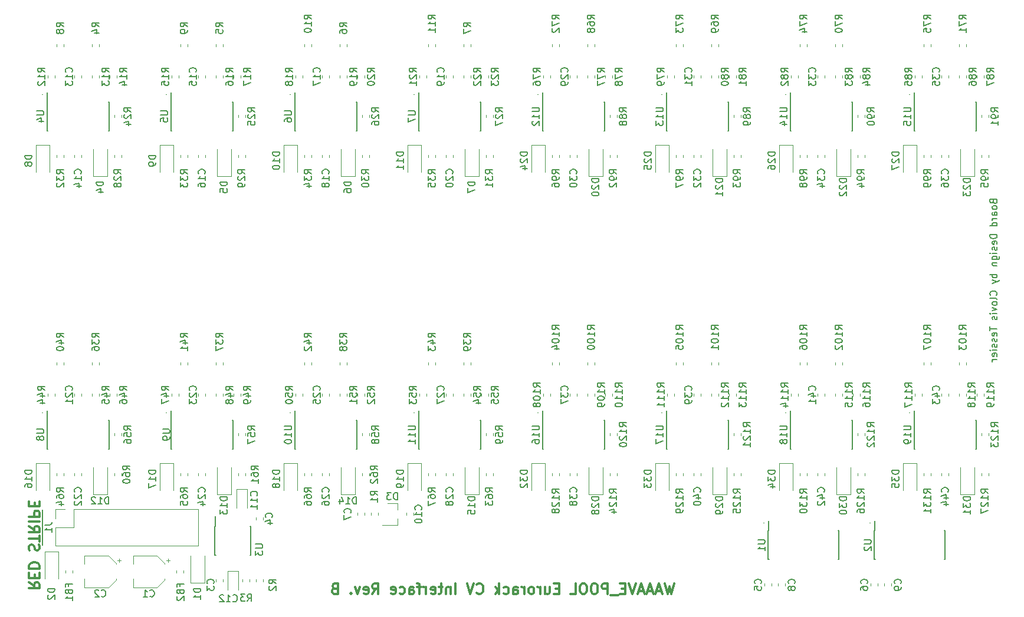
<source format=gbr>
G04 #@! TF.GenerationSoftware,KiCad,Pcbnew,(5.0.1-3-g963ef8bb5)*
G04 #@! TF.CreationDate,2020-08-17T13:32:48-04:00*
G04 #@! TF.ProjectId,Wave_Pool CV Input,576176655F506F6F6C20435620496E70,rev?*
G04 #@! TF.SameCoordinates,Original*
G04 #@! TF.FileFunction,Legend,Bot*
G04 #@! TF.FilePolarity,Positive*
%FSLAX46Y46*%
G04 Gerber Fmt 4.6, Leading zero omitted, Abs format (unit mm)*
G04 Created by KiCad (PCBNEW (5.0.1-3-g963ef8bb5)) date Monday, August 17, 2020 at 01:32:48 PM*
%MOMM*%
%LPD*%
G01*
G04 APERTURE LIST*
%ADD10C,0.200000*%
%ADD11C,0.300000*%
%ADD12C,0.120000*%
%ADD13C,0.150000*%
G04 APERTURE END LIST*
D10*
X205923571Y-91383095D02*
X205971190Y-91525952D01*
X206018809Y-91573571D01*
X206114047Y-91621190D01*
X206256904Y-91621190D01*
X206352142Y-91573571D01*
X206399761Y-91525952D01*
X206447380Y-91430714D01*
X206447380Y-91049761D01*
X205447380Y-91049761D01*
X205447380Y-91383095D01*
X205495000Y-91478333D01*
X205542619Y-91525952D01*
X205637857Y-91573571D01*
X205733095Y-91573571D01*
X205828333Y-91525952D01*
X205875952Y-91478333D01*
X205923571Y-91383095D01*
X205923571Y-91049761D01*
X206447380Y-92192619D02*
X206399761Y-92097380D01*
X206352142Y-92049761D01*
X206256904Y-92002142D01*
X205971190Y-92002142D01*
X205875952Y-92049761D01*
X205828333Y-92097380D01*
X205780714Y-92192619D01*
X205780714Y-92335476D01*
X205828333Y-92430714D01*
X205875952Y-92478333D01*
X205971190Y-92525952D01*
X206256904Y-92525952D01*
X206352142Y-92478333D01*
X206399761Y-92430714D01*
X206447380Y-92335476D01*
X206447380Y-92192619D01*
X206447380Y-93383095D02*
X205923571Y-93383095D01*
X205828333Y-93335476D01*
X205780714Y-93240238D01*
X205780714Y-93049761D01*
X205828333Y-92954523D01*
X206399761Y-93383095D02*
X206447380Y-93287857D01*
X206447380Y-93049761D01*
X206399761Y-92954523D01*
X206304523Y-92906904D01*
X206209285Y-92906904D01*
X206114047Y-92954523D01*
X206066428Y-93049761D01*
X206066428Y-93287857D01*
X206018809Y-93383095D01*
X206447380Y-93859285D02*
X205780714Y-93859285D01*
X205971190Y-93859285D02*
X205875952Y-93906904D01*
X205828333Y-93954523D01*
X205780714Y-94049761D01*
X205780714Y-94145000D01*
X206447380Y-94906904D02*
X205447380Y-94906904D01*
X206399761Y-94906904D02*
X206447380Y-94811666D01*
X206447380Y-94621190D01*
X206399761Y-94525952D01*
X206352142Y-94478333D01*
X206256904Y-94430714D01*
X205971190Y-94430714D01*
X205875952Y-94478333D01*
X205828333Y-94525952D01*
X205780714Y-94621190D01*
X205780714Y-94811666D01*
X205828333Y-94906904D01*
X206447380Y-96145000D02*
X205447380Y-96145000D01*
X205447380Y-96383095D01*
X205495000Y-96525952D01*
X205590238Y-96621190D01*
X205685476Y-96668809D01*
X205875952Y-96716428D01*
X206018809Y-96716428D01*
X206209285Y-96668809D01*
X206304523Y-96621190D01*
X206399761Y-96525952D01*
X206447380Y-96383095D01*
X206447380Y-96145000D01*
X206399761Y-97525952D02*
X206447380Y-97430714D01*
X206447380Y-97240238D01*
X206399761Y-97145000D01*
X206304523Y-97097380D01*
X205923571Y-97097380D01*
X205828333Y-97145000D01*
X205780714Y-97240238D01*
X205780714Y-97430714D01*
X205828333Y-97525952D01*
X205923571Y-97573571D01*
X206018809Y-97573571D01*
X206114047Y-97097380D01*
X206399761Y-97954523D02*
X206447380Y-98049761D01*
X206447380Y-98240238D01*
X206399761Y-98335476D01*
X206304523Y-98383095D01*
X206256904Y-98383095D01*
X206161666Y-98335476D01*
X206114047Y-98240238D01*
X206114047Y-98097380D01*
X206066428Y-98002142D01*
X205971190Y-97954523D01*
X205923571Y-97954523D01*
X205828333Y-98002142D01*
X205780714Y-98097380D01*
X205780714Y-98240238D01*
X205828333Y-98335476D01*
X206447380Y-98811666D02*
X205780714Y-98811666D01*
X205447380Y-98811666D02*
X205495000Y-98764047D01*
X205542619Y-98811666D01*
X205495000Y-98859285D01*
X205447380Y-98811666D01*
X205542619Y-98811666D01*
X205780714Y-99716428D02*
X206590238Y-99716428D01*
X206685476Y-99668809D01*
X206733095Y-99621190D01*
X206780714Y-99525952D01*
X206780714Y-99383095D01*
X206733095Y-99287857D01*
X206399761Y-99716428D02*
X206447380Y-99621190D01*
X206447380Y-99430714D01*
X206399761Y-99335476D01*
X206352142Y-99287857D01*
X206256904Y-99240238D01*
X205971190Y-99240238D01*
X205875952Y-99287857D01*
X205828333Y-99335476D01*
X205780714Y-99430714D01*
X205780714Y-99621190D01*
X205828333Y-99716428D01*
X205780714Y-100192619D02*
X206447380Y-100192619D01*
X205875952Y-100192619D02*
X205828333Y-100240238D01*
X205780714Y-100335476D01*
X205780714Y-100478333D01*
X205828333Y-100573571D01*
X205923571Y-100621190D01*
X206447380Y-100621190D01*
X206447380Y-101859285D02*
X205447380Y-101859285D01*
X205828333Y-101859285D02*
X205780714Y-101954523D01*
X205780714Y-102145000D01*
X205828333Y-102240238D01*
X205875952Y-102287857D01*
X205971190Y-102335476D01*
X206256904Y-102335476D01*
X206352142Y-102287857D01*
X206399761Y-102240238D01*
X206447380Y-102145000D01*
X206447380Y-101954523D01*
X206399761Y-101859285D01*
X205780714Y-102668809D02*
X206447380Y-102906904D01*
X205780714Y-103145000D02*
X206447380Y-102906904D01*
X206685476Y-102811666D01*
X206733095Y-102764047D01*
X206780714Y-102668809D01*
X206352142Y-104859285D02*
X206399761Y-104811666D01*
X206447380Y-104668809D01*
X206447380Y-104573571D01*
X206399761Y-104430714D01*
X206304523Y-104335476D01*
X206209285Y-104287857D01*
X206018809Y-104240238D01*
X205875952Y-104240238D01*
X205685476Y-104287857D01*
X205590238Y-104335476D01*
X205495000Y-104430714D01*
X205447380Y-104573571D01*
X205447380Y-104668809D01*
X205495000Y-104811666D01*
X205542619Y-104859285D01*
X206447380Y-105430714D02*
X206399761Y-105335476D01*
X206304523Y-105287857D01*
X205447380Y-105287857D01*
X206447380Y-105954523D02*
X206399761Y-105859285D01*
X206352142Y-105811666D01*
X206256904Y-105764047D01*
X205971190Y-105764047D01*
X205875952Y-105811666D01*
X205828333Y-105859285D01*
X205780714Y-105954523D01*
X205780714Y-106097380D01*
X205828333Y-106192619D01*
X205875952Y-106240238D01*
X205971190Y-106287857D01*
X206256904Y-106287857D01*
X206352142Y-106240238D01*
X206399761Y-106192619D01*
X206447380Y-106097380D01*
X206447380Y-105954523D01*
X205780714Y-106621190D02*
X206447380Y-106859285D01*
X205780714Y-107097380D01*
X206447380Y-107478333D02*
X205780714Y-107478333D01*
X205447380Y-107478333D02*
X205495000Y-107430714D01*
X205542619Y-107478333D01*
X205495000Y-107525952D01*
X205447380Y-107478333D01*
X205542619Y-107478333D01*
X206399761Y-107906904D02*
X206447380Y-108002142D01*
X206447380Y-108192619D01*
X206399761Y-108287857D01*
X206304523Y-108335476D01*
X206256904Y-108335476D01*
X206161666Y-108287857D01*
X206114047Y-108192619D01*
X206114047Y-108049761D01*
X206066428Y-107954523D01*
X205971190Y-107906904D01*
X205923571Y-107906904D01*
X205828333Y-107954523D01*
X205780714Y-108049761D01*
X205780714Y-108192619D01*
X205828333Y-108287857D01*
X205447380Y-109383095D02*
X205447380Y-109954523D01*
X206447380Y-109668809D02*
X205447380Y-109668809D01*
X206399761Y-110668809D02*
X206447380Y-110573571D01*
X206447380Y-110383095D01*
X206399761Y-110287857D01*
X206304523Y-110240238D01*
X205923571Y-110240238D01*
X205828333Y-110287857D01*
X205780714Y-110383095D01*
X205780714Y-110573571D01*
X205828333Y-110668809D01*
X205923571Y-110716428D01*
X206018809Y-110716428D01*
X206114047Y-110240238D01*
X206399761Y-111097380D02*
X206447380Y-111192619D01*
X206447380Y-111383095D01*
X206399761Y-111478333D01*
X206304523Y-111525952D01*
X206256904Y-111525952D01*
X206161666Y-111478333D01*
X206114047Y-111383095D01*
X206114047Y-111240238D01*
X206066428Y-111145000D01*
X205971190Y-111097380D01*
X205923571Y-111097380D01*
X205828333Y-111145000D01*
X205780714Y-111240238D01*
X205780714Y-111383095D01*
X205828333Y-111478333D01*
X206399761Y-111906904D02*
X206447380Y-112002142D01*
X206447380Y-112192619D01*
X206399761Y-112287857D01*
X206304523Y-112335476D01*
X206256904Y-112335476D01*
X206161666Y-112287857D01*
X206114047Y-112192619D01*
X206114047Y-112049761D01*
X206066428Y-111954523D01*
X205971190Y-111906904D01*
X205923571Y-111906904D01*
X205828333Y-111954523D01*
X205780714Y-112049761D01*
X205780714Y-112192619D01*
X205828333Y-112287857D01*
X206447380Y-112764047D02*
X205780714Y-112764047D01*
X205447380Y-112764047D02*
X205495000Y-112716428D01*
X205542619Y-112764047D01*
X205495000Y-112811666D01*
X205447380Y-112764047D01*
X205542619Y-112764047D01*
X206399761Y-113621190D02*
X206447380Y-113525952D01*
X206447380Y-113335476D01*
X206399761Y-113240238D01*
X206304523Y-113192619D01*
X205923571Y-113192619D01*
X205828333Y-113240238D01*
X205780714Y-113335476D01*
X205780714Y-113525952D01*
X205828333Y-113621190D01*
X205923571Y-113668809D01*
X206018809Y-113668809D01*
X206114047Y-113192619D01*
X206447380Y-114097380D02*
X205780714Y-114097380D01*
X205971190Y-114097380D02*
X205875952Y-114145000D01*
X205828333Y-114192619D01*
X205780714Y-114287857D01*
X205780714Y-114383095D01*
D11*
X160081428Y-146273571D02*
X159724285Y-147773571D01*
X159438571Y-146702142D01*
X159152857Y-147773571D01*
X158795714Y-146273571D01*
X158295714Y-147345000D02*
X157581428Y-147345000D01*
X158438571Y-147773571D02*
X157938571Y-146273571D01*
X157438571Y-147773571D01*
X157010000Y-147345000D02*
X156295714Y-147345000D01*
X157152857Y-147773571D02*
X156652857Y-146273571D01*
X156152857Y-147773571D01*
X155724285Y-147345000D02*
X155010000Y-147345000D01*
X155867142Y-147773571D02*
X155367142Y-146273571D01*
X154867142Y-147773571D01*
X154581428Y-146273571D02*
X154081428Y-147773571D01*
X153581428Y-146273571D01*
X153081428Y-146987857D02*
X152581428Y-146987857D01*
X152367142Y-147773571D02*
X153081428Y-147773571D01*
X153081428Y-146273571D01*
X152367142Y-146273571D01*
X152081428Y-147916428D02*
X150938571Y-147916428D01*
X150581428Y-147773571D02*
X150581428Y-146273571D01*
X150010000Y-146273571D01*
X149867142Y-146345000D01*
X149795714Y-146416428D01*
X149724285Y-146559285D01*
X149724285Y-146773571D01*
X149795714Y-146916428D01*
X149867142Y-146987857D01*
X150010000Y-147059285D01*
X150581428Y-147059285D01*
X148795714Y-146273571D02*
X148510000Y-146273571D01*
X148367142Y-146345000D01*
X148224285Y-146487857D01*
X148152857Y-146773571D01*
X148152857Y-147273571D01*
X148224285Y-147559285D01*
X148367142Y-147702142D01*
X148510000Y-147773571D01*
X148795714Y-147773571D01*
X148938571Y-147702142D01*
X149081428Y-147559285D01*
X149152857Y-147273571D01*
X149152857Y-146773571D01*
X149081428Y-146487857D01*
X148938571Y-146345000D01*
X148795714Y-146273571D01*
X147224285Y-146273571D02*
X146938571Y-146273571D01*
X146795714Y-146345000D01*
X146652857Y-146487857D01*
X146581428Y-146773571D01*
X146581428Y-147273571D01*
X146652857Y-147559285D01*
X146795714Y-147702142D01*
X146938571Y-147773571D01*
X147224285Y-147773571D01*
X147367142Y-147702142D01*
X147510000Y-147559285D01*
X147581428Y-147273571D01*
X147581428Y-146773571D01*
X147510000Y-146487857D01*
X147367142Y-146345000D01*
X147224285Y-146273571D01*
X145224285Y-147773571D02*
X145938571Y-147773571D01*
X145938571Y-146273571D01*
X143581428Y-146987857D02*
X143081428Y-146987857D01*
X142867142Y-147773571D02*
X143581428Y-147773571D01*
X143581428Y-146273571D01*
X142867142Y-146273571D01*
X141581428Y-146773571D02*
X141581428Y-147773571D01*
X142224285Y-146773571D02*
X142224285Y-147559285D01*
X142152857Y-147702142D01*
X142010000Y-147773571D01*
X141795714Y-147773571D01*
X141652857Y-147702142D01*
X141581428Y-147630714D01*
X140867142Y-147773571D02*
X140867142Y-146773571D01*
X140867142Y-147059285D02*
X140795714Y-146916428D01*
X140724285Y-146845000D01*
X140581428Y-146773571D01*
X140438571Y-146773571D01*
X139724285Y-147773571D02*
X139867142Y-147702142D01*
X139938571Y-147630714D01*
X140010000Y-147487857D01*
X140010000Y-147059285D01*
X139938571Y-146916428D01*
X139867142Y-146845000D01*
X139724285Y-146773571D01*
X139510000Y-146773571D01*
X139367142Y-146845000D01*
X139295714Y-146916428D01*
X139224285Y-147059285D01*
X139224285Y-147487857D01*
X139295714Y-147630714D01*
X139367142Y-147702142D01*
X139510000Y-147773571D01*
X139724285Y-147773571D01*
X138581428Y-147773571D02*
X138581428Y-146773571D01*
X138581428Y-147059285D02*
X138510000Y-146916428D01*
X138438571Y-146845000D01*
X138295714Y-146773571D01*
X138152857Y-146773571D01*
X137010000Y-147773571D02*
X137010000Y-146987857D01*
X137081428Y-146845000D01*
X137224285Y-146773571D01*
X137510000Y-146773571D01*
X137652857Y-146845000D01*
X137010000Y-147702142D02*
X137152857Y-147773571D01*
X137510000Y-147773571D01*
X137652857Y-147702142D01*
X137724285Y-147559285D01*
X137724285Y-147416428D01*
X137652857Y-147273571D01*
X137510000Y-147202142D01*
X137152857Y-147202142D01*
X137010000Y-147130714D01*
X135652857Y-147702142D02*
X135795714Y-147773571D01*
X136081428Y-147773571D01*
X136224285Y-147702142D01*
X136295714Y-147630714D01*
X136367142Y-147487857D01*
X136367142Y-147059285D01*
X136295714Y-146916428D01*
X136224285Y-146845000D01*
X136081428Y-146773571D01*
X135795714Y-146773571D01*
X135652857Y-146845000D01*
X135010000Y-147773571D02*
X135010000Y-146273571D01*
X134867142Y-147202142D02*
X134438571Y-147773571D01*
X134438571Y-146773571D02*
X135010000Y-147345000D01*
X131795714Y-147630714D02*
X131867142Y-147702142D01*
X132081428Y-147773571D01*
X132224285Y-147773571D01*
X132438571Y-147702142D01*
X132581428Y-147559285D01*
X132652857Y-147416428D01*
X132724285Y-147130714D01*
X132724285Y-146916428D01*
X132652857Y-146630714D01*
X132581428Y-146487857D01*
X132438571Y-146345000D01*
X132224285Y-146273571D01*
X132081428Y-146273571D01*
X131867142Y-146345000D01*
X131795714Y-146416428D01*
X131367142Y-146273571D02*
X130867142Y-147773571D01*
X130367142Y-146273571D01*
X128724285Y-147773571D02*
X128724285Y-146273571D01*
X128010000Y-146773571D02*
X128010000Y-147773571D01*
X128010000Y-146916428D02*
X127938571Y-146845000D01*
X127795714Y-146773571D01*
X127581428Y-146773571D01*
X127438571Y-146845000D01*
X127367142Y-146987857D01*
X127367142Y-147773571D01*
X126867142Y-146773571D02*
X126295714Y-146773571D01*
X126652857Y-146273571D02*
X126652857Y-147559285D01*
X126581428Y-147702142D01*
X126438571Y-147773571D01*
X126295714Y-147773571D01*
X125224285Y-147702142D02*
X125367142Y-147773571D01*
X125652857Y-147773571D01*
X125795714Y-147702142D01*
X125867142Y-147559285D01*
X125867142Y-146987857D01*
X125795714Y-146845000D01*
X125652857Y-146773571D01*
X125367142Y-146773571D01*
X125224285Y-146845000D01*
X125152857Y-146987857D01*
X125152857Y-147130714D01*
X125867142Y-147273571D01*
X124510000Y-147773571D02*
X124510000Y-146773571D01*
X124510000Y-147059285D02*
X124438571Y-146916428D01*
X124367142Y-146845000D01*
X124224285Y-146773571D01*
X124081428Y-146773571D01*
X123795714Y-146773571D02*
X123224285Y-146773571D01*
X123581428Y-147773571D02*
X123581428Y-146487857D01*
X123510000Y-146345000D01*
X123367142Y-146273571D01*
X123224285Y-146273571D01*
X122081428Y-147773571D02*
X122081428Y-146987857D01*
X122152857Y-146845000D01*
X122295714Y-146773571D01*
X122581428Y-146773571D01*
X122724285Y-146845000D01*
X122081428Y-147702142D02*
X122224285Y-147773571D01*
X122581428Y-147773571D01*
X122724285Y-147702142D01*
X122795714Y-147559285D01*
X122795714Y-147416428D01*
X122724285Y-147273571D01*
X122581428Y-147202142D01*
X122224285Y-147202142D01*
X122081428Y-147130714D01*
X120724285Y-147702142D02*
X120867142Y-147773571D01*
X121152857Y-147773571D01*
X121295714Y-147702142D01*
X121367142Y-147630714D01*
X121438571Y-147487857D01*
X121438571Y-147059285D01*
X121367142Y-146916428D01*
X121295714Y-146845000D01*
X121152857Y-146773571D01*
X120867142Y-146773571D01*
X120724285Y-146845000D01*
X119510000Y-147702142D02*
X119652857Y-147773571D01*
X119938571Y-147773571D01*
X120081428Y-147702142D01*
X120152857Y-147559285D01*
X120152857Y-146987857D01*
X120081428Y-146845000D01*
X119938571Y-146773571D01*
X119652857Y-146773571D01*
X119510000Y-146845000D01*
X119438571Y-146987857D01*
X119438571Y-147130714D01*
X120152857Y-147273571D01*
X116795714Y-147773571D02*
X117295714Y-147059285D01*
X117652857Y-147773571D02*
X117652857Y-146273571D01*
X117081428Y-146273571D01*
X116938571Y-146345000D01*
X116867142Y-146416428D01*
X116795714Y-146559285D01*
X116795714Y-146773571D01*
X116867142Y-146916428D01*
X116938571Y-146987857D01*
X117081428Y-147059285D01*
X117652857Y-147059285D01*
X115581428Y-147702142D02*
X115724285Y-147773571D01*
X116010000Y-147773571D01*
X116152857Y-147702142D01*
X116224285Y-147559285D01*
X116224285Y-146987857D01*
X116152857Y-146845000D01*
X116010000Y-146773571D01*
X115724285Y-146773571D01*
X115581428Y-146845000D01*
X115510000Y-146987857D01*
X115510000Y-147130714D01*
X116224285Y-147273571D01*
X115010000Y-146773571D02*
X114652857Y-147773571D01*
X114295714Y-146773571D01*
X113724285Y-147630714D02*
X113652857Y-147702142D01*
X113724285Y-147773571D01*
X113795714Y-147702142D01*
X113724285Y-147630714D01*
X113724285Y-147773571D01*
X111367142Y-146987857D02*
X111152857Y-147059285D01*
X111081428Y-147130714D01*
X111010000Y-147273571D01*
X111010000Y-147487857D01*
X111081428Y-147630714D01*
X111152857Y-147702142D01*
X111295714Y-147773571D01*
X111867142Y-147773571D01*
X111867142Y-146273571D01*
X111367142Y-146273571D01*
X111224285Y-146345000D01*
X111152857Y-146416428D01*
X111081428Y-146559285D01*
X111081428Y-146702142D01*
X111152857Y-146845000D01*
X111224285Y-146916428D01*
X111367142Y-146987857D01*
X111867142Y-146987857D01*
D10*
X69470000Y-135665000D02*
X69470000Y-140745000D01*
D11*
X67521428Y-146102142D02*
X68235714Y-146602142D01*
X67521428Y-146959285D02*
X69021428Y-146959285D01*
X69021428Y-146387857D01*
X68950000Y-146245000D01*
X68878571Y-146173571D01*
X68735714Y-146102142D01*
X68521428Y-146102142D01*
X68378571Y-146173571D01*
X68307142Y-146245000D01*
X68235714Y-146387857D01*
X68235714Y-146959285D01*
X68307142Y-145459285D02*
X68307142Y-144959285D01*
X67521428Y-144745000D02*
X67521428Y-145459285D01*
X69021428Y-145459285D01*
X69021428Y-144745000D01*
X67521428Y-144102142D02*
X69021428Y-144102142D01*
X69021428Y-143745000D01*
X68950000Y-143530714D01*
X68807142Y-143387857D01*
X68664285Y-143316428D01*
X68378571Y-143245000D01*
X68164285Y-143245000D01*
X67878571Y-143316428D01*
X67735714Y-143387857D01*
X67592857Y-143530714D01*
X67521428Y-143745000D01*
X67521428Y-144102142D01*
X67592857Y-141530714D02*
X67521428Y-141316428D01*
X67521428Y-140959285D01*
X67592857Y-140816428D01*
X67664285Y-140745000D01*
X67807142Y-140673571D01*
X67950000Y-140673571D01*
X68092857Y-140745000D01*
X68164285Y-140816428D01*
X68235714Y-140959285D01*
X68307142Y-141245000D01*
X68378571Y-141387857D01*
X68450000Y-141459285D01*
X68592857Y-141530714D01*
X68735714Y-141530714D01*
X68878571Y-141459285D01*
X68950000Y-141387857D01*
X69021428Y-141245000D01*
X69021428Y-140887857D01*
X68950000Y-140673571D01*
X69021428Y-140245000D02*
X69021428Y-139387857D01*
X67521428Y-139816428D02*
X69021428Y-139816428D01*
X67521428Y-138030714D02*
X68235714Y-138530714D01*
X67521428Y-138887857D02*
X69021428Y-138887857D01*
X69021428Y-138316428D01*
X68950000Y-138173571D01*
X68878571Y-138102142D01*
X68735714Y-138030714D01*
X68521428Y-138030714D01*
X68378571Y-138102142D01*
X68307142Y-138173571D01*
X68235714Y-138316428D01*
X68235714Y-138887857D01*
X67521428Y-137387857D02*
X69021428Y-137387857D01*
X67521428Y-136673571D02*
X69021428Y-136673571D01*
X69021428Y-136102142D01*
X68950000Y-135959285D01*
X68878571Y-135887857D01*
X68735714Y-135816428D01*
X68521428Y-135816428D01*
X68378571Y-135887857D01*
X68307142Y-135959285D01*
X68235714Y-136102142D01*
X68235714Y-136673571D01*
X68307142Y-135173571D02*
X68307142Y-134673571D01*
X67521428Y-134459285D02*
X67521428Y-135173571D01*
X69021428Y-135173571D01*
X69021428Y-134459285D01*
D10*
X188215000Y-137570000D02*
G75*
G03X188215000Y-137570000I0J0D01*
G01*
X172975000Y-137570000D02*
G75*
G03X172975000Y-137570000I0J0D01*
G01*
X122810000Y-121695000D02*
G75*
G03X122810000Y-121695000I0J0D01*
G01*
X140590000Y-121695000D02*
G75*
G03X140590000Y-121695000I0J0D01*
G01*
X158370000Y-121695000D02*
G75*
G03X158370000Y-121695000I0J0D01*
G01*
X176150000Y-121695000D02*
G75*
G03X176150000Y-121695000I0J0D01*
G01*
X193930000Y-121695000D02*
G75*
G03X193930000Y-121695000I0J0D01*
G01*
X193930000Y-75975000D02*
G75*
G03X193930000Y-75975000I0J0D01*
G01*
X176150000Y-75975000D02*
G75*
G03X176150000Y-75975000I0J0D01*
G01*
X158370000Y-75975000D02*
G75*
G03X158370000Y-75975000I0J0D01*
G01*
X140590000Y-75975000D02*
G75*
G03X140590000Y-75975000I0J0D01*
G01*
X122810000Y-75975000D02*
G75*
G03X122810000Y-75975000I0J0D01*
G01*
X105030000Y-75975000D02*
G75*
G03X105030000Y-75975000I0J0D01*
G01*
X87250000Y-75975000D02*
G75*
G03X87250000Y-75975000I0J0D01*
G01*
X69470000Y-75975000D02*
G75*
G03X69470000Y-75975000I0J0D01*
G01*
X69470000Y-121695000D02*
G75*
G03X69470000Y-121695000I0J0D01*
G01*
X87250000Y-121695000D02*
G75*
G03X87250000Y-121695000I0J0D01*
G01*
X105030000Y-121695000D02*
G75*
G03X105030000Y-121695000I0J0D01*
G01*
D12*
G04 #@! TO.C,D2*
X69740000Y-141670000D02*
X69740000Y-145570000D01*
X71740000Y-141670000D02*
X71740000Y-145570000D01*
X69740000Y-141670000D02*
X71740000Y-141670000D01*
G04 #@! TO.C,C1*
X87460000Y-142745000D02*
X87460000Y-143245000D01*
X87710000Y-142995000D02*
X87210000Y-142995000D01*
X86970000Y-145750563D02*
X85905563Y-146815000D01*
X86970000Y-143359437D02*
X85905563Y-142295000D01*
X86970000Y-143359437D02*
X86970000Y-143495000D01*
X86970000Y-145750563D02*
X86970000Y-145615000D01*
X85905563Y-146815000D02*
X82450000Y-146815000D01*
X85905563Y-142295000D02*
X82450000Y-142295000D01*
X82450000Y-142295000D02*
X82450000Y-143495000D01*
X82450000Y-146815000D02*
X82450000Y-145615000D01*
G04 #@! TO.C,C2*
X80475000Y-142745000D02*
X80475000Y-143245000D01*
X80725000Y-142995000D02*
X80225000Y-142995000D01*
X79985000Y-145750563D02*
X78920563Y-146815000D01*
X79985000Y-143359437D02*
X78920563Y-142295000D01*
X79985000Y-143359437D02*
X79985000Y-143495000D01*
X79985000Y-145750563D02*
X79985000Y-145615000D01*
X78920563Y-146815000D02*
X75465000Y-146815000D01*
X78920563Y-142295000D02*
X75465000Y-142295000D01*
X75465000Y-142295000D02*
X75465000Y-143495000D01*
X75465000Y-146815000D02*
X75465000Y-145615000D01*
G04 #@! TO.C,R3*
X99190000Y-145987779D02*
X99190000Y-145662221D01*
X98170000Y-145987779D02*
X98170000Y-145662221D01*
G04 #@! TO.C,C5*
X173100000Y-146297221D02*
X173100000Y-146622779D01*
X174120000Y-146297221D02*
X174120000Y-146622779D01*
G04 #@! TO.C,D19*
X121810000Y-128970000D02*
X121810000Y-132870000D01*
X123810000Y-128970000D02*
X123810000Y-132870000D01*
X121810000Y-128970000D02*
X123810000Y-128970000D01*
G04 #@! TO.C,D1*
X92695000Y-146170000D02*
X92695000Y-142270000D01*
X90695000Y-146170000D02*
X90695000Y-142270000D01*
X92695000Y-146170000D02*
X90695000Y-146170000D01*
G04 #@! TO.C,R12*
X70230000Y-73272221D02*
X70230000Y-73597779D01*
X71250000Y-73272221D02*
X71250000Y-73597779D01*
G04 #@! TO.C,C3*
X94360000Y-145662221D02*
X94360000Y-145987779D01*
X95380000Y-145662221D02*
X95380000Y-145987779D01*
G04 #@! TO.C,C4*
X101095000Y-136772221D02*
X101095000Y-137097779D01*
X100075000Y-136772221D02*
X100075000Y-137097779D01*
G04 #@! TO.C,C6*
X188340000Y-146297221D02*
X188340000Y-146622779D01*
X189360000Y-146297221D02*
X189360000Y-146622779D01*
G04 #@! TO.C,C7*
X115700000Y-136137221D02*
X115700000Y-136462779D01*
X114680000Y-136137221D02*
X114680000Y-136462779D01*
G04 #@! TO.C,C8*
X176025000Y-146297221D02*
X176025000Y-146622779D01*
X175005000Y-146297221D02*
X175005000Y-146622779D01*
G04 #@! TO.C,C9*
X190245000Y-146297221D02*
X190245000Y-146622779D01*
X191265000Y-146297221D02*
X191265000Y-146622779D01*
G04 #@! TO.C,C10*
X121665000Y-136462779D02*
X121665000Y-136137221D01*
X122685000Y-136462779D02*
X122685000Y-136137221D01*
G04 #@! TO.C,C11*
X97260000Y-135395000D02*
X97260000Y-132685000D01*
X97260000Y-132685000D02*
X98830000Y-132685000D01*
X98830000Y-132685000D02*
X98830000Y-135395000D01*
G04 #@! TO.C,C12*
X97560000Y-144497500D02*
X97560000Y-147207500D01*
X95990000Y-144497500D02*
X97560000Y-144497500D01*
X95990000Y-147207500D02*
X95990000Y-144497500D01*
G04 #@! TO.C,C13*
X75060000Y-73597779D02*
X75060000Y-73272221D01*
X74040000Y-73597779D02*
X74040000Y-73272221D01*
G04 #@! TO.C,C14*
X75060000Y-85027779D02*
X75060000Y-84702221D01*
X74040000Y-85027779D02*
X74040000Y-84702221D01*
G04 #@! TO.C,C15*
X91820000Y-73597779D02*
X91820000Y-73272221D01*
X92840000Y-73597779D02*
X92840000Y-73272221D01*
G04 #@! TO.C,C16*
X92840000Y-85027779D02*
X92840000Y-84702221D01*
X91820000Y-85027779D02*
X91820000Y-84702221D01*
G04 #@! TO.C,C17*
X110620000Y-73597779D02*
X110620000Y-73272221D01*
X109600000Y-73597779D02*
X109600000Y-73272221D01*
G04 #@! TO.C,C18*
X110620000Y-85027779D02*
X110620000Y-84702221D01*
X109600000Y-85027779D02*
X109600000Y-84702221D01*
G04 #@! TO.C,C19*
X128400000Y-73597779D02*
X128400000Y-73272221D01*
X127380000Y-73597779D02*
X127380000Y-73272221D01*
G04 #@! TO.C,C20*
X127380000Y-85027779D02*
X127380000Y-84702221D01*
X128400000Y-85027779D02*
X128400000Y-84702221D01*
G04 #@! TO.C,C21*
X74040000Y-119317779D02*
X74040000Y-118992221D01*
X75060000Y-119317779D02*
X75060000Y-118992221D01*
G04 #@! TO.C,C22*
X75060000Y-130747779D02*
X75060000Y-130422221D01*
X74040000Y-130747779D02*
X74040000Y-130422221D01*
G04 #@! TO.C,C23*
X91820000Y-119317779D02*
X91820000Y-118992221D01*
X92840000Y-119317779D02*
X92840000Y-118992221D01*
G04 #@! TO.C,C24*
X91820000Y-130747779D02*
X91820000Y-130422221D01*
X92840000Y-130747779D02*
X92840000Y-130422221D01*
G04 #@! TO.C,C25*
X110620000Y-119317779D02*
X110620000Y-118992221D01*
X109600000Y-119317779D02*
X109600000Y-118992221D01*
G04 #@! TO.C,C26*
X110620000Y-130747779D02*
X110620000Y-130422221D01*
X109600000Y-130747779D02*
X109600000Y-130422221D01*
G04 #@! TO.C,C27*
X127380000Y-119317779D02*
X127380000Y-118992221D01*
X128400000Y-119317779D02*
X128400000Y-118992221D01*
G04 #@! TO.C,C28*
X128400000Y-130747779D02*
X128400000Y-130422221D01*
X127380000Y-130747779D02*
X127380000Y-130422221D01*
G04 #@! TO.C,C29*
X145160000Y-73597779D02*
X145160000Y-73272221D01*
X146180000Y-73597779D02*
X146180000Y-73272221D01*
G04 #@! TO.C,C30*
X146180000Y-85027779D02*
X146180000Y-84702221D01*
X145160000Y-85027779D02*
X145160000Y-84702221D01*
G04 #@! TO.C,C31*
X162940000Y-73597779D02*
X162940000Y-73272221D01*
X163960000Y-73597779D02*
X163960000Y-73272221D01*
G04 #@! TO.C,C32*
X163960000Y-85027779D02*
X163960000Y-84702221D01*
X162940000Y-85027779D02*
X162940000Y-84702221D01*
G04 #@! TO.C,C33*
X181740000Y-73597779D02*
X181740000Y-73272221D01*
X180720000Y-73597779D02*
X180720000Y-73272221D01*
G04 #@! TO.C,C34*
X180720000Y-85027779D02*
X180720000Y-84702221D01*
X181740000Y-85027779D02*
X181740000Y-84702221D01*
G04 #@! TO.C,C35*
X199520000Y-73597779D02*
X199520000Y-73272221D01*
X198500000Y-73597779D02*
X198500000Y-73272221D01*
G04 #@! TO.C,C36*
X198500000Y-85027779D02*
X198500000Y-84702221D01*
X199520000Y-85027779D02*
X199520000Y-84702221D01*
G04 #@! TO.C,C37*
X145160000Y-119317779D02*
X145160000Y-118992221D01*
X146180000Y-119317779D02*
X146180000Y-118992221D01*
G04 #@! TO.C,C38*
X146180000Y-130747779D02*
X146180000Y-130422221D01*
X145160000Y-130747779D02*
X145160000Y-130422221D01*
G04 #@! TO.C,C39*
X162940000Y-119317779D02*
X162940000Y-118992221D01*
X163960000Y-119317779D02*
X163960000Y-118992221D01*
G04 #@! TO.C,C40*
X163960000Y-130747779D02*
X163960000Y-130422221D01*
X162940000Y-130747779D02*
X162940000Y-130422221D01*
G04 #@! TO.C,C41*
X180720000Y-119317779D02*
X180720000Y-118992221D01*
X181740000Y-119317779D02*
X181740000Y-118992221D01*
G04 #@! TO.C,C42*
X181740000Y-130747779D02*
X181740000Y-130422221D01*
X180720000Y-130747779D02*
X180720000Y-130422221D01*
G04 #@! TO.C,C43*
X198500000Y-119317779D02*
X198500000Y-118992221D01*
X199520000Y-119317779D02*
X199520000Y-118992221D01*
G04 #@! TO.C,C44*
X199520000Y-130747779D02*
X199520000Y-130422221D01*
X198500000Y-130747779D02*
X198500000Y-130422221D01*
G04 #@! TO.C,D3*
X120395000Y-134720000D02*
X120395000Y-135650000D01*
X120395000Y-137880000D02*
X120395000Y-136950000D01*
X120395000Y-137880000D02*
X118235000Y-137880000D01*
X120395000Y-134720000D02*
X118935000Y-134720000D01*
G04 #@! TO.C,D4*
X78725000Y-87750000D02*
X76725000Y-87750000D01*
X76725000Y-87750000D02*
X76725000Y-83850000D01*
X78725000Y-87750000D02*
X78725000Y-83850000D01*
G04 #@! TO.C,D5*
X96505000Y-87750000D02*
X94505000Y-87750000D01*
X94505000Y-87750000D02*
X94505000Y-83850000D01*
X96505000Y-87750000D02*
X96505000Y-83850000D01*
G04 #@! TO.C,D6*
X114285000Y-87750000D02*
X112285000Y-87750000D01*
X112285000Y-87750000D02*
X112285000Y-83850000D01*
X114285000Y-87750000D02*
X114285000Y-83850000D01*
G04 #@! TO.C,D7*
X132065000Y-87750000D02*
X132065000Y-83850000D01*
X130065000Y-87750000D02*
X130065000Y-83850000D01*
X132065000Y-87750000D02*
X130065000Y-87750000D01*
G04 #@! TO.C,D8*
X68470000Y-83250000D02*
X68470000Y-87150000D01*
X70470000Y-83250000D02*
X70470000Y-87150000D01*
X68470000Y-83250000D02*
X70470000Y-83250000D01*
G04 #@! TO.C,D9*
X86250000Y-83250000D02*
X86250000Y-87150000D01*
X88250000Y-83250000D02*
X88250000Y-87150000D01*
X86250000Y-83250000D02*
X88250000Y-83250000D01*
G04 #@! TO.C,D10*
X104030000Y-83250000D02*
X106030000Y-83250000D01*
X106030000Y-83250000D02*
X106030000Y-87150000D01*
X104030000Y-83250000D02*
X104030000Y-87150000D01*
G04 #@! TO.C,D11*
X121810000Y-83250000D02*
X121810000Y-87150000D01*
X123810000Y-83250000D02*
X123810000Y-87150000D01*
X121810000Y-83250000D02*
X123810000Y-83250000D01*
G04 #@! TO.C,D12*
X78725000Y-133470000D02*
X76725000Y-133470000D01*
X76725000Y-133470000D02*
X76725000Y-129570000D01*
X78725000Y-133470000D02*
X78725000Y-129570000D01*
G04 #@! TO.C,D13*
X96505000Y-133470000D02*
X94505000Y-133470000D01*
X94505000Y-133470000D02*
X94505000Y-129570000D01*
X96505000Y-133470000D02*
X96505000Y-129570000D01*
G04 #@! TO.C,D14*
X114285000Y-133470000D02*
X114285000Y-129570000D01*
X112285000Y-133470000D02*
X112285000Y-129570000D01*
X114285000Y-133470000D02*
X112285000Y-133470000D01*
G04 #@! TO.C,D15*
X132065000Y-133470000D02*
X130065000Y-133470000D01*
X130065000Y-133470000D02*
X130065000Y-129570000D01*
X132065000Y-133470000D02*
X132065000Y-129570000D01*
G04 #@! TO.C,D16*
X68470000Y-128970000D02*
X68470000Y-132870000D01*
X70470000Y-128970000D02*
X70470000Y-132870000D01*
X68470000Y-128970000D02*
X70470000Y-128970000D01*
G04 #@! TO.C,D17*
X86250000Y-128970000D02*
X88250000Y-128970000D01*
X88250000Y-128970000D02*
X88250000Y-132870000D01*
X86250000Y-128970000D02*
X86250000Y-132870000D01*
G04 #@! TO.C,D18*
X104030000Y-128970000D02*
X104030000Y-132870000D01*
X106030000Y-128970000D02*
X106030000Y-132870000D01*
X104030000Y-128970000D02*
X106030000Y-128970000D01*
G04 #@! TO.C,D20*
X149845000Y-87750000D02*
X147845000Y-87750000D01*
X147845000Y-87750000D02*
X147845000Y-83850000D01*
X149845000Y-87750000D02*
X149845000Y-83850000D01*
G04 #@! TO.C,D21*
X167625000Y-87750000D02*
X165625000Y-87750000D01*
X165625000Y-87750000D02*
X165625000Y-83850000D01*
X167625000Y-87750000D02*
X167625000Y-83850000D01*
G04 #@! TO.C,D22*
X185405000Y-87750000D02*
X185405000Y-83850000D01*
X183405000Y-87750000D02*
X183405000Y-83850000D01*
X185405000Y-87750000D02*
X183405000Y-87750000D01*
G04 #@! TO.C,D23*
X203185000Y-87750000D02*
X201185000Y-87750000D01*
X201185000Y-87750000D02*
X201185000Y-83850000D01*
X203185000Y-87750000D02*
X203185000Y-83850000D01*
G04 #@! TO.C,D24*
X139590000Y-83250000D02*
X139590000Y-87150000D01*
X141590000Y-83250000D02*
X141590000Y-87150000D01*
X139590000Y-83250000D02*
X141590000Y-83250000D01*
G04 #@! TO.C,D25*
X157370000Y-83250000D02*
X157370000Y-87150000D01*
X159370000Y-83250000D02*
X159370000Y-87150000D01*
X157370000Y-83250000D02*
X159370000Y-83250000D01*
G04 #@! TO.C,D26*
X175150000Y-83250000D02*
X177150000Y-83250000D01*
X177150000Y-83250000D02*
X177150000Y-87150000D01*
X175150000Y-83250000D02*
X175150000Y-87150000D01*
G04 #@! TO.C,D27*
X192930000Y-83250000D02*
X192930000Y-87150000D01*
X194930000Y-83250000D02*
X194930000Y-87150000D01*
X192930000Y-83250000D02*
X194930000Y-83250000D01*
G04 #@! TO.C,D28*
X149845000Y-133470000D02*
X149845000Y-129570000D01*
X147845000Y-133470000D02*
X147845000Y-129570000D01*
X149845000Y-133470000D02*
X147845000Y-133470000D01*
G04 #@! TO.C,D29*
X167625000Y-133470000D02*
X167625000Y-129570000D01*
X165625000Y-133470000D02*
X165625000Y-129570000D01*
X167625000Y-133470000D02*
X165625000Y-133470000D01*
G04 #@! TO.C,D30*
X185405000Y-133470000D02*
X185405000Y-129570000D01*
X183405000Y-133470000D02*
X183405000Y-129570000D01*
X185405000Y-133470000D02*
X183405000Y-133470000D01*
G04 #@! TO.C,D31*
X203185000Y-133470000D02*
X203185000Y-129570000D01*
X201185000Y-133470000D02*
X201185000Y-129570000D01*
X203185000Y-133470000D02*
X201185000Y-133470000D01*
G04 #@! TO.C,D32*
X139590000Y-128970000D02*
X141590000Y-128970000D01*
X141590000Y-128970000D02*
X141590000Y-132870000D01*
X139590000Y-128970000D02*
X139590000Y-132870000D01*
G04 #@! TO.C,D33*
X157370000Y-128970000D02*
X159370000Y-128970000D01*
X159370000Y-128970000D02*
X159370000Y-132870000D01*
X157370000Y-128970000D02*
X157370000Y-132870000D01*
G04 #@! TO.C,D34*
X175150000Y-128970000D02*
X177150000Y-128970000D01*
X177150000Y-128970000D02*
X177150000Y-132870000D01*
X175150000Y-128970000D02*
X175150000Y-132870000D01*
G04 #@! TO.C,D35*
X192930000Y-128970000D02*
X194930000Y-128970000D01*
X194930000Y-128970000D02*
X194930000Y-132870000D01*
X192930000Y-128970000D02*
X192930000Y-132870000D01*
G04 #@! TO.C,FB1*
X72770000Y-144717779D02*
X72770000Y-144392221D01*
X73790000Y-144717779D02*
X73790000Y-144392221D01*
G04 #@! TO.C,FB2*
X89665000Y-144717779D02*
X89665000Y-144392221D01*
X88645000Y-144717779D02*
X88645000Y-144392221D01*
G04 #@! TO.C,J1*
X91755000Y-135605000D02*
X91755000Y-140805000D01*
X73915000Y-135605000D02*
X91755000Y-135605000D01*
X71315000Y-140805000D02*
X91755000Y-140805000D01*
X73915000Y-135605000D02*
X73915000Y-138205000D01*
X73915000Y-138205000D02*
X71315000Y-138205000D01*
X71315000Y-138205000D02*
X71315000Y-140805000D01*
X72645000Y-135605000D02*
X71315000Y-135605000D01*
X71315000Y-135605000D02*
X71315000Y-136935000D01*
G04 #@! TO.C,R1*
X116585000Y-136462779D02*
X116585000Y-136137221D01*
X117605000Y-136462779D02*
X117605000Y-136137221D01*
G04 #@! TO.C,R2*
X101095000Y-145662221D02*
X101095000Y-145987779D01*
X100075000Y-145662221D02*
X100075000Y-145987779D01*
G04 #@! TO.C,R4*
X76580000Y-68827221D02*
X76580000Y-69152779D01*
X77600000Y-68827221D02*
X77600000Y-69152779D01*
G04 #@! TO.C,R5*
X94360000Y-68827221D02*
X94360000Y-69152779D01*
X95380000Y-68827221D02*
X95380000Y-69152779D01*
G04 #@! TO.C,R6*
X113160000Y-68827221D02*
X113160000Y-69152779D01*
X112140000Y-68827221D02*
X112140000Y-69152779D01*
G04 #@! TO.C,R7*
X129920000Y-68827221D02*
X129920000Y-69152779D01*
X130940000Y-68827221D02*
X130940000Y-69152779D01*
G04 #@! TO.C,R8*
X71500000Y-69152779D02*
X71500000Y-68827221D01*
X72520000Y-69152779D02*
X72520000Y-68827221D01*
G04 #@! TO.C,R9*
X89280000Y-69152779D02*
X89280000Y-68827221D01*
X90300000Y-69152779D02*
X90300000Y-68827221D01*
G04 #@! TO.C,R10*
X108080000Y-69152779D02*
X108080000Y-68827221D01*
X107060000Y-69152779D02*
X107060000Y-68827221D01*
G04 #@! TO.C,R11*
X124840000Y-69152779D02*
X124840000Y-68827221D01*
X125860000Y-69152779D02*
X125860000Y-68827221D01*
G04 #@! TO.C,R13*
X76580000Y-73597779D02*
X76580000Y-73272221D01*
X77600000Y-73597779D02*
X77600000Y-73272221D01*
G04 #@! TO.C,R14*
X80140000Y-73597779D02*
X80140000Y-73272221D01*
X79120000Y-73597779D02*
X79120000Y-73272221D01*
G04 #@! TO.C,R15*
X88010000Y-73272221D02*
X88010000Y-73597779D01*
X89030000Y-73272221D02*
X89030000Y-73597779D01*
G04 #@! TO.C,R16*
X94360000Y-73597779D02*
X94360000Y-73272221D01*
X95380000Y-73597779D02*
X95380000Y-73272221D01*
G04 #@! TO.C,R17*
X97920000Y-73597779D02*
X97920000Y-73272221D01*
X96900000Y-73597779D02*
X96900000Y-73272221D01*
G04 #@! TO.C,R18*
X106810000Y-73272221D02*
X106810000Y-73597779D01*
X105790000Y-73272221D02*
X105790000Y-73597779D01*
G04 #@! TO.C,R19*
X113160000Y-73597779D02*
X113160000Y-73272221D01*
X112140000Y-73597779D02*
X112140000Y-73272221D01*
G04 #@! TO.C,R20*
X114680000Y-73597779D02*
X114680000Y-73272221D01*
X115700000Y-73597779D02*
X115700000Y-73272221D01*
G04 #@! TO.C,R21*
X123570000Y-73272221D02*
X123570000Y-73597779D01*
X124590000Y-73272221D02*
X124590000Y-73597779D01*
G04 #@! TO.C,R22*
X129920000Y-73597779D02*
X129920000Y-73272221D01*
X130940000Y-73597779D02*
X130940000Y-73272221D01*
G04 #@! TO.C,R23*
X133480000Y-73597779D02*
X133480000Y-73272221D01*
X132460000Y-73597779D02*
X132460000Y-73272221D01*
G04 #@! TO.C,R24*
X80775000Y-79312779D02*
X80775000Y-78987221D01*
X79755000Y-79312779D02*
X79755000Y-78987221D01*
G04 #@! TO.C,R25*
X98555000Y-79312779D02*
X98555000Y-78987221D01*
X97535000Y-79312779D02*
X97535000Y-78987221D01*
G04 #@! TO.C,R26*
X115315000Y-79312779D02*
X115315000Y-78987221D01*
X116335000Y-79312779D02*
X116335000Y-78987221D01*
G04 #@! TO.C,R27*
X134115000Y-79312779D02*
X134115000Y-78987221D01*
X133095000Y-79312779D02*
X133095000Y-78987221D01*
G04 #@! TO.C,R28*
X80775000Y-84702221D02*
X80775000Y-85027779D01*
X79755000Y-84702221D02*
X79755000Y-85027779D01*
G04 #@! TO.C,R29*
X98555000Y-84702221D02*
X98555000Y-85027779D01*
X97535000Y-84702221D02*
X97535000Y-85027779D01*
G04 #@! TO.C,R30*
X115315000Y-84702221D02*
X115315000Y-85027779D01*
X116335000Y-84702221D02*
X116335000Y-85027779D01*
G04 #@! TO.C,R31*
X134115000Y-84702221D02*
X134115000Y-85027779D01*
X133095000Y-84702221D02*
X133095000Y-85027779D01*
G04 #@! TO.C,R32*
X72520000Y-85027779D02*
X72520000Y-84702221D01*
X71500000Y-85027779D02*
X71500000Y-84702221D01*
G04 #@! TO.C,R33*
X90300000Y-85027779D02*
X90300000Y-84702221D01*
X89280000Y-85027779D02*
X89280000Y-84702221D01*
G04 #@! TO.C,R34*
X107060000Y-85027779D02*
X107060000Y-84702221D01*
X108080000Y-85027779D02*
X108080000Y-84702221D01*
G04 #@! TO.C,R35*
X125860000Y-85027779D02*
X125860000Y-84702221D01*
X124840000Y-85027779D02*
X124840000Y-84702221D01*
G04 #@! TO.C,R36*
X77600000Y-114547221D02*
X77600000Y-114872779D01*
X76580000Y-114547221D02*
X76580000Y-114872779D01*
G04 #@! TO.C,R37*
X94360000Y-114547221D02*
X94360000Y-114872779D01*
X95380000Y-114547221D02*
X95380000Y-114872779D01*
G04 #@! TO.C,R38*
X113160000Y-114547221D02*
X113160000Y-114872779D01*
X112140000Y-114547221D02*
X112140000Y-114872779D01*
G04 #@! TO.C,R39*
X129920000Y-114547221D02*
X129920000Y-114872779D01*
X130940000Y-114547221D02*
X130940000Y-114872779D01*
G04 #@! TO.C,R40*
X72520000Y-114872779D02*
X72520000Y-114547221D01*
X71500000Y-114872779D02*
X71500000Y-114547221D01*
G04 #@! TO.C,R41*
X89280000Y-114872779D02*
X89280000Y-114547221D01*
X90300000Y-114872779D02*
X90300000Y-114547221D01*
G04 #@! TO.C,R42*
X108080000Y-114872779D02*
X108080000Y-114547221D01*
X107060000Y-114872779D02*
X107060000Y-114547221D01*
G04 #@! TO.C,R43*
X124840000Y-114872779D02*
X124840000Y-114547221D01*
X125860000Y-114872779D02*
X125860000Y-114547221D01*
G04 #@! TO.C,R44*
X71250000Y-118992221D02*
X71250000Y-119317779D01*
X70230000Y-118992221D02*
X70230000Y-119317779D01*
G04 #@! TO.C,R45*
X77600000Y-119317779D02*
X77600000Y-118992221D01*
X76580000Y-119317779D02*
X76580000Y-118992221D01*
G04 #@! TO.C,R46*
X79120000Y-119317779D02*
X79120000Y-118992221D01*
X80140000Y-119317779D02*
X80140000Y-118992221D01*
G04 #@! TO.C,R47*
X88010000Y-118992221D02*
X88010000Y-119317779D01*
X89030000Y-118992221D02*
X89030000Y-119317779D01*
G04 #@! TO.C,R48*
X94360000Y-119317779D02*
X94360000Y-118992221D01*
X95380000Y-119317779D02*
X95380000Y-118992221D01*
G04 #@! TO.C,R49*
X97920000Y-119317779D02*
X97920000Y-118992221D01*
X96900000Y-119317779D02*
X96900000Y-118992221D01*
G04 #@! TO.C,R50*
X106810000Y-118992221D02*
X106810000Y-119317779D01*
X105790000Y-118992221D02*
X105790000Y-119317779D01*
G04 #@! TO.C,R51*
X113160000Y-119317779D02*
X113160000Y-118992221D01*
X112140000Y-119317779D02*
X112140000Y-118992221D01*
G04 #@! TO.C,R52*
X114680000Y-119317779D02*
X114680000Y-118992221D01*
X115700000Y-119317779D02*
X115700000Y-118992221D01*
G04 #@! TO.C,R53*
X123570000Y-118992221D02*
X123570000Y-119317779D01*
X124590000Y-118992221D02*
X124590000Y-119317779D01*
G04 #@! TO.C,R54*
X129920000Y-119317779D02*
X129920000Y-118992221D01*
X130940000Y-119317779D02*
X130940000Y-118992221D01*
G04 #@! TO.C,R55*
X132460000Y-119317779D02*
X132460000Y-118992221D01*
X133480000Y-119317779D02*
X133480000Y-118992221D01*
G04 #@! TO.C,R56*
X79755000Y-125032779D02*
X79755000Y-124707221D01*
X80775000Y-125032779D02*
X80775000Y-124707221D01*
G04 #@! TO.C,R57*
X98555000Y-125032779D02*
X98555000Y-124707221D01*
X97535000Y-125032779D02*
X97535000Y-124707221D01*
G04 #@! TO.C,R58*
X115315000Y-125032779D02*
X115315000Y-124707221D01*
X116335000Y-125032779D02*
X116335000Y-124707221D01*
G04 #@! TO.C,R59*
X134115000Y-125032779D02*
X134115000Y-124707221D01*
X133095000Y-125032779D02*
X133095000Y-124707221D01*
G04 #@! TO.C,R60*
X79755000Y-130422221D02*
X79755000Y-130747779D01*
X80775000Y-130422221D02*
X80775000Y-130747779D01*
G04 #@! TO.C,R61*
X98555000Y-130422221D02*
X98555000Y-130747779D01*
X97535000Y-130422221D02*
X97535000Y-130747779D01*
G04 #@! TO.C,R62*
X115315000Y-130422221D02*
X115315000Y-130747779D01*
X116335000Y-130422221D02*
X116335000Y-130747779D01*
G04 #@! TO.C,R63*
X133095000Y-130422221D02*
X133095000Y-130747779D01*
X134115000Y-130422221D02*
X134115000Y-130747779D01*
G04 #@! TO.C,R64*
X71500000Y-130747779D02*
X71500000Y-130422221D01*
X72520000Y-130747779D02*
X72520000Y-130422221D01*
G04 #@! TO.C,R65*
X90300000Y-130747779D02*
X90300000Y-130422221D01*
X89280000Y-130747779D02*
X89280000Y-130422221D01*
G04 #@! TO.C,R66*
X107060000Y-130747779D02*
X107060000Y-130422221D01*
X108080000Y-130747779D02*
X108080000Y-130422221D01*
G04 #@! TO.C,R67*
X125860000Y-130747779D02*
X125860000Y-130422221D01*
X124840000Y-130747779D02*
X124840000Y-130422221D01*
G04 #@! TO.C,R68*
X147700000Y-68827221D02*
X147700000Y-69152779D01*
X148720000Y-68827221D02*
X148720000Y-69152779D01*
G04 #@! TO.C,R69*
X165480000Y-68827221D02*
X165480000Y-69152779D01*
X166500000Y-68827221D02*
X166500000Y-69152779D01*
G04 #@! TO.C,R70*
X183260000Y-68827221D02*
X183260000Y-69152779D01*
X184280000Y-68827221D02*
X184280000Y-69152779D01*
G04 #@! TO.C,R71*
X202060000Y-68827221D02*
X202060000Y-69152779D01*
X201040000Y-68827221D02*
X201040000Y-69152779D01*
G04 #@! TO.C,R72*
X142620000Y-69152779D02*
X142620000Y-68827221D01*
X143640000Y-69152779D02*
X143640000Y-68827221D01*
G04 #@! TO.C,R73*
X160400000Y-69152779D02*
X160400000Y-68827221D01*
X161420000Y-69152779D02*
X161420000Y-68827221D01*
G04 #@! TO.C,R74*
X178180000Y-69152779D02*
X178180000Y-68827221D01*
X179200000Y-69152779D02*
X179200000Y-68827221D01*
G04 #@! TO.C,R75*
X196980000Y-69152779D02*
X196980000Y-68827221D01*
X195960000Y-69152779D02*
X195960000Y-68827221D01*
G04 #@! TO.C,R76*
X141350000Y-73272221D02*
X141350000Y-73597779D01*
X142370000Y-73272221D02*
X142370000Y-73597779D01*
G04 #@! TO.C,R77*
X147700000Y-73597779D02*
X147700000Y-73272221D01*
X148720000Y-73597779D02*
X148720000Y-73272221D01*
G04 #@! TO.C,R78*
X151260000Y-73597779D02*
X151260000Y-73272221D01*
X150240000Y-73597779D02*
X150240000Y-73272221D01*
G04 #@! TO.C,R79*
X159130000Y-73272221D02*
X159130000Y-73597779D01*
X160150000Y-73272221D02*
X160150000Y-73597779D01*
G04 #@! TO.C,R80*
X166500000Y-73597779D02*
X166500000Y-73272221D01*
X165480000Y-73597779D02*
X165480000Y-73272221D01*
G04 #@! TO.C,R81*
X169040000Y-73597779D02*
X169040000Y-73272221D01*
X168020000Y-73597779D02*
X168020000Y-73272221D01*
G04 #@! TO.C,R82*
X177930000Y-73272221D02*
X177930000Y-73597779D01*
X176910000Y-73272221D02*
X176910000Y-73597779D01*
G04 #@! TO.C,R83*
X183260000Y-73597779D02*
X183260000Y-73272221D01*
X184280000Y-73597779D02*
X184280000Y-73272221D01*
G04 #@! TO.C,R84*
X185800000Y-73597779D02*
X185800000Y-73272221D01*
X186820000Y-73597779D02*
X186820000Y-73272221D01*
G04 #@! TO.C,R85*
X194690000Y-73272221D02*
X194690000Y-73597779D01*
X195710000Y-73272221D02*
X195710000Y-73597779D01*
G04 #@! TO.C,R86*
X201040000Y-73597779D02*
X201040000Y-73272221D01*
X202060000Y-73597779D02*
X202060000Y-73272221D01*
G04 #@! TO.C,R87*
X204600000Y-73597779D02*
X204600000Y-73272221D01*
X203580000Y-73597779D02*
X203580000Y-73272221D01*
G04 #@! TO.C,R88*
X151895000Y-79312779D02*
X151895000Y-78987221D01*
X150875000Y-79312779D02*
X150875000Y-78987221D01*
G04 #@! TO.C,R89*
X168655000Y-79312779D02*
X168655000Y-78987221D01*
X169675000Y-79312779D02*
X169675000Y-78987221D01*
G04 #@! TO.C,R90*
X187455000Y-79312779D02*
X187455000Y-78987221D01*
X186435000Y-79312779D02*
X186435000Y-78987221D01*
G04 #@! TO.C,R91*
X205235000Y-79312779D02*
X205235000Y-78987221D01*
X204215000Y-79312779D02*
X204215000Y-78987221D01*
G04 #@! TO.C,R92*
X151895000Y-84702221D02*
X151895000Y-85027779D01*
X150875000Y-84702221D02*
X150875000Y-85027779D01*
G04 #@! TO.C,R93*
X168655000Y-84702221D02*
X168655000Y-85027779D01*
X169675000Y-84702221D02*
X169675000Y-85027779D01*
G04 #@! TO.C,R94*
X187455000Y-84702221D02*
X187455000Y-85027779D01*
X186435000Y-84702221D02*
X186435000Y-85027779D01*
G04 #@! TO.C,R95*
X205235000Y-84702221D02*
X205235000Y-85027779D01*
X204215000Y-84702221D02*
X204215000Y-85027779D01*
G04 #@! TO.C,R96*
X143640000Y-85027779D02*
X143640000Y-84702221D01*
X142620000Y-85027779D02*
X142620000Y-84702221D01*
G04 #@! TO.C,R97*
X160400000Y-85027779D02*
X160400000Y-84702221D01*
X161420000Y-85027779D02*
X161420000Y-84702221D01*
G04 #@! TO.C,R98*
X179200000Y-85027779D02*
X179200000Y-84702221D01*
X178180000Y-85027779D02*
X178180000Y-84702221D01*
G04 #@! TO.C,R99*
X196980000Y-85027779D02*
X196980000Y-84702221D01*
X195960000Y-85027779D02*
X195960000Y-84702221D01*
G04 #@! TO.C,R100*
X148720000Y-114547221D02*
X148720000Y-114872779D01*
X147700000Y-114547221D02*
X147700000Y-114872779D01*
G04 #@! TO.C,R101*
X165480000Y-114547221D02*
X165480000Y-114872779D01*
X166500000Y-114547221D02*
X166500000Y-114872779D01*
G04 #@! TO.C,R102*
X183260000Y-114547221D02*
X183260000Y-114872779D01*
X184280000Y-114547221D02*
X184280000Y-114872779D01*
G04 #@! TO.C,R103*
X202060000Y-114547221D02*
X202060000Y-114872779D01*
X201040000Y-114547221D02*
X201040000Y-114872779D01*
G04 #@! TO.C,R104*
X142620000Y-114872779D02*
X142620000Y-114547221D01*
X143640000Y-114872779D02*
X143640000Y-114547221D01*
G04 #@! TO.C,R105*
X160400000Y-114872779D02*
X160400000Y-114547221D01*
X161420000Y-114872779D02*
X161420000Y-114547221D01*
G04 #@! TO.C,R106*
X178180000Y-114872779D02*
X178180000Y-114547221D01*
X179200000Y-114872779D02*
X179200000Y-114547221D01*
G04 #@! TO.C,R107*
X196980000Y-114872779D02*
X196980000Y-114547221D01*
X195960000Y-114872779D02*
X195960000Y-114547221D01*
G04 #@! TO.C,R108*
X141350000Y-118992221D02*
X141350000Y-119317779D01*
X142370000Y-118992221D02*
X142370000Y-119317779D01*
G04 #@! TO.C,R109*
X147700000Y-119317779D02*
X147700000Y-118992221D01*
X148720000Y-119317779D02*
X148720000Y-118992221D01*
G04 #@! TO.C,R110*
X150240000Y-119317779D02*
X150240000Y-118992221D01*
X151260000Y-119317779D02*
X151260000Y-118992221D01*
G04 #@! TO.C,R111*
X160150000Y-118992221D02*
X160150000Y-119317779D01*
X159130000Y-118992221D02*
X159130000Y-119317779D01*
G04 #@! TO.C,R112*
X166500000Y-119317779D02*
X166500000Y-118992221D01*
X165480000Y-119317779D02*
X165480000Y-118992221D01*
G04 #@! TO.C,R113*
X169040000Y-119317779D02*
X169040000Y-118992221D01*
X168020000Y-119317779D02*
X168020000Y-118992221D01*
G04 #@! TO.C,R114*
X177930000Y-118992221D02*
X177930000Y-119317779D01*
X176910000Y-118992221D02*
X176910000Y-119317779D01*
G04 #@! TO.C,R115*
X184280000Y-119317779D02*
X184280000Y-118992221D01*
X183260000Y-119317779D02*
X183260000Y-118992221D01*
G04 #@! TO.C,R116*
X185800000Y-119317779D02*
X185800000Y-118992221D01*
X186820000Y-119317779D02*
X186820000Y-118992221D01*
G04 #@! TO.C,R117*
X194690000Y-118992221D02*
X194690000Y-119317779D01*
X195710000Y-118992221D02*
X195710000Y-119317779D01*
G04 #@! TO.C,R118*
X202060000Y-119317779D02*
X202060000Y-118992221D01*
X201040000Y-119317779D02*
X201040000Y-118992221D01*
G04 #@! TO.C,R119*
X203580000Y-119317779D02*
X203580000Y-118992221D01*
X204600000Y-119317779D02*
X204600000Y-118992221D01*
G04 #@! TO.C,R120*
X151895000Y-125032779D02*
X151895000Y-124707221D01*
X150875000Y-125032779D02*
X150875000Y-124707221D01*
G04 #@! TO.C,R121*
X169675000Y-125032779D02*
X169675000Y-124707221D01*
X168655000Y-125032779D02*
X168655000Y-124707221D01*
G04 #@! TO.C,R122*
X186435000Y-125032779D02*
X186435000Y-124707221D01*
X187455000Y-125032779D02*
X187455000Y-124707221D01*
G04 #@! TO.C,R123*
X204215000Y-125032779D02*
X204215000Y-124707221D01*
X205235000Y-125032779D02*
X205235000Y-124707221D01*
G04 #@! TO.C,R124*
X150875000Y-130422221D02*
X150875000Y-130747779D01*
X151895000Y-130422221D02*
X151895000Y-130747779D01*
G04 #@! TO.C,R125*
X169675000Y-130422221D02*
X169675000Y-130747779D01*
X168655000Y-130422221D02*
X168655000Y-130747779D01*
G04 #@! TO.C,R126*
X186435000Y-130422221D02*
X186435000Y-130747779D01*
X187455000Y-130422221D02*
X187455000Y-130747779D01*
G04 #@! TO.C,R127*
X204215000Y-130422221D02*
X204215000Y-130747779D01*
X205235000Y-130422221D02*
X205235000Y-130747779D01*
G04 #@! TO.C,R128*
X142620000Y-130747779D02*
X142620000Y-130422221D01*
X143640000Y-130747779D02*
X143640000Y-130422221D01*
G04 #@! TO.C,R129*
X161420000Y-130747779D02*
X161420000Y-130422221D01*
X160400000Y-130747779D02*
X160400000Y-130422221D01*
G04 #@! TO.C,R130*
X178180000Y-130747779D02*
X178180000Y-130422221D01*
X179200000Y-130747779D02*
X179200000Y-130422221D01*
G04 #@! TO.C,R131*
X195960000Y-130747779D02*
X195960000Y-130422221D01*
X196980000Y-130747779D02*
X196980000Y-130422221D01*
D13*
G04 #@! TO.C,U1*
X173615000Y-138670000D02*
X173640000Y-138670000D01*
X173615000Y-142820000D02*
X173720000Y-142820000D01*
X183765000Y-142820000D02*
X183660000Y-142820000D01*
X183765000Y-138670000D02*
X183660000Y-138670000D01*
X173615000Y-138670000D02*
X173615000Y-142820000D01*
X183765000Y-138670000D02*
X183765000Y-142820000D01*
X173640000Y-138670000D02*
X173640000Y-137295000D01*
G04 #@! TO.C,U2*
X188880000Y-138670000D02*
X188880000Y-137295000D01*
X199005000Y-138670000D02*
X199005000Y-142820000D01*
X188855000Y-138670000D02*
X188855000Y-142820000D01*
X199005000Y-138670000D02*
X198900000Y-138670000D01*
X199005000Y-142820000D02*
X198900000Y-142820000D01*
X188855000Y-142820000D02*
X188960000Y-142820000D01*
X188855000Y-138670000D02*
X188880000Y-138670000D01*
G04 #@! TO.C,U3*
X94200000Y-138035000D02*
X94250000Y-138035000D01*
X94200000Y-142185000D02*
X94345000Y-142185000D01*
X99350000Y-142185000D02*
X99205000Y-142185000D01*
X99350000Y-138035000D02*
X99205000Y-138035000D01*
X94200000Y-138035000D02*
X94200000Y-142185000D01*
X99350000Y-138035000D02*
X99350000Y-142185000D01*
X94250000Y-138035000D02*
X94250000Y-136635000D01*
G04 #@! TO.C,U4*
X70125000Y-77075000D02*
X70125000Y-75700000D01*
X79000000Y-77075000D02*
X79000000Y-81225000D01*
X70100000Y-77075000D02*
X70100000Y-81225000D01*
X79000000Y-77075000D02*
X78885000Y-77075000D01*
X79000000Y-81225000D02*
X78885000Y-81225000D01*
X70100000Y-81225000D02*
X70215000Y-81225000D01*
X70100000Y-77075000D02*
X70125000Y-77075000D01*
G04 #@! TO.C,U5*
X87905000Y-77075000D02*
X87905000Y-75700000D01*
X96780000Y-77075000D02*
X96780000Y-81225000D01*
X87880000Y-77075000D02*
X87880000Y-81225000D01*
X96780000Y-77075000D02*
X96665000Y-77075000D01*
X96780000Y-81225000D02*
X96665000Y-81225000D01*
X87880000Y-81225000D02*
X87995000Y-81225000D01*
X87880000Y-77075000D02*
X87905000Y-77075000D01*
G04 #@! TO.C,U6*
X105660000Y-77075000D02*
X105685000Y-77075000D01*
X105660000Y-81225000D02*
X105775000Y-81225000D01*
X114560000Y-81225000D02*
X114445000Y-81225000D01*
X114560000Y-77075000D02*
X114445000Y-77075000D01*
X105660000Y-77075000D02*
X105660000Y-81225000D01*
X114560000Y-77075000D02*
X114560000Y-81225000D01*
X105685000Y-77075000D02*
X105685000Y-75700000D01*
G04 #@! TO.C,U7*
X123465000Y-77075000D02*
X123465000Y-75700000D01*
X132340000Y-77075000D02*
X132340000Y-81225000D01*
X123440000Y-77075000D02*
X123440000Y-81225000D01*
X132340000Y-77075000D02*
X132225000Y-77075000D01*
X132340000Y-81225000D02*
X132225000Y-81225000D01*
X123440000Y-81225000D02*
X123555000Y-81225000D01*
X123440000Y-77075000D02*
X123465000Y-77075000D01*
G04 #@! TO.C,U8*
X70100000Y-122795000D02*
X70125000Y-122795000D01*
X70100000Y-126945000D02*
X70215000Y-126945000D01*
X79000000Y-126945000D02*
X78885000Y-126945000D01*
X79000000Y-122795000D02*
X78885000Y-122795000D01*
X70100000Y-122795000D02*
X70100000Y-126945000D01*
X79000000Y-122795000D02*
X79000000Y-126945000D01*
X70125000Y-122795000D02*
X70125000Y-121420000D01*
G04 #@! TO.C,U9*
X87905000Y-122795000D02*
X87905000Y-121420000D01*
X96780000Y-122795000D02*
X96780000Y-126945000D01*
X87880000Y-122795000D02*
X87880000Y-126945000D01*
X96780000Y-122795000D02*
X96665000Y-122795000D01*
X96780000Y-126945000D02*
X96665000Y-126945000D01*
X87880000Y-126945000D02*
X87995000Y-126945000D01*
X87880000Y-122795000D02*
X87905000Y-122795000D01*
G04 #@! TO.C,U10*
X105685000Y-122795000D02*
X105685000Y-121420000D01*
X114560000Y-122795000D02*
X114560000Y-126945000D01*
X105660000Y-122795000D02*
X105660000Y-126945000D01*
X114560000Y-122795000D02*
X114445000Y-122795000D01*
X114560000Y-126945000D02*
X114445000Y-126945000D01*
X105660000Y-126945000D02*
X105775000Y-126945000D01*
X105660000Y-122795000D02*
X105685000Y-122795000D01*
G04 #@! TO.C,U11*
X123465000Y-122795000D02*
X123465000Y-121420000D01*
X132340000Y-122795000D02*
X132340000Y-126945000D01*
X123440000Y-122795000D02*
X123440000Y-126945000D01*
X132340000Y-122795000D02*
X132225000Y-122795000D01*
X132340000Y-126945000D02*
X132225000Y-126945000D01*
X123440000Y-126945000D02*
X123555000Y-126945000D01*
X123440000Y-122795000D02*
X123465000Y-122795000D01*
G04 #@! TO.C,U12*
X141220000Y-77075000D02*
X141245000Y-77075000D01*
X141220000Y-81225000D02*
X141335000Y-81225000D01*
X150120000Y-81225000D02*
X150005000Y-81225000D01*
X150120000Y-77075000D02*
X150005000Y-77075000D01*
X141220000Y-77075000D02*
X141220000Y-81225000D01*
X150120000Y-77075000D02*
X150120000Y-81225000D01*
X141245000Y-77075000D02*
X141245000Y-75700000D01*
G04 #@! TO.C,U13*
X159000000Y-77075000D02*
X159025000Y-77075000D01*
X159000000Y-81225000D02*
X159115000Y-81225000D01*
X167900000Y-81225000D02*
X167785000Y-81225000D01*
X167900000Y-77075000D02*
X167785000Y-77075000D01*
X159000000Y-77075000D02*
X159000000Y-81225000D01*
X167900000Y-77075000D02*
X167900000Y-81225000D01*
X159025000Y-77075000D02*
X159025000Y-75700000D01*
G04 #@! TO.C,U14*
X176780000Y-77075000D02*
X176805000Y-77075000D01*
X176780000Y-81225000D02*
X176895000Y-81225000D01*
X185680000Y-81225000D02*
X185565000Y-81225000D01*
X185680000Y-77075000D02*
X185565000Y-77075000D01*
X176780000Y-77075000D02*
X176780000Y-81225000D01*
X185680000Y-77075000D02*
X185680000Y-81225000D01*
X176805000Y-77075000D02*
X176805000Y-75700000D01*
G04 #@! TO.C,U15*
X194560000Y-77075000D02*
X194585000Y-77075000D01*
X194560000Y-81225000D02*
X194675000Y-81225000D01*
X203460000Y-81225000D02*
X203345000Y-81225000D01*
X203460000Y-77075000D02*
X203345000Y-77075000D01*
X194560000Y-77075000D02*
X194560000Y-81225000D01*
X203460000Y-77075000D02*
X203460000Y-81225000D01*
X194585000Y-77075000D02*
X194585000Y-75700000D01*
G04 #@! TO.C,U16*
X141245000Y-122795000D02*
X141245000Y-121420000D01*
X150120000Y-122795000D02*
X150120000Y-126945000D01*
X141220000Y-122795000D02*
X141220000Y-126945000D01*
X150120000Y-122795000D02*
X150005000Y-122795000D01*
X150120000Y-126945000D02*
X150005000Y-126945000D01*
X141220000Y-126945000D02*
X141335000Y-126945000D01*
X141220000Y-122795000D02*
X141245000Y-122795000D01*
G04 #@! TO.C,U17*
X159000000Y-122795000D02*
X159025000Y-122795000D01*
X159000000Y-126945000D02*
X159115000Y-126945000D01*
X167900000Y-126945000D02*
X167785000Y-126945000D01*
X167900000Y-122795000D02*
X167785000Y-122795000D01*
X159000000Y-122795000D02*
X159000000Y-126945000D01*
X167900000Y-122795000D02*
X167900000Y-126945000D01*
X159025000Y-122795000D02*
X159025000Y-121420000D01*
G04 #@! TO.C,U18*
X176780000Y-122795000D02*
X176805000Y-122795000D01*
X176780000Y-126945000D02*
X176895000Y-126945000D01*
X185680000Y-126945000D02*
X185565000Y-126945000D01*
X185680000Y-122795000D02*
X185565000Y-122795000D01*
X176780000Y-122795000D02*
X176780000Y-126945000D01*
X185680000Y-122795000D02*
X185680000Y-126945000D01*
X176805000Y-122795000D02*
X176805000Y-121420000D01*
G04 #@! TO.C,U19*
X194585000Y-122795000D02*
X194585000Y-121420000D01*
X203460000Y-122795000D02*
X203460000Y-126945000D01*
X194560000Y-122795000D02*
X194560000Y-126945000D01*
X203460000Y-122795000D02*
X203345000Y-122795000D01*
X203460000Y-126945000D02*
X203345000Y-126945000D01*
X194560000Y-126945000D02*
X194675000Y-126945000D01*
X194560000Y-122795000D02*
X194585000Y-122795000D01*
G04 #@! TD*
G04 #@! TO.C,D2*
X71192380Y-146991904D02*
X70192380Y-146991904D01*
X70192380Y-147230000D01*
X70240000Y-147372857D01*
X70335238Y-147468095D01*
X70430476Y-147515714D01*
X70620952Y-147563333D01*
X70763809Y-147563333D01*
X70954285Y-147515714D01*
X71049523Y-147468095D01*
X71144761Y-147372857D01*
X71192380Y-147230000D01*
X71192380Y-146991904D01*
X70287619Y-147944285D02*
X70240000Y-147991904D01*
X70192380Y-148087142D01*
X70192380Y-148325238D01*
X70240000Y-148420476D01*
X70287619Y-148468095D01*
X70382857Y-148515714D01*
X70478095Y-148515714D01*
X70620952Y-148468095D01*
X71192380Y-147896666D01*
X71192380Y-148515714D01*
G04 #@! TO.C,C1*
X84876666Y-148087142D02*
X84924285Y-148134761D01*
X85067142Y-148182380D01*
X85162380Y-148182380D01*
X85305238Y-148134761D01*
X85400476Y-148039523D01*
X85448095Y-147944285D01*
X85495714Y-147753809D01*
X85495714Y-147610952D01*
X85448095Y-147420476D01*
X85400476Y-147325238D01*
X85305238Y-147230000D01*
X85162380Y-147182380D01*
X85067142Y-147182380D01*
X84924285Y-147230000D01*
X84876666Y-147277619D01*
X83924285Y-148182380D02*
X84495714Y-148182380D01*
X84210000Y-148182380D02*
X84210000Y-147182380D01*
X84305238Y-147325238D01*
X84400476Y-147420476D01*
X84495714Y-147468095D01*
G04 #@! TO.C,C2*
X77891666Y-148087142D02*
X77939285Y-148134761D01*
X78082142Y-148182380D01*
X78177380Y-148182380D01*
X78320238Y-148134761D01*
X78415476Y-148039523D01*
X78463095Y-147944285D01*
X78510714Y-147753809D01*
X78510714Y-147610952D01*
X78463095Y-147420476D01*
X78415476Y-147325238D01*
X78320238Y-147230000D01*
X78177380Y-147182380D01*
X78082142Y-147182380D01*
X77939285Y-147230000D01*
X77891666Y-147277619D01*
X77510714Y-147277619D02*
X77463095Y-147230000D01*
X77367857Y-147182380D01*
X77129761Y-147182380D01*
X77034523Y-147230000D01*
X76986904Y-147277619D01*
X76939285Y-147372857D01*
X76939285Y-147468095D01*
X76986904Y-147610952D01*
X77558333Y-148182380D01*
X76939285Y-148182380D01*
G04 #@! TO.C,R3*
X98846666Y-148817380D02*
X99180000Y-148341190D01*
X99418095Y-148817380D02*
X99418095Y-147817380D01*
X99037142Y-147817380D01*
X98941904Y-147865000D01*
X98894285Y-147912619D01*
X98846666Y-148007857D01*
X98846666Y-148150714D01*
X98894285Y-148245952D01*
X98941904Y-148293571D01*
X99037142Y-148341190D01*
X99418095Y-148341190D01*
X98513333Y-147817380D02*
X97894285Y-147817380D01*
X98227619Y-148198333D01*
X98084761Y-148198333D01*
X97989523Y-148245952D01*
X97941904Y-148293571D01*
X97894285Y-148388809D01*
X97894285Y-148626904D01*
X97941904Y-148722142D01*
X97989523Y-148769761D01*
X98084761Y-148817380D01*
X98370476Y-148817380D01*
X98465714Y-148769761D01*
X98513333Y-148722142D01*
G04 #@! TO.C,C5*
X172537142Y-146293333D02*
X172584761Y-146245714D01*
X172632380Y-146102857D01*
X172632380Y-146007619D01*
X172584761Y-145864761D01*
X172489523Y-145769523D01*
X172394285Y-145721904D01*
X172203809Y-145674285D01*
X172060952Y-145674285D01*
X171870476Y-145721904D01*
X171775238Y-145769523D01*
X171680000Y-145864761D01*
X171632380Y-146007619D01*
X171632380Y-146102857D01*
X171680000Y-146245714D01*
X171727619Y-146293333D01*
X171632380Y-147198095D02*
X171632380Y-146721904D01*
X172108571Y-146674285D01*
X172060952Y-146721904D01*
X172013333Y-146817142D01*
X172013333Y-147055238D01*
X172060952Y-147150476D01*
X172108571Y-147198095D01*
X172203809Y-147245714D01*
X172441904Y-147245714D01*
X172537142Y-147198095D01*
X172584761Y-147150476D01*
X172632380Y-147055238D01*
X172632380Y-146817142D01*
X172584761Y-146721904D01*
X172537142Y-146674285D01*
G04 #@! TO.C,D19*
X121262380Y-130005714D02*
X120262380Y-130005714D01*
X120262380Y-130243809D01*
X120310000Y-130386666D01*
X120405238Y-130481904D01*
X120500476Y-130529523D01*
X120690952Y-130577142D01*
X120833809Y-130577142D01*
X121024285Y-130529523D01*
X121119523Y-130481904D01*
X121214761Y-130386666D01*
X121262380Y-130243809D01*
X121262380Y-130005714D01*
X121262380Y-131529523D02*
X121262380Y-130958095D01*
X121262380Y-131243809D02*
X120262380Y-131243809D01*
X120405238Y-131148571D01*
X120500476Y-131053333D01*
X120548095Y-130958095D01*
X121262380Y-132005714D02*
X121262380Y-132196190D01*
X121214761Y-132291428D01*
X121167142Y-132339047D01*
X121024285Y-132434285D01*
X120833809Y-132481904D01*
X120452857Y-132481904D01*
X120357619Y-132434285D01*
X120310000Y-132386666D01*
X120262380Y-132291428D01*
X120262380Y-132100952D01*
X120310000Y-132005714D01*
X120357619Y-131958095D01*
X120452857Y-131910476D01*
X120690952Y-131910476D01*
X120786190Y-131958095D01*
X120833809Y-132005714D01*
X120881428Y-132100952D01*
X120881428Y-132291428D01*
X120833809Y-132386666D01*
X120786190Y-132434285D01*
X120690952Y-132481904D01*
G04 #@! TO.C,D1*
X92147380Y-146991904D02*
X91147380Y-146991904D01*
X91147380Y-147230000D01*
X91195000Y-147372857D01*
X91290238Y-147468095D01*
X91385476Y-147515714D01*
X91575952Y-147563333D01*
X91718809Y-147563333D01*
X91909285Y-147515714D01*
X92004523Y-147468095D01*
X92099761Y-147372857D01*
X92147380Y-147230000D01*
X92147380Y-146991904D01*
X92147380Y-148515714D02*
X92147380Y-147944285D01*
X92147380Y-148230000D02*
X91147380Y-148230000D01*
X91290238Y-148134761D01*
X91385476Y-148039523D01*
X91433095Y-147944285D01*
G04 #@! TO.C,R12*
X69762380Y-72792142D02*
X69286190Y-72458809D01*
X69762380Y-72220714D02*
X68762380Y-72220714D01*
X68762380Y-72601666D01*
X68810000Y-72696904D01*
X68857619Y-72744523D01*
X68952857Y-72792142D01*
X69095714Y-72792142D01*
X69190952Y-72744523D01*
X69238571Y-72696904D01*
X69286190Y-72601666D01*
X69286190Y-72220714D01*
X69762380Y-73744523D02*
X69762380Y-73173095D01*
X69762380Y-73458809D02*
X68762380Y-73458809D01*
X68905238Y-73363571D01*
X69000476Y-73268333D01*
X69048095Y-73173095D01*
X68857619Y-74125476D02*
X68810000Y-74173095D01*
X68762380Y-74268333D01*
X68762380Y-74506428D01*
X68810000Y-74601666D01*
X68857619Y-74649285D01*
X68952857Y-74696904D01*
X69048095Y-74696904D01*
X69190952Y-74649285D01*
X69762380Y-74077857D01*
X69762380Y-74696904D01*
G04 #@! TO.C,C3*
X93957142Y-146293333D02*
X94004761Y-146245714D01*
X94052380Y-146102857D01*
X94052380Y-146007619D01*
X94004761Y-145864761D01*
X93909523Y-145769523D01*
X93814285Y-145721904D01*
X93623809Y-145674285D01*
X93480952Y-145674285D01*
X93290476Y-145721904D01*
X93195238Y-145769523D01*
X93100000Y-145864761D01*
X93052380Y-146007619D01*
X93052380Y-146102857D01*
X93100000Y-146245714D01*
X93147619Y-146293333D01*
X93052380Y-146626666D02*
X93052380Y-147245714D01*
X93433333Y-146912380D01*
X93433333Y-147055238D01*
X93480952Y-147150476D01*
X93528571Y-147198095D01*
X93623809Y-147245714D01*
X93861904Y-147245714D01*
X93957142Y-147198095D01*
X94004761Y-147150476D01*
X94052380Y-147055238D01*
X94052380Y-146769523D01*
X94004761Y-146674285D01*
X93957142Y-146626666D01*
G04 #@! TO.C,C4*
X102342142Y-136768333D02*
X102389761Y-136720714D01*
X102437380Y-136577857D01*
X102437380Y-136482619D01*
X102389761Y-136339761D01*
X102294523Y-136244523D01*
X102199285Y-136196904D01*
X102008809Y-136149285D01*
X101865952Y-136149285D01*
X101675476Y-136196904D01*
X101580238Y-136244523D01*
X101485000Y-136339761D01*
X101437380Y-136482619D01*
X101437380Y-136577857D01*
X101485000Y-136720714D01*
X101532619Y-136768333D01*
X101770714Y-137625476D02*
X102437380Y-137625476D01*
X101389761Y-137387380D02*
X102104047Y-137149285D01*
X102104047Y-137768333D01*
G04 #@! TO.C,C6*
X187777142Y-146293333D02*
X187824761Y-146245714D01*
X187872380Y-146102857D01*
X187872380Y-146007619D01*
X187824761Y-145864761D01*
X187729523Y-145769523D01*
X187634285Y-145721904D01*
X187443809Y-145674285D01*
X187300952Y-145674285D01*
X187110476Y-145721904D01*
X187015238Y-145769523D01*
X186920000Y-145864761D01*
X186872380Y-146007619D01*
X186872380Y-146102857D01*
X186920000Y-146245714D01*
X186967619Y-146293333D01*
X186872380Y-147150476D02*
X186872380Y-146960000D01*
X186920000Y-146864761D01*
X186967619Y-146817142D01*
X187110476Y-146721904D01*
X187300952Y-146674285D01*
X187681904Y-146674285D01*
X187777142Y-146721904D01*
X187824761Y-146769523D01*
X187872380Y-146864761D01*
X187872380Y-147055238D01*
X187824761Y-147150476D01*
X187777142Y-147198095D01*
X187681904Y-147245714D01*
X187443809Y-147245714D01*
X187348571Y-147198095D01*
X187300952Y-147150476D01*
X187253333Y-147055238D01*
X187253333Y-146864761D01*
X187300952Y-146769523D01*
X187348571Y-146721904D01*
X187443809Y-146674285D01*
G04 #@! TO.C,C7*
X113642142Y-136133333D02*
X113689761Y-136085714D01*
X113737380Y-135942857D01*
X113737380Y-135847619D01*
X113689761Y-135704761D01*
X113594523Y-135609523D01*
X113499285Y-135561904D01*
X113308809Y-135514285D01*
X113165952Y-135514285D01*
X112975476Y-135561904D01*
X112880238Y-135609523D01*
X112785000Y-135704761D01*
X112737380Y-135847619D01*
X112737380Y-135942857D01*
X112785000Y-136085714D01*
X112832619Y-136133333D01*
X112737380Y-136466666D02*
X112737380Y-137133333D01*
X113737380Y-136704761D01*
G04 #@! TO.C,C8*
X177372142Y-146293333D02*
X177419761Y-146245714D01*
X177467380Y-146102857D01*
X177467380Y-146007619D01*
X177419761Y-145864761D01*
X177324523Y-145769523D01*
X177229285Y-145721904D01*
X177038809Y-145674285D01*
X176895952Y-145674285D01*
X176705476Y-145721904D01*
X176610238Y-145769523D01*
X176515000Y-145864761D01*
X176467380Y-146007619D01*
X176467380Y-146102857D01*
X176515000Y-146245714D01*
X176562619Y-146293333D01*
X176895952Y-146864761D02*
X176848333Y-146769523D01*
X176800714Y-146721904D01*
X176705476Y-146674285D01*
X176657857Y-146674285D01*
X176562619Y-146721904D01*
X176515000Y-146769523D01*
X176467380Y-146864761D01*
X176467380Y-147055238D01*
X176515000Y-147150476D01*
X176562619Y-147198095D01*
X176657857Y-147245714D01*
X176705476Y-147245714D01*
X176800714Y-147198095D01*
X176848333Y-147150476D01*
X176895952Y-147055238D01*
X176895952Y-146864761D01*
X176943571Y-146769523D01*
X176991190Y-146721904D01*
X177086428Y-146674285D01*
X177276904Y-146674285D01*
X177372142Y-146721904D01*
X177419761Y-146769523D01*
X177467380Y-146864761D01*
X177467380Y-147055238D01*
X177419761Y-147150476D01*
X177372142Y-147198095D01*
X177276904Y-147245714D01*
X177086428Y-147245714D01*
X176991190Y-147198095D01*
X176943571Y-147150476D01*
X176895952Y-147055238D01*
G04 #@! TO.C,C9*
X192612142Y-146293333D02*
X192659761Y-146245714D01*
X192707380Y-146102857D01*
X192707380Y-146007619D01*
X192659761Y-145864761D01*
X192564523Y-145769523D01*
X192469285Y-145721904D01*
X192278809Y-145674285D01*
X192135952Y-145674285D01*
X191945476Y-145721904D01*
X191850238Y-145769523D01*
X191755000Y-145864761D01*
X191707380Y-146007619D01*
X191707380Y-146102857D01*
X191755000Y-146245714D01*
X191802619Y-146293333D01*
X192707380Y-146769523D02*
X192707380Y-146960000D01*
X192659761Y-147055238D01*
X192612142Y-147102857D01*
X192469285Y-147198095D01*
X192278809Y-147245714D01*
X191897857Y-147245714D01*
X191802619Y-147198095D01*
X191755000Y-147150476D01*
X191707380Y-147055238D01*
X191707380Y-146864761D01*
X191755000Y-146769523D01*
X191802619Y-146721904D01*
X191897857Y-146674285D01*
X192135952Y-146674285D01*
X192231190Y-146721904D01*
X192278809Y-146769523D01*
X192326428Y-146864761D01*
X192326428Y-147055238D01*
X192278809Y-147150476D01*
X192231190Y-147198095D01*
X192135952Y-147245714D01*
G04 #@! TO.C,C10*
X123802142Y-135657142D02*
X123849761Y-135609523D01*
X123897380Y-135466666D01*
X123897380Y-135371428D01*
X123849761Y-135228571D01*
X123754523Y-135133333D01*
X123659285Y-135085714D01*
X123468809Y-135038095D01*
X123325952Y-135038095D01*
X123135476Y-135085714D01*
X123040238Y-135133333D01*
X122945000Y-135228571D01*
X122897380Y-135371428D01*
X122897380Y-135466666D01*
X122945000Y-135609523D01*
X122992619Y-135657142D01*
X123897380Y-136609523D02*
X123897380Y-136038095D01*
X123897380Y-136323809D02*
X122897380Y-136323809D01*
X123040238Y-136228571D01*
X123135476Y-136133333D01*
X123183095Y-136038095D01*
X122897380Y-137228571D02*
X122897380Y-137323809D01*
X122945000Y-137419047D01*
X122992619Y-137466666D01*
X123087857Y-137514285D01*
X123278333Y-137561904D01*
X123516428Y-137561904D01*
X123706904Y-137514285D01*
X123802142Y-137466666D01*
X123849761Y-137419047D01*
X123897380Y-137323809D01*
X123897380Y-137228571D01*
X123849761Y-137133333D01*
X123802142Y-137085714D01*
X123706904Y-137038095D01*
X123516428Y-136990476D01*
X123278333Y-136990476D01*
X123087857Y-137038095D01*
X122992619Y-137085714D01*
X122945000Y-137133333D01*
X122897380Y-137228571D01*
G04 #@! TO.C,C11*
X100202142Y-133652142D02*
X100249761Y-133604523D01*
X100297380Y-133461666D01*
X100297380Y-133366428D01*
X100249761Y-133223571D01*
X100154523Y-133128333D01*
X100059285Y-133080714D01*
X99868809Y-133033095D01*
X99725952Y-133033095D01*
X99535476Y-133080714D01*
X99440238Y-133128333D01*
X99345000Y-133223571D01*
X99297380Y-133366428D01*
X99297380Y-133461666D01*
X99345000Y-133604523D01*
X99392619Y-133652142D01*
X100297380Y-134604523D02*
X100297380Y-134033095D01*
X100297380Y-134318809D02*
X99297380Y-134318809D01*
X99440238Y-134223571D01*
X99535476Y-134128333D01*
X99583095Y-134033095D01*
X100297380Y-135556904D02*
X100297380Y-134985476D01*
X100297380Y-135271190D02*
X99297380Y-135271190D01*
X99440238Y-135175952D01*
X99535476Y-135080714D01*
X99583095Y-134985476D01*
G04 #@! TO.C,C12*
X96782857Y-148803482D02*
X96830476Y-148851101D01*
X96973333Y-148898720D01*
X97068571Y-148898720D01*
X97211428Y-148851101D01*
X97306666Y-148755863D01*
X97354285Y-148660625D01*
X97401904Y-148470149D01*
X97401904Y-148327292D01*
X97354285Y-148136816D01*
X97306666Y-148041578D01*
X97211428Y-147946340D01*
X97068571Y-147898720D01*
X96973333Y-147898720D01*
X96830476Y-147946340D01*
X96782857Y-147993959D01*
X95830476Y-148898720D02*
X96401904Y-148898720D01*
X96116190Y-148898720D02*
X96116190Y-147898720D01*
X96211428Y-148041578D01*
X96306666Y-148136816D01*
X96401904Y-148184435D01*
X95449523Y-147993959D02*
X95401904Y-147946340D01*
X95306666Y-147898720D01*
X95068571Y-147898720D01*
X94973333Y-147946340D01*
X94925714Y-147993959D01*
X94878095Y-148089197D01*
X94878095Y-148184435D01*
X94925714Y-148327292D01*
X95497142Y-148898720D01*
X94878095Y-148898720D01*
G04 #@! TO.C,C13*
X73637142Y-72792142D02*
X73684761Y-72744523D01*
X73732380Y-72601666D01*
X73732380Y-72506428D01*
X73684761Y-72363571D01*
X73589523Y-72268333D01*
X73494285Y-72220714D01*
X73303809Y-72173095D01*
X73160952Y-72173095D01*
X72970476Y-72220714D01*
X72875238Y-72268333D01*
X72780000Y-72363571D01*
X72732380Y-72506428D01*
X72732380Y-72601666D01*
X72780000Y-72744523D01*
X72827619Y-72792142D01*
X73732380Y-73744523D02*
X73732380Y-73173095D01*
X73732380Y-73458809D02*
X72732380Y-73458809D01*
X72875238Y-73363571D01*
X72970476Y-73268333D01*
X73018095Y-73173095D01*
X72732380Y-74077857D02*
X72732380Y-74696904D01*
X73113333Y-74363571D01*
X73113333Y-74506428D01*
X73160952Y-74601666D01*
X73208571Y-74649285D01*
X73303809Y-74696904D01*
X73541904Y-74696904D01*
X73637142Y-74649285D01*
X73684761Y-74601666D01*
X73732380Y-74506428D01*
X73732380Y-74220714D01*
X73684761Y-74125476D01*
X73637142Y-74077857D01*
G04 #@! TO.C,C14*
X74907142Y-87397142D02*
X74954761Y-87349523D01*
X75002380Y-87206666D01*
X75002380Y-87111428D01*
X74954761Y-86968571D01*
X74859523Y-86873333D01*
X74764285Y-86825714D01*
X74573809Y-86778095D01*
X74430952Y-86778095D01*
X74240476Y-86825714D01*
X74145238Y-86873333D01*
X74050000Y-86968571D01*
X74002380Y-87111428D01*
X74002380Y-87206666D01*
X74050000Y-87349523D01*
X74097619Y-87397142D01*
X75002380Y-88349523D02*
X75002380Y-87778095D01*
X75002380Y-88063809D02*
X74002380Y-88063809D01*
X74145238Y-87968571D01*
X74240476Y-87873333D01*
X74288095Y-87778095D01*
X74335714Y-89206666D02*
X75002380Y-89206666D01*
X73954761Y-88968571D02*
X74669047Y-88730476D01*
X74669047Y-89349523D01*
G04 #@! TO.C,C15*
X91417142Y-72792142D02*
X91464761Y-72744523D01*
X91512380Y-72601666D01*
X91512380Y-72506428D01*
X91464761Y-72363571D01*
X91369523Y-72268333D01*
X91274285Y-72220714D01*
X91083809Y-72173095D01*
X90940952Y-72173095D01*
X90750476Y-72220714D01*
X90655238Y-72268333D01*
X90560000Y-72363571D01*
X90512380Y-72506428D01*
X90512380Y-72601666D01*
X90560000Y-72744523D01*
X90607619Y-72792142D01*
X91512380Y-73744523D02*
X91512380Y-73173095D01*
X91512380Y-73458809D02*
X90512380Y-73458809D01*
X90655238Y-73363571D01*
X90750476Y-73268333D01*
X90798095Y-73173095D01*
X90512380Y-74649285D02*
X90512380Y-74173095D01*
X90988571Y-74125476D01*
X90940952Y-74173095D01*
X90893333Y-74268333D01*
X90893333Y-74506428D01*
X90940952Y-74601666D01*
X90988571Y-74649285D01*
X91083809Y-74696904D01*
X91321904Y-74696904D01*
X91417142Y-74649285D01*
X91464761Y-74601666D01*
X91512380Y-74506428D01*
X91512380Y-74268333D01*
X91464761Y-74173095D01*
X91417142Y-74125476D01*
G04 #@! TO.C,C16*
X92687142Y-87397142D02*
X92734761Y-87349523D01*
X92782380Y-87206666D01*
X92782380Y-87111428D01*
X92734761Y-86968571D01*
X92639523Y-86873333D01*
X92544285Y-86825714D01*
X92353809Y-86778095D01*
X92210952Y-86778095D01*
X92020476Y-86825714D01*
X91925238Y-86873333D01*
X91830000Y-86968571D01*
X91782380Y-87111428D01*
X91782380Y-87206666D01*
X91830000Y-87349523D01*
X91877619Y-87397142D01*
X92782380Y-88349523D02*
X92782380Y-87778095D01*
X92782380Y-88063809D02*
X91782380Y-88063809D01*
X91925238Y-87968571D01*
X92020476Y-87873333D01*
X92068095Y-87778095D01*
X91782380Y-89206666D02*
X91782380Y-89016190D01*
X91830000Y-88920952D01*
X91877619Y-88873333D01*
X92020476Y-88778095D01*
X92210952Y-88730476D01*
X92591904Y-88730476D01*
X92687142Y-88778095D01*
X92734761Y-88825714D01*
X92782380Y-88920952D01*
X92782380Y-89111428D01*
X92734761Y-89206666D01*
X92687142Y-89254285D01*
X92591904Y-89301904D01*
X92353809Y-89301904D01*
X92258571Y-89254285D01*
X92210952Y-89206666D01*
X92163333Y-89111428D01*
X92163333Y-88920952D01*
X92210952Y-88825714D01*
X92258571Y-88778095D01*
X92353809Y-88730476D01*
G04 #@! TO.C,C17*
X109197142Y-72792142D02*
X109244761Y-72744523D01*
X109292380Y-72601666D01*
X109292380Y-72506428D01*
X109244761Y-72363571D01*
X109149523Y-72268333D01*
X109054285Y-72220714D01*
X108863809Y-72173095D01*
X108720952Y-72173095D01*
X108530476Y-72220714D01*
X108435238Y-72268333D01*
X108340000Y-72363571D01*
X108292380Y-72506428D01*
X108292380Y-72601666D01*
X108340000Y-72744523D01*
X108387619Y-72792142D01*
X109292380Y-73744523D02*
X109292380Y-73173095D01*
X109292380Y-73458809D02*
X108292380Y-73458809D01*
X108435238Y-73363571D01*
X108530476Y-73268333D01*
X108578095Y-73173095D01*
X108292380Y-74077857D02*
X108292380Y-74744523D01*
X109292380Y-74315952D01*
G04 #@! TO.C,C18*
X110467142Y-87397142D02*
X110514761Y-87349523D01*
X110562380Y-87206666D01*
X110562380Y-87111428D01*
X110514761Y-86968571D01*
X110419523Y-86873333D01*
X110324285Y-86825714D01*
X110133809Y-86778095D01*
X109990952Y-86778095D01*
X109800476Y-86825714D01*
X109705238Y-86873333D01*
X109610000Y-86968571D01*
X109562380Y-87111428D01*
X109562380Y-87206666D01*
X109610000Y-87349523D01*
X109657619Y-87397142D01*
X110562380Y-88349523D02*
X110562380Y-87778095D01*
X110562380Y-88063809D02*
X109562380Y-88063809D01*
X109705238Y-87968571D01*
X109800476Y-87873333D01*
X109848095Y-87778095D01*
X109990952Y-88920952D02*
X109943333Y-88825714D01*
X109895714Y-88778095D01*
X109800476Y-88730476D01*
X109752857Y-88730476D01*
X109657619Y-88778095D01*
X109610000Y-88825714D01*
X109562380Y-88920952D01*
X109562380Y-89111428D01*
X109610000Y-89206666D01*
X109657619Y-89254285D01*
X109752857Y-89301904D01*
X109800476Y-89301904D01*
X109895714Y-89254285D01*
X109943333Y-89206666D01*
X109990952Y-89111428D01*
X109990952Y-88920952D01*
X110038571Y-88825714D01*
X110086190Y-88778095D01*
X110181428Y-88730476D01*
X110371904Y-88730476D01*
X110467142Y-88778095D01*
X110514761Y-88825714D01*
X110562380Y-88920952D01*
X110562380Y-89111428D01*
X110514761Y-89206666D01*
X110467142Y-89254285D01*
X110371904Y-89301904D01*
X110181428Y-89301904D01*
X110086190Y-89254285D01*
X110038571Y-89206666D01*
X109990952Y-89111428D01*
G04 #@! TO.C,C19*
X126977142Y-72792142D02*
X127024761Y-72744523D01*
X127072380Y-72601666D01*
X127072380Y-72506428D01*
X127024761Y-72363571D01*
X126929523Y-72268333D01*
X126834285Y-72220714D01*
X126643809Y-72173095D01*
X126500952Y-72173095D01*
X126310476Y-72220714D01*
X126215238Y-72268333D01*
X126120000Y-72363571D01*
X126072380Y-72506428D01*
X126072380Y-72601666D01*
X126120000Y-72744523D01*
X126167619Y-72792142D01*
X127072380Y-73744523D02*
X127072380Y-73173095D01*
X127072380Y-73458809D02*
X126072380Y-73458809D01*
X126215238Y-73363571D01*
X126310476Y-73268333D01*
X126358095Y-73173095D01*
X127072380Y-74220714D02*
X127072380Y-74411190D01*
X127024761Y-74506428D01*
X126977142Y-74554047D01*
X126834285Y-74649285D01*
X126643809Y-74696904D01*
X126262857Y-74696904D01*
X126167619Y-74649285D01*
X126120000Y-74601666D01*
X126072380Y-74506428D01*
X126072380Y-74315952D01*
X126120000Y-74220714D01*
X126167619Y-74173095D01*
X126262857Y-74125476D01*
X126500952Y-74125476D01*
X126596190Y-74173095D01*
X126643809Y-74220714D01*
X126691428Y-74315952D01*
X126691428Y-74506428D01*
X126643809Y-74601666D01*
X126596190Y-74649285D01*
X126500952Y-74696904D01*
G04 #@! TO.C,C20*
X128247142Y-87397142D02*
X128294761Y-87349523D01*
X128342380Y-87206666D01*
X128342380Y-87111428D01*
X128294761Y-86968571D01*
X128199523Y-86873333D01*
X128104285Y-86825714D01*
X127913809Y-86778095D01*
X127770952Y-86778095D01*
X127580476Y-86825714D01*
X127485238Y-86873333D01*
X127390000Y-86968571D01*
X127342380Y-87111428D01*
X127342380Y-87206666D01*
X127390000Y-87349523D01*
X127437619Y-87397142D01*
X127437619Y-87778095D02*
X127390000Y-87825714D01*
X127342380Y-87920952D01*
X127342380Y-88159047D01*
X127390000Y-88254285D01*
X127437619Y-88301904D01*
X127532857Y-88349523D01*
X127628095Y-88349523D01*
X127770952Y-88301904D01*
X128342380Y-87730476D01*
X128342380Y-88349523D01*
X127342380Y-88968571D02*
X127342380Y-89063809D01*
X127390000Y-89159047D01*
X127437619Y-89206666D01*
X127532857Y-89254285D01*
X127723333Y-89301904D01*
X127961428Y-89301904D01*
X128151904Y-89254285D01*
X128247142Y-89206666D01*
X128294761Y-89159047D01*
X128342380Y-89063809D01*
X128342380Y-88968571D01*
X128294761Y-88873333D01*
X128247142Y-88825714D01*
X128151904Y-88778095D01*
X127961428Y-88730476D01*
X127723333Y-88730476D01*
X127532857Y-88778095D01*
X127437619Y-88825714D01*
X127390000Y-88873333D01*
X127342380Y-88968571D01*
G04 #@! TO.C,C21*
X73637142Y-118512142D02*
X73684761Y-118464523D01*
X73732380Y-118321666D01*
X73732380Y-118226428D01*
X73684761Y-118083571D01*
X73589523Y-117988333D01*
X73494285Y-117940714D01*
X73303809Y-117893095D01*
X73160952Y-117893095D01*
X72970476Y-117940714D01*
X72875238Y-117988333D01*
X72780000Y-118083571D01*
X72732380Y-118226428D01*
X72732380Y-118321666D01*
X72780000Y-118464523D01*
X72827619Y-118512142D01*
X72827619Y-118893095D02*
X72780000Y-118940714D01*
X72732380Y-119035952D01*
X72732380Y-119274047D01*
X72780000Y-119369285D01*
X72827619Y-119416904D01*
X72922857Y-119464523D01*
X73018095Y-119464523D01*
X73160952Y-119416904D01*
X73732380Y-118845476D01*
X73732380Y-119464523D01*
X73732380Y-120416904D02*
X73732380Y-119845476D01*
X73732380Y-120131190D02*
X72732380Y-120131190D01*
X72875238Y-120035952D01*
X72970476Y-119940714D01*
X73018095Y-119845476D01*
G04 #@! TO.C,C22*
X74907142Y-133117142D02*
X74954761Y-133069523D01*
X75002380Y-132926666D01*
X75002380Y-132831428D01*
X74954761Y-132688571D01*
X74859523Y-132593333D01*
X74764285Y-132545714D01*
X74573809Y-132498095D01*
X74430952Y-132498095D01*
X74240476Y-132545714D01*
X74145238Y-132593333D01*
X74050000Y-132688571D01*
X74002380Y-132831428D01*
X74002380Y-132926666D01*
X74050000Y-133069523D01*
X74097619Y-133117142D01*
X74097619Y-133498095D02*
X74050000Y-133545714D01*
X74002380Y-133640952D01*
X74002380Y-133879047D01*
X74050000Y-133974285D01*
X74097619Y-134021904D01*
X74192857Y-134069523D01*
X74288095Y-134069523D01*
X74430952Y-134021904D01*
X75002380Y-133450476D01*
X75002380Y-134069523D01*
X74097619Y-134450476D02*
X74050000Y-134498095D01*
X74002380Y-134593333D01*
X74002380Y-134831428D01*
X74050000Y-134926666D01*
X74097619Y-134974285D01*
X74192857Y-135021904D01*
X74288095Y-135021904D01*
X74430952Y-134974285D01*
X75002380Y-134402857D01*
X75002380Y-135021904D01*
G04 #@! TO.C,C23*
X91417142Y-118512142D02*
X91464761Y-118464523D01*
X91512380Y-118321666D01*
X91512380Y-118226428D01*
X91464761Y-118083571D01*
X91369523Y-117988333D01*
X91274285Y-117940714D01*
X91083809Y-117893095D01*
X90940952Y-117893095D01*
X90750476Y-117940714D01*
X90655238Y-117988333D01*
X90560000Y-118083571D01*
X90512380Y-118226428D01*
X90512380Y-118321666D01*
X90560000Y-118464523D01*
X90607619Y-118512142D01*
X90607619Y-118893095D02*
X90560000Y-118940714D01*
X90512380Y-119035952D01*
X90512380Y-119274047D01*
X90560000Y-119369285D01*
X90607619Y-119416904D01*
X90702857Y-119464523D01*
X90798095Y-119464523D01*
X90940952Y-119416904D01*
X91512380Y-118845476D01*
X91512380Y-119464523D01*
X90512380Y-119797857D02*
X90512380Y-120416904D01*
X90893333Y-120083571D01*
X90893333Y-120226428D01*
X90940952Y-120321666D01*
X90988571Y-120369285D01*
X91083809Y-120416904D01*
X91321904Y-120416904D01*
X91417142Y-120369285D01*
X91464761Y-120321666D01*
X91512380Y-120226428D01*
X91512380Y-119940714D01*
X91464761Y-119845476D01*
X91417142Y-119797857D01*
G04 #@! TO.C,C24*
X92687142Y-133117142D02*
X92734761Y-133069523D01*
X92782380Y-132926666D01*
X92782380Y-132831428D01*
X92734761Y-132688571D01*
X92639523Y-132593333D01*
X92544285Y-132545714D01*
X92353809Y-132498095D01*
X92210952Y-132498095D01*
X92020476Y-132545714D01*
X91925238Y-132593333D01*
X91830000Y-132688571D01*
X91782380Y-132831428D01*
X91782380Y-132926666D01*
X91830000Y-133069523D01*
X91877619Y-133117142D01*
X91877619Y-133498095D02*
X91830000Y-133545714D01*
X91782380Y-133640952D01*
X91782380Y-133879047D01*
X91830000Y-133974285D01*
X91877619Y-134021904D01*
X91972857Y-134069523D01*
X92068095Y-134069523D01*
X92210952Y-134021904D01*
X92782380Y-133450476D01*
X92782380Y-134069523D01*
X92115714Y-134926666D02*
X92782380Y-134926666D01*
X91734761Y-134688571D02*
X92449047Y-134450476D01*
X92449047Y-135069523D01*
G04 #@! TO.C,C25*
X109197142Y-118512142D02*
X109244761Y-118464523D01*
X109292380Y-118321666D01*
X109292380Y-118226428D01*
X109244761Y-118083571D01*
X109149523Y-117988333D01*
X109054285Y-117940714D01*
X108863809Y-117893095D01*
X108720952Y-117893095D01*
X108530476Y-117940714D01*
X108435238Y-117988333D01*
X108340000Y-118083571D01*
X108292380Y-118226428D01*
X108292380Y-118321666D01*
X108340000Y-118464523D01*
X108387619Y-118512142D01*
X108387619Y-118893095D02*
X108340000Y-118940714D01*
X108292380Y-119035952D01*
X108292380Y-119274047D01*
X108340000Y-119369285D01*
X108387619Y-119416904D01*
X108482857Y-119464523D01*
X108578095Y-119464523D01*
X108720952Y-119416904D01*
X109292380Y-118845476D01*
X109292380Y-119464523D01*
X108292380Y-120369285D02*
X108292380Y-119893095D01*
X108768571Y-119845476D01*
X108720952Y-119893095D01*
X108673333Y-119988333D01*
X108673333Y-120226428D01*
X108720952Y-120321666D01*
X108768571Y-120369285D01*
X108863809Y-120416904D01*
X109101904Y-120416904D01*
X109197142Y-120369285D01*
X109244761Y-120321666D01*
X109292380Y-120226428D01*
X109292380Y-119988333D01*
X109244761Y-119893095D01*
X109197142Y-119845476D01*
G04 #@! TO.C,C26*
X110467142Y-133117142D02*
X110514761Y-133069523D01*
X110562380Y-132926666D01*
X110562380Y-132831428D01*
X110514761Y-132688571D01*
X110419523Y-132593333D01*
X110324285Y-132545714D01*
X110133809Y-132498095D01*
X109990952Y-132498095D01*
X109800476Y-132545714D01*
X109705238Y-132593333D01*
X109610000Y-132688571D01*
X109562380Y-132831428D01*
X109562380Y-132926666D01*
X109610000Y-133069523D01*
X109657619Y-133117142D01*
X109657619Y-133498095D02*
X109610000Y-133545714D01*
X109562380Y-133640952D01*
X109562380Y-133879047D01*
X109610000Y-133974285D01*
X109657619Y-134021904D01*
X109752857Y-134069523D01*
X109848095Y-134069523D01*
X109990952Y-134021904D01*
X110562380Y-133450476D01*
X110562380Y-134069523D01*
X109562380Y-134926666D02*
X109562380Y-134736190D01*
X109610000Y-134640952D01*
X109657619Y-134593333D01*
X109800476Y-134498095D01*
X109990952Y-134450476D01*
X110371904Y-134450476D01*
X110467142Y-134498095D01*
X110514761Y-134545714D01*
X110562380Y-134640952D01*
X110562380Y-134831428D01*
X110514761Y-134926666D01*
X110467142Y-134974285D01*
X110371904Y-135021904D01*
X110133809Y-135021904D01*
X110038571Y-134974285D01*
X109990952Y-134926666D01*
X109943333Y-134831428D01*
X109943333Y-134640952D01*
X109990952Y-134545714D01*
X110038571Y-134498095D01*
X110133809Y-134450476D01*
G04 #@! TO.C,C27*
X126977142Y-118512142D02*
X127024761Y-118464523D01*
X127072380Y-118321666D01*
X127072380Y-118226428D01*
X127024761Y-118083571D01*
X126929523Y-117988333D01*
X126834285Y-117940714D01*
X126643809Y-117893095D01*
X126500952Y-117893095D01*
X126310476Y-117940714D01*
X126215238Y-117988333D01*
X126120000Y-118083571D01*
X126072380Y-118226428D01*
X126072380Y-118321666D01*
X126120000Y-118464523D01*
X126167619Y-118512142D01*
X126167619Y-118893095D02*
X126120000Y-118940714D01*
X126072380Y-119035952D01*
X126072380Y-119274047D01*
X126120000Y-119369285D01*
X126167619Y-119416904D01*
X126262857Y-119464523D01*
X126358095Y-119464523D01*
X126500952Y-119416904D01*
X127072380Y-118845476D01*
X127072380Y-119464523D01*
X126072380Y-119797857D02*
X126072380Y-120464523D01*
X127072380Y-120035952D01*
G04 #@! TO.C,C28*
X128247142Y-133117142D02*
X128294761Y-133069523D01*
X128342380Y-132926666D01*
X128342380Y-132831428D01*
X128294761Y-132688571D01*
X128199523Y-132593333D01*
X128104285Y-132545714D01*
X127913809Y-132498095D01*
X127770952Y-132498095D01*
X127580476Y-132545714D01*
X127485238Y-132593333D01*
X127390000Y-132688571D01*
X127342380Y-132831428D01*
X127342380Y-132926666D01*
X127390000Y-133069523D01*
X127437619Y-133117142D01*
X127437619Y-133498095D02*
X127390000Y-133545714D01*
X127342380Y-133640952D01*
X127342380Y-133879047D01*
X127390000Y-133974285D01*
X127437619Y-134021904D01*
X127532857Y-134069523D01*
X127628095Y-134069523D01*
X127770952Y-134021904D01*
X128342380Y-133450476D01*
X128342380Y-134069523D01*
X127770952Y-134640952D02*
X127723333Y-134545714D01*
X127675714Y-134498095D01*
X127580476Y-134450476D01*
X127532857Y-134450476D01*
X127437619Y-134498095D01*
X127390000Y-134545714D01*
X127342380Y-134640952D01*
X127342380Y-134831428D01*
X127390000Y-134926666D01*
X127437619Y-134974285D01*
X127532857Y-135021904D01*
X127580476Y-135021904D01*
X127675714Y-134974285D01*
X127723333Y-134926666D01*
X127770952Y-134831428D01*
X127770952Y-134640952D01*
X127818571Y-134545714D01*
X127866190Y-134498095D01*
X127961428Y-134450476D01*
X128151904Y-134450476D01*
X128247142Y-134498095D01*
X128294761Y-134545714D01*
X128342380Y-134640952D01*
X128342380Y-134831428D01*
X128294761Y-134926666D01*
X128247142Y-134974285D01*
X128151904Y-135021904D01*
X127961428Y-135021904D01*
X127866190Y-134974285D01*
X127818571Y-134926666D01*
X127770952Y-134831428D01*
G04 #@! TO.C,C29*
X144757142Y-72792142D02*
X144804761Y-72744523D01*
X144852380Y-72601666D01*
X144852380Y-72506428D01*
X144804761Y-72363571D01*
X144709523Y-72268333D01*
X144614285Y-72220714D01*
X144423809Y-72173095D01*
X144280952Y-72173095D01*
X144090476Y-72220714D01*
X143995238Y-72268333D01*
X143900000Y-72363571D01*
X143852380Y-72506428D01*
X143852380Y-72601666D01*
X143900000Y-72744523D01*
X143947619Y-72792142D01*
X143947619Y-73173095D02*
X143900000Y-73220714D01*
X143852380Y-73315952D01*
X143852380Y-73554047D01*
X143900000Y-73649285D01*
X143947619Y-73696904D01*
X144042857Y-73744523D01*
X144138095Y-73744523D01*
X144280952Y-73696904D01*
X144852380Y-73125476D01*
X144852380Y-73744523D01*
X144852380Y-74220714D02*
X144852380Y-74411190D01*
X144804761Y-74506428D01*
X144757142Y-74554047D01*
X144614285Y-74649285D01*
X144423809Y-74696904D01*
X144042857Y-74696904D01*
X143947619Y-74649285D01*
X143900000Y-74601666D01*
X143852380Y-74506428D01*
X143852380Y-74315952D01*
X143900000Y-74220714D01*
X143947619Y-74173095D01*
X144042857Y-74125476D01*
X144280952Y-74125476D01*
X144376190Y-74173095D01*
X144423809Y-74220714D01*
X144471428Y-74315952D01*
X144471428Y-74506428D01*
X144423809Y-74601666D01*
X144376190Y-74649285D01*
X144280952Y-74696904D01*
G04 #@! TO.C,C30*
X146027142Y-87397142D02*
X146074761Y-87349523D01*
X146122380Y-87206666D01*
X146122380Y-87111428D01*
X146074761Y-86968571D01*
X145979523Y-86873333D01*
X145884285Y-86825714D01*
X145693809Y-86778095D01*
X145550952Y-86778095D01*
X145360476Y-86825714D01*
X145265238Y-86873333D01*
X145170000Y-86968571D01*
X145122380Y-87111428D01*
X145122380Y-87206666D01*
X145170000Y-87349523D01*
X145217619Y-87397142D01*
X145122380Y-87730476D02*
X145122380Y-88349523D01*
X145503333Y-88016190D01*
X145503333Y-88159047D01*
X145550952Y-88254285D01*
X145598571Y-88301904D01*
X145693809Y-88349523D01*
X145931904Y-88349523D01*
X146027142Y-88301904D01*
X146074761Y-88254285D01*
X146122380Y-88159047D01*
X146122380Y-87873333D01*
X146074761Y-87778095D01*
X146027142Y-87730476D01*
X145122380Y-88968571D02*
X145122380Y-89063809D01*
X145170000Y-89159047D01*
X145217619Y-89206666D01*
X145312857Y-89254285D01*
X145503333Y-89301904D01*
X145741428Y-89301904D01*
X145931904Y-89254285D01*
X146027142Y-89206666D01*
X146074761Y-89159047D01*
X146122380Y-89063809D01*
X146122380Y-88968571D01*
X146074761Y-88873333D01*
X146027142Y-88825714D01*
X145931904Y-88778095D01*
X145741428Y-88730476D01*
X145503333Y-88730476D01*
X145312857Y-88778095D01*
X145217619Y-88825714D01*
X145170000Y-88873333D01*
X145122380Y-88968571D01*
G04 #@! TO.C,C31*
X162537142Y-72792142D02*
X162584761Y-72744523D01*
X162632380Y-72601666D01*
X162632380Y-72506428D01*
X162584761Y-72363571D01*
X162489523Y-72268333D01*
X162394285Y-72220714D01*
X162203809Y-72173095D01*
X162060952Y-72173095D01*
X161870476Y-72220714D01*
X161775238Y-72268333D01*
X161680000Y-72363571D01*
X161632380Y-72506428D01*
X161632380Y-72601666D01*
X161680000Y-72744523D01*
X161727619Y-72792142D01*
X161632380Y-73125476D02*
X161632380Y-73744523D01*
X162013333Y-73411190D01*
X162013333Y-73554047D01*
X162060952Y-73649285D01*
X162108571Y-73696904D01*
X162203809Y-73744523D01*
X162441904Y-73744523D01*
X162537142Y-73696904D01*
X162584761Y-73649285D01*
X162632380Y-73554047D01*
X162632380Y-73268333D01*
X162584761Y-73173095D01*
X162537142Y-73125476D01*
X162632380Y-74696904D02*
X162632380Y-74125476D01*
X162632380Y-74411190D02*
X161632380Y-74411190D01*
X161775238Y-74315952D01*
X161870476Y-74220714D01*
X161918095Y-74125476D01*
G04 #@! TO.C,C32*
X163807142Y-87397142D02*
X163854761Y-87349523D01*
X163902380Y-87206666D01*
X163902380Y-87111428D01*
X163854761Y-86968571D01*
X163759523Y-86873333D01*
X163664285Y-86825714D01*
X163473809Y-86778095D01*
X163330952Y-86778095D01*
X163140476Y-86825714D01*
X163045238Y-86873333D01*
X162950000Y-86968571D01*
X162902380Y-87111428D01*
X162902380Y-87206666D01*
X162950000Y-87349523D01*
X162997619Y-87397142D01*
X162902380Y-87730476D02*
X162902380Y-88349523D01*
X163283333Y-88016190D01*
X163283333Y-88159047D01*
X163330952Y-88254285D01*
X163378571Y-88301904D01*
X163473809Y-88349523D01*
X163711904Y-88349523D01*
X163807142Y-88301904D01*
X163854761Y-88254285D01*
X163902380Y-88159047D01*
X163902380Y-87873333D01*
X163854761Y-87778095D01*
X163807142Y-87730476D01*
X162997619Y-88730476D02*
X162950000Y-88778095D01*
X162902380Y-88873333D01*
X162902380Y-89111428D01*
X162950000Y-89206666D01*
X162997619Y-89254285D01*
X163092857Y-89301904D01*
X163188095Y-89301904D01*
X163330952Y-89254285D01*
X163902380Y-88682857D01*
X163902380Y-89301904D01*
G04 #@! TO.C,C33*
X180317142Y-72792142D02*
X180364761Y-72744523D01*
X180412380Y-72601666D01*
X180412380Y-72506428D01*
X180364761Y-72363571D01*
X180269523Y-72268333D01*
X180174285Y-72220714D01*
X179983809Y-72173095D01*
X179840952Y-72173095D01*
X179650476Y-72220714D01*
X179555238Y-72268333D01*
X179460000Y-72363571D01*
X179412380Y-72506428D01*
X179412380Y-72601666D01*
X179460000Y-72744523D01*
X179507619Y-72792142D01*
X179412380Y-73125476D02*
X179412380Y-73744523D01*
X179793333Y-73411190D01*
X179793333Y-73554047D01*
X179840952Y-73649285D01*
X179888571Y-73696904D01*
X179983809Y-73744523D01*
X180221904Y-73744523D01*
X180317142Y-73696904D01*
X180364761Y-73649285D01*
X180412380Y-73554047D01*
X180412380Y-73268333D01*
X180364761Y-73173095D01*
X180317142Y-73125476D01*
X179412380Y-74077857D02*
X179412380Y-74696904D01*
X179793333Y-74363571D01*
X179793333Y-74506428D01*
X179840952Y-74601666D01*
X179888571Y-74649285D01*
X179983809Y-74696904D01*
X180221904Y-74696904D01*
X180317142Y-74649285D01*
X180364761Y-74601666D01*
X180412380Y-74506428D01*
X180412380Y-74220714D01*
X180364761Y-74125476D01*
X180317142Y-74077857D01*
G04 #@! TO.C,C34*
X181587142Y-87397142D02*
X181634761Y-87349523D01*
X181682380Y-87206666D01*
X181682380Y-87111428D01*
X181634761Y-86968571D01*
X181539523Y-86873333D01*
X181444285Y-86825714D01*
X181253809Y-86778095D01*
X181110952Y-86778095D01*
X180920476Y-86825714D01*
X180825238Y-86873333D01*
X180730000Y-86968571D01*
X180682380Y-87111428D01*
X180682380Y-87206666D01*
X180730000Y-87349523D01*
X180777619Y-87397142D01*
X180682380Y-87730476D02*
X180682380Y-88349523D01*
X181063333Y-88016190D01*
X181063333Y-88159047D01*
X181110952Y-88254285D01*
X181158571Y-88301904D01*
X181253809Y-88349523D01*
X181491904Y-88349523D01*
X181587142Y-88301904D01*
X181634761Y-88254285D01*
X181682380Y-88159047D01*
X181682380Y-87873333D01*
X181634761Y-87778095D01*
X181587142Y-87730476D01*
X181015714Y-89206666D02*
X181682380Y-89206666D01*
X180634761Y-88968571D02*
X181349047Y-88730476D01*
X181349047Y-89349523D01*
G04 #@! TO.C,C35*
X198097142Y-72792142D02*
X198144761Y-72744523D01*
X198192380Y-72601666D01*
X198192380Y-72506428D01*
X198144761Y-72363571D01*
X198049523Y-72268333D01*
X197954285Y-72220714D01*
X197763809Y-72173095D01*
X197620952Y-72173095D01*
X197430476Y-72220714D01*
X197335238Y-72268333D01*
X197240000Y-72363571D01*
X197192380Y-72506428D01*
X197192380Y-72601666D01*
X197240000Y-72744523D01*
X197287619Y-72792142D01*
X197192380Y-73125476D02*
X197192380Y-73744523D01*
X197573333Y-73411190D01*
X197573333Y-73554047D01*
X197620952Y-73649285D01*
X197668571Y-73696904D01*
X197763809Y-73744523D01*
X198001904Y-73744523D01*
X198097142Y-73696904D01*
X198144761Y-73649285D01*
X198192380Y-73554047D01*
X198192380Y-73268333D01*
X198144761Y-73173095D01*
X198097142Y-73125476D01*
X197192380Y-74649285D02*
X197192380Y-74173095D01*
X197668571Y-74125476D01*
X197620952Y-74173095D01*
X197573333Y-74268333D01*
X197573333Y-74506428D01*
X197620952Y-74601666D01*
X197668571Y-74649285D01*
X197763809Y-74696904D01*
X198001904Y-74696904D01*
X198097142Y-74649285D01*
X198144761Y-74601666D01*
X198192380Y-74506428D01*
X198192380Y-74268333D01*
X198144761Y-74173095D01*
X198097142Y-74125476D01*
G04 #@! TO.C,C36*
X199367142Y-87397142D02*
X199414761Y-87349523D01*
X199462380Y-87206666D01*
X199462380Y-87111428D01*
X199414761Y-86968571D01*
X199319523Y-86873333D01*
X199224285Y-86825714D01*
X199033809Y-86778095D01*
X198890952Y-86778095D01*
X198700476Y-86825714D01*
X198605238Y-86873333D01*
X198510000Y-86968571D01*
X198462380Y-87111428D01*
X198462380Y-87206666D01*
X198510000Y-87349523D01*
X198557619Y-87397142D01*
X198462380Y-87730476D02*
X198462380Y-88349523D01*
X198843333Y-88016190D01*
X198843333Y-88159047D01*
X198890952Y-88254285D01*
X198938571Y-88301904D01*
X199033809Y-88349523D01*
X199271904Y-88349523D01*
X199367142Y-88301904D01*
X199414761Y-88254285D01*
X199462380Y-88159047D01*
X199462380Y-87873333D01*
X199414761Y-87778095D01*
X199367142Y-87730476D01*
X198462380Y-89206666D02*
X198462380Y-89016190D01*
X198510000Y-88920952D01*
X198557619Y-88873333D01*
X198700476Y-88778095D01*
X198890952Y-88730476D01*
X199271904Y-88730476D01*
X199367142Y-88778095D01*
X199414761Y-88825714D01*
X199462380Y-88920952D01*
X199462380Y-89111428D01*
X199414761Y-89206666D01*
X199367142Y-89254285D01*
X199271904Y-89301904D01*
X199033809Y-89301904D01*
X198938571Y-89254285D01*
X198890952Y-89206666D01*
X198843333Y-89111428D01*
X198843333Y-88920952D01*
X198890952Y-88825714D01*
X198938571Y-88778095D01*
X199033809Y-88730476D01*
G04 #@! TO.C,C37*
X144757142Y-118512142D02*
X144804761Y-118464523D01*
X144852380Y-118321666D01*
X144852380Y-118226428D01*
X144804761Y-118083571D01*
X144709523Y-117988333D01*
X144614285Y-117940714D01*
X144423809Y-117893095D01*
X144280952Y-117893095D01*
X144090476Y-117940714D01*
X143995238Y-117988333D01*
X143900000Y-118083571D01*
X143852380Y-118226428D01*
X143852380Y-118321666D01*
X143900000Y-118464523D01*
X143947619Y-118512142D01*
X143852380Y-118845476D02*
X143852380Y-119464523D01*
X144233333Y-119131190D01*
X144233333Y-119274047D01*
X144280952Y-119369285D01*
X144328571Y-119416904D01*
X144423809Y-119464523D01*
X144661904Y-119464523D01*
X144757142Y-119416904D01*
X144804761Y-119369285D01*
X144852380Y-119274047D01*
X144852380Y-118988333D01*
X144804761Y-118893095D01*
X144757142Y-118845476D01*
X143852380Y-119797857D02*
X143852380Y-120464523D01*
X144852380Y-120035952D01*
G04 #@! TO.C,C38*
X146027142Y-133117142D02*
X146074761Y-133069523D01*
X146122380Y-132926666D01*
X146122380Y-132831428D01*
X146074761Y-132688571D01*
X145979523Y-132593333D01*
X145884285Y-132545714D01*
X145693809Y-132498095D01*
X145550952Y-132498095D01*
X145360476Y-132545714D01*
X145265238Y-132593333D01*
X145170000Y-132688571D01*
X145122380Y-132831428D01*
X145122380Y-132926666D01*
X145170000Y-133069523D01*
X145217619Y-133117142D01*
X145122380Y-133450476D02*
X145122380Y-134069523D01*
X145503333Y-133736190D01*
X145503333Y-133879047D01*
X145550952Y-133974285D01*
X145598571Y-134021904D01*
X145693809Y-134069523D01*
X145931904Y-134069523D01*
X146027142Y-134021904D01*
X146074761Y-133974285D01*
X146122380Y-133879047D01*
X146122380Y-133593333D01*
X146074761Y-133498095D01*
X146027142Y-133450476D01*
X145550952Y-134640952D02*
X145503333Y-134545714D01*
X145455714Y-134498095D01*
X145360476Y-134450476D01*
X145312857Y-134450476D01*
X145217619Y-134498095D01*
X145170000Y-134545714D01*
X145122380Y-134640952D01*
X145122380Y-134831428D01*
X145170000Y-134926666D01*
X145217619Y-134974285D01*
X145312857Y-135021904D01*
X145360476Y-135021904D01*
X145455714Y-134974285D01*
X145503333Y-134926666D01*
X145550952Y-134831428D01*
X145550952Y-134640952D01*
X145598571Y-134545714D01*
X145646190Y-134498095D01*
X145741428Y-134450476D01*
X145931904Y-134450476D01*
X146027142Y-134498095D01*
X146074761Y-134545714D01*
X146122380Y-134640952D01*
X146122380Y-134831428D01*
X146074761Y-134926666D01*
X146027142Y-134974285D01*
X145931904Y-135021904D01*
X145741428Y-135021904D01*
X145646190Y-134974285D01*
X145598571Y-134926666D01*
X145550952Y-134831428D01*
G04 #@! TO.C,C39*
X162537142Y-118512142D02*
X162584761Y-118464523D01*
X162632380Y-118321666D01*
X162632380Y-118226428D01*
X162584761Y-118083571D01*
X162489523Y-117988333D01*
X162394285Y-117940714D01*
X162203809Y-117893095D01*
X162060952Y-117893095D01*
X161870476Y-117940714D01*
X161775238Y-117988333D01*
X161680000Y-118083571D01*
X161632380Y-118226428D01*
X161632380Y-118321666D01*
X161680000Y-118464523D01*
X161727619Y-118512142D01*
X161632380Y-118845476D02*
X161632380Y-119464523D01*
X162013333Y-119131190D01*
X162013333Y-119274047D01*
X162060952Y-119369285D01*
X162108571Y-119416904D01*
X162203809Y-119464523D01*
X162441904Y-119464523D01*
X162537142Y-119416904D01*
X162584761Y-119369285D01*
X162632380Y-119274047D01*
X162632380Y-118988333D01*
X162584761Y-118893095D01*
X162537142Y-118845476D01*
X162632380Y-119940714D02*
X162632380Y-120131190D01*
X162584761Y-120226428D01*
X162537142Y-120274047D01*
X162394285Y-120369285D01*
X162203809Y-120416904D01*
X161822857Y-120416904D01*
X161727619Y-120369285D01*
X161680000Y-120321666D01*
X161632380Y-120226428D01*
X161632380Y-120035952D01*
X161680000Y-119940714D01*
X161727619Y-119893095D01*
X161822857Y-119845476D01*
X162060952Y-119845476D01*
X162156190Y-119893095D01*
X162203809Y-119940714D01*
X162251428Y-120035952D01*
X162251428Y-120226428D01*
X162203809Y-120321666D01*
X162156190Y-120369285D01*
X162060952Y-120416904D01*
G04 #@! TO.C,C40*
X163807142Y-133117142D02*
X163854761Y-133069523D01*
X163902380Y-132926666D01*
X163902380Y-132831428D01*
X163854761Y-132688571D01*
X163759523Y-132593333D01*
X163664285Y-132545714D01*
X163473809Y-132498095D01*
X163330952Y-132498095D01*
X163140476Y-132545714D01*
X163045238Y-132593333D01*
X162950000Y-132688571D01*
X162902380Y-132831428D01*
X162902380Y-132926666D01*
X162950000Y-133069523D01*
X162997619Y-133117142D01*
X163235714Y-133974285D02*
X163902380Y-133974285D01*
X162854761Y-133736190D02*
X163569047Y-133498095D01*
X163569047Y-134117142D01*
X162902380Y-134688571D02*
X162902380Y-134783809D01*
X162950000Y-134879047D01*
X162997619Y-134926666D01*
X163092857Y-134974285D01*
X163283333Y-135021904D01*
X163521428Y-135021904D01*
X163711904Y-134974285D01*
X163807142Y-134926666D01*
X163854761Y-134879047D01*
X163902380Y-134783809D01*
X163902380Y-134688571D01*
X163854761Y-134593333D01*
X163807142Y-134545714D01*
X163711904Y-134498095D01*
X163521428Y-134450476D01*
X163283333Y-134450476D01*
X163092857Y-134498095D01*
X162997619Y-134545714D01*
X162950000Y-134593333D01*
X162902380Y-134688571D01*
G04 #@! TO.C,C41*
X180317142Y-118512142D02*
X180364761Y-118464523D01*
X180412380Y-118321666D01*
X180412380Y-118226428D01*
X180364761Y-118083571D01*
X180269523Y-117988333D01*
X180174285Y-117940714D01*
X179983809Y-117893095D01*
X179840952Y-117893095D01*
X179650476Y-117940714D01*
X179555238Y-117988333D01*
X179460000Y-118083571D01*
X179412380Y-118226428D01*
X179412380Y-118321666D01*
X179460000Y-118464523D01*
X179507619Y-118512142D01*
X179745714Y-119369285D02*
X180412380Y-119369285D01*
X179364761Y-119131190D02*
X180079047Y-118893095D01*
X180079047Y-119512142D01*
X180412380Y-120416904D02*
X180412380Y-119845476D01*
X180412380Y-120131190D02*
X179412380Y-120131190D01*
X179555238Y-120035952D01*
X179650476Y-119940714D01*
X179698095Y-119845476D01*
G04 #@! TO.C,C42*
X181587142Y-133117142D02*
X181634761Y-133069523D01*
X181682380Y-132926666D01*
X181682380Y-132831428D01*
X181634761Y-132688571D01*
X181539523Y-132593333D01*
X181444285Y-132545714D01*
X181253809Y-132498095D01*
X181110952Y-132498095D01*
X180920476Y-132545714D01*
X180825238Y-132593333D01*
X180730000Y-132688571D01*
X180682380Y-132831428D01*
X180682380Y-132926666D01*
X180730000Y-133069523D01*
X180777619Y-133117142D01*
X181015714Y-133974285D02*
X181682380Y-133974285D01*
X180634761Y-133736190D02*
X181349047Y-133498095D01*
X181349047Y-134117142D01*
X180777619Y-134450476D02*
X180730000Y-134498095D01*
X180682380Y-134593333D01*
X180682380Y-134831428D01*
X180730000Y-134926666D01*
X180777619Y-134974285D01*
X180872857Y-135021904D01*
X180968095Y-135021904D01*
X181110952Y-134974285D01*
X181682380Y-134402857D01*
X181682380Y-135021904D01*
G04 #@! TO.C,C43*
X198097142Y-118512142D02*
X198144761Y-118464523D01*
X198192380Y-118321666D01*
X198192380Y-118226428D01*
X198144761Y-118083571D01*
X198049523Y-117988333D01*
X197954285Y-117940714D01*
X197763809Y-117893095D01*
X197620952Y-117893095D01*
X197430476Y-117940714D01*
X197335238Y-117988333D01*
X197240000Y-118083571D01*
X197192380Y-118226428D01*
X197192380Y-118321666D01*
X197240000Y-118464523D01*
X197287619Y-118512142D01*
X197525714Y-119369285D02*
X198192380Y-119369285D01*
X197144761Y-119131190D02*
X197859047Y-118893095D01*
X197859047Y-119512142D01*
X197192380Y-119797857D02*
X197192380Y-120416904D01*
X197573333Y-120083571D01*
X197573333Y-120226428D01*
X197620952Y-120321666D01*
X197668571Y-120369285D01*
X197763809Y-120416904D01*
X198001904Y-120416904D01*
X198097142Y-120369285D01*
X198144761Y-120321666D01*
X198192380Y-120226428D01*
X198192380Y-119940714D01*
X198144761Y-119845476D01*
X198097142Y-119797857D01*
G04 #@! TO.C,C44*
X199367142Y-133117142D02*
X199414761Y-133069523D01*
X199462380Y-132926666D01*
X199462380Y-132831428D01*
X199414761Y-132688571D01*
X199319523Y-132593333D01*
X199224285Y-132545714D01*
X199033809Y-132498095D01*
X198890952Y-132498095D01*
X198700476Y-132545714D01*
X198605238Y-132593333D01*
X198510000Y-132688571D01*
X198462380Y-132831428D01*
X198462380Y-132926666D01*
X198510000Y-133069523D01*
X198557619Y-133117142D01*
X198795714Y-133974285D02*
X199462380Y-133974285D01*
X198414761Y-133736190D02*
X199129047Y-133498095D01*
X199129047Y-134117142D01*
X198795714Y-134926666D02*
X199462380Y-134926666D01*
X198414761Y-134688571D02*
X199129047Y-134450476D01*
X199129047Y-135069523D01*
G04 #@! TO.C,D3*
X120373095Y-134212380D02*
X120373095Y-133212380D01*
X120135000Y-133212380D01*
X119992142Y-133260000D01*
X119896904Y-133355238D01*
X119849285Y-133450476D01*
X119801666Y-133640952D01*
X119801666Y-133783809D01*
X119849285Y-133974285D01*
X119896904Y-134069523D01*
X119992142Y-134164761D01*
X120135000Y-134212380D01*
X120373095Y-134212380D01*
X119468333Y-133212380D02*
X118849285Y-133212380D01*
X119182619Y-133593333D01*
X119039761Y-133593333D01*
X118944523Y-133640952D01*
X118896904Y-133688571D01*
X118849285Y-133783809D01*
X118849285Y-134021904D01*
X118896904Y-134117142D01*
X118944523Y-134164761D01*
X119039761Y-134212380D01*
X119325476Y-134212380D01*
X119420714Y-134164761D01*
X119468333Y-134117142D01*
G04 #@! TO.C,D4*
X78177380Y-88571904D02*
X77177380Y-88571904D01*
X77177380Y-88810000D01*
X77225000Y-88952857D01*
X77320238Y-89048095D01*
X77415476Y-89095714D01*
X77605952Y-89143333D01*
X77748809Y-89143333D01*
X77939285Y-89095714D01*
X78034523Y-89048095D01*
X78129761Y-88952857D01*
X78177380Y-88810000D01*
X78177380Y-88571904D01*
X77510714Y-90000476D02*
X78177380Y-90000476D01*
X77129761Y-89762380D02*
X77844047Y-89524285D01*
X77844047Y-90143333D01*
G04 #@! TO.C,D5*
X95957380Y-88571904D02*
X94957380Y-88571904D01*
X94957380Y-88810000D01*
X95005000Y-88952857D01*
X95100238Y-89048095D01*
X95195476Y-89095714D01*
X95385952Y-89143333D01*
X95528809Y-89143333D01*
X95719285Y-89095714D01*
X95814523Y-89048095D01*
X95909761Y-88952857D01*
X95957380Y-88810000D01*
X95957380Y-88571904D01*
X94957380Y-90048095D02*
X94957380Y-89571904D01*
X95433571Y-89524285D01*
X95385952Y-89571904D01*
X95338333Y-89667142D01*
X95338333Y-89905238D01*
X95385952Y-90000476D01*
X95433571Y-90048095D01*
X95528809Y-90095714D01*
X95766904Y-90095714D01*
X95862142Y-90048095D01*
X95909761Y-90000476D01*
X95957380Y-89905238D01*
X95957380Y-89667142D01*
X95909761Y-89571904D01*
X95862142Y-89524285D01*
G04 #@! TO.C,D6*
X113737380Y-88571904D02*
X112737380Y-88571904D01*
X112737380Y-88810000D01*
X112785000Y-88952857D01*
X112880238Y-89048095D01*
X112975476Y-89095714D01*
X113165952Y-89143333D01*
X113308809Y-89143333D01*
X113499285Y-89095714D01*
X113594523Y-89048095D01*
X113689761Y-88952857D01*
X113737380Y-88810000D01*
X113737380Y-88571904D01*
X112737380Y-90000476D02*
X112737380Y-89810000D01*
X112785000Y-89714761D01*
X112832619Y-89667142D01*
X112975476Y-89571904D01*
X113165952Y-89524285D01*
X113546904Y-89524285D01*
X113642142Y-89571904D01*
X113689761Y-89619523D01*
X113737380Y-89714761D01*
X113737380Y-89905238D01*
X113689761Y-90000476D01*
X113642142Y-90048095D01*
X113546904Y-90095714D01*
X113308809Y-90095714D01*
X113213571Y-90048095D01*
X113165952Y-90000476D01*
X113118333Y-89905238D01*
X113118333Y-89714761D01*
X113165952Y-89619523D01*
X113213571Y-89571904D01*
X113308809Y-89524285D01*
G04 #@! TO.C,D7*
X131517380Y-88571904D02*
X130517380Y-88571904D01*
X130517380Y-88810000D01*
X130565000Y-88952857D01*
X130660238Y-89048095D01*
X130755476Y-89095714D01*
X130945952Y-89143333D01*
X131088809Y-89143333D01*
X131279285Y-89095714D01*
X131374523Y-89048095D01*
X131469761Y-88952857D01*
X131517380Y-88810000D01*
X131517380Y-88571904D01*
X130517380Y-89476666D02*
X130517380Y-90143333D01*
X131517380Y-89714761D01*
G04 #@! TO.C,D8*
X67922380Y-84761904D02*
X66922380Y-84761904D01*
X66922380Y-85000000D01*
X66970000Y-85142857D01*
X67065238Y-85238095D01*
X67160476Y-85285714D01*
X67350952Y-85333333D01*
X67493809Y-85333333D01*
X67684285Y-85285714D01*
X67779523Y-85238095D01*
X67874761Y-85142857D01*
X67922380Y-85000000D01*
X67922380Y-84761904D01*
X67350952Y-85904761D02*
X67303333Y-85809523D01*
X67255714Y-85761904D01*
X67160476Y-85714285D01*
X67112857Y-85714285D01*
X67017619Y-85761904D01*
X66970000Y-85809523D01*
X66922380Y-85904761D01*
X66922380Y-86095238D01*
X66970000Y-86190476D01*
X67017619Y-86238095D01*
X67112857Y-86285714D01*
X67160476Y-86285714D01*
X67255714Y-86238095D01*
X67303333Y-86190476D01*
X67350952Y-86095238D01*
X67350952Y-85904761D01*
X67398571Y-85809523D01*
X67446190Y-85761904D01*
X67541428Y-85714285D01*
X67731904Y-85714285D01*
X67827142Y-85761904D01*
X67874761Y-85809523D01*
X67922380Y-85904761D01*
X67922380Y-86095238D01*
X67874761Y-86190476D01*
X67827142Y-86238095D01*
X67731904Y-86285714D01*
X67541428Y-86285714D01*
X67446190Y-86238095D01*
X67398571Y-86190476D01*
X67350952Y-86095238D01*
G04 #@! TO.C,D9*
X85702380Y-84761904D02*
X84702380Y-84761904D01*
X84702380Y-85000000D01*
X84750000Y-85142857D01*
X84845238Y-85238095D01*
X84940476Y-85285714D01*
X85130952Y-85333333D01*
X85273809Y-85333333D01*
X85464285Y-85285714D01*
X85559523Y-85238095D01*
X85654761Y-85142857D01*
X85702380Y-85000000D01*
X85702380Y-84761904D01*
X85702380Y-85809523D02*
X85702380Y-86000000D01*
X85654761Y-86095238D01*
X85607142Y-86142857D01*
X85464285Y-86238095D01*
X85273809Y-86285714D01*
X84892857Y-86285714D01*
X84797619Y-86238095D01*
X84750000Y-86190476D01*
X84702380Y-86095238D01*
X84702380Y-85904761D01*
X84750000Y-85809523D01*
X84797619Y-85761904D01*
X84892857Y-85714285D01*
X85130952Y-85714285D01*
X85226190Y-85761904D01*
X85273809Y-85809523D01*
X85321428Y-85904761D01*
X85321428Y-86095238D01*
X85273809Y-86190476D01*
X85226190Y-86238095D01*
X85130952Y-86285714D01*
G04 #@! TO.C,D10*
X103482380Y-84285714D02*
X102482380Y-84285714D01*
X102482380Y-84523809D01*
X102530000Y-84666666D01*
X102625238Y-84761904D01*
X102720476Y-84809523D01*
X102910952Y-84857142D01*
X103053809Y-84857142D01*
X103244285Y-84809523D01*
X103339523Y-84761904D01*
X103434761Y-84666666D01*
X103482380Y-84523809D01*
X103482380Y-84285714D01*
X103482380Y-85809523D02*
X103482380Y-85238095D01*
X103482380Y-85523809D02*
X102482380Y-85523809D01*
X102625238Y-85428571D01*
X102720476Y-85333333D01*
X102768095Y-85238095D01*
X102482380Y-86428571D02*
X102482380Y-86523809D01*
X102530000Y-86619047D01*
X102577619Y-86666666D01*
X102672857Y-86714285D01*
X102863333Y-86761904D01*
X103101428Y-86761904D01*
X103291904Y-86714285D01*
X103387142Y-86666666D01*
X103434761Y-86619047D01*
X103482380Y-86523809D01*
X103482380Y-86428571D01*
X103434761Y-86333333D01*
X103387142Y-86285714D01*
X103291904Y-86238095D01*
X103101428Y-86190476D01*
X102863333Y-86190476D01*
X102672857Y-86238095D01*
X102577619Y-86285714D01*
X102530000Y-86333333D01*
X102482380Y-86428571D01*
G04 #@! TO.C,D11*
X121262380Y-84285714D02*
X120262380Y-84285714D01*
X120262380Y-84523809D01*
X120310000Y-84666666D01*
X120405238Y-84761904D01*
X120500476Y-84809523D01*
X120690952Y-84857142D01*
X120833809Y-84857142D01*
X121024285Y-84809523D01*
X121119523Y-84761904D01*
X121214761Y-84666666D01*
X121262380Y-84523809D01*
X121262380Y-84285714D01*
X121262380Y-85809523D02*
X121262380Y-85238095D01*
X121262380Y-85523809D02*
X120262380Y-85523809D01*
X120405238Y-85428571D01*
X120500476Y-85333333D01*
X120548095Y-85238095D01*
X121262380Y-86761904D02*
X121262380Y-86190476D01*
X121262380Y-86476190D02*
X120262380Y-86476190D01*
X120405238Y-86380952D01*
X120500476Y-86285714D01*
X120548095Y-86190476D01*
G04 #@! TO.C,D12*
X78939285Y-134847380D02*
X78939285Y-133847380D01*
X78701190Y-133847380D01*
X78558333Y-133895000D01*
X78463095Y-133990238D01*
X78415476Y-134085476D01*
X78367857Y-134275952D01*
X78367857Y-134418809D01*
X78415476Y-134609285D01*
X78463095Y-134704523D01*
X78558333Y-134799761D01*
X78701190Y-134847380D01*
X78939285Y-134847380D01*
X77415476Y-134847380D02*
X77986904Y-134847380D01*
X77701190Y-134847380D02*
X77701190Y-133847380D01*
X77796428Y-133990238D01*
X77891666Y-134085476D01*
X77986904Y-134133095D01*
X77034523Y-133942619D02*
X76986904Y-133895000D01*
X76891666Y-133847380D01*
X76653571Y-133847380D01*
X76558333Y-133895000D01*
X76510714Y-133942619D01*
X76463095Y-134037857D01*
X76463095Y-134133095D01*
X76510714Y-134275952D01*
X77082142Y-134847380D01*
X76463095Y-134847380D01*
G04 #@! TO.C,D13*
X95957380Y-133815714D02*
X94957380Y-133815714D01*
X94957380Y-134053809D01*
X95005000Y-134196666D01*
X95100238Y-134291904D01*
X95195476Y-134339523D01*
X95385952Y-134387142D01*
X95528809Y-134387142D01*
X95719285Y-134339523D01*
X95814523Y-134291904D01*
X95909761Y-134196666D01*
X95957380Y-134053809D01*
X95957380Y-133815714D01*
X95957380Y-135339523D02*
X95957380Y-134768095D01*
X95957380Y-135053809D02*
X94957380Y-135053809D01*
X95100238Y-134958571D01*
X95195476Y-134863333D01*
X95243095Y-134768095D01*
X94957380Y-135672857D02*
X94957380Y-136291904D01*
X95338333Y-135958571D01*
X95338333Y-136101428D01*
X95385952Y-136196666D01*
X95433571Y-136244285D01*
X95528809Y-136291904D01*
X95766904Y-136291904D01*
X95862142Y-136244285D01*
X95909761Y-136196666D01*
X95957380Y-136101428D01*
X95957380Y-135815714D01*
X95909761Y-135720476D01*
X95862142Y-135672857D01*
G04 #@! TO.C,D14*
X114499285Y-134847380D02*
X114499285Y-133847380D01*
X114261190Y-133847380D01*
X114118333Y-133895000D01*
X114023095Y-133990238D01*
X113975476Y-134085476D01*
X113927857Y-134275952D01*
X113927857Y-134418809D01*
X113975476Y-134609285D01*
X114023095Y-134704523D01*
X114118333Y-134799761D01*
X114261190Y-134847380D01*
X114499285Y-134847380D01*
X112975476Y-134847380D02*
X113546904Y-134847380D01*
X113261190Y-134847380D02*
X113261190Y-133847380D01*
X113356428Y-133990238D01*
X113451666Y-134085476D01*
X113546904Y-134133095D01*
X112118333Y-134180714D02*
X112118333Y-134847380D01*
X112356428Y-133799761D02*
X112594523Y-134514047D01*
X111975476Y-134514047D01*
G04 #@! TO.C,D15*
X131517380Y-133815714D02*
X130517380Y-133815714D01*
X130517380Y-134053809D01*
X130565000Y-134196666D01*
X130660238Y-134291904D01*
X130755476Y-134339523D01*
X130945952Y-134387142D01*
X131088809Y-134387142D01*
X131279285Y-134339523D01*
X131374523Y-134291904D01*
X131469761Y-134196666D01*
X131517380Y-134053809D01*
X131517380Y-133815714D01*
X131517380Y-135339523D02*
X131517380Y-134768095D01*
X131517380Y-135053809D02*
X130517380Y-135053809D01*
X130660238Y-134958571D01*
X130755476Y-134863333D01*
X130803095Y-134768095D01*
X130517380Y-136244285D02*
X130517380Y-135768095D01*
X130993571Y-135720476D01*
X130945952Y-135768095D01*
X130898333Y-135863333D01*
X130898333Y-136101428D01*
X130945952Y-136196666D01*
X130993571Y-136244285D01*
X131088809Y-136291904D01*
X131326904Y-136291904D01*
X131422142Y-136244285D01*
X131469761Y-136196666D01*
X131517380Y-136101428D01*
X131517380Y-135863333D01*
X131469761Y-135768095D01*
X131422142Y-135720476D01*
G04 #@! TO.C,D16*
X67922380Y-130005714D02*
X66922380Y-130005714D01*
X66922380Y-130243809D01*
X66970000Y-130386666D01*
X67065238Y-130481904D01*
X67160476Y-130529523D01*
X67350952Y-130577142D01*
X67493809Y-130577142D01*
X67684285Y-130529523D01*
X67779523Y-130481904D01*
X67874761Y-130386666D01*
X67922380Y-130243809D01*
X67922380Y-130005714D01*
X67922380Y-131529523D02*
X67922380Y-130958095D01*
X67922380Y-131243809D02*
X66922380Y-131243809D01*
X67065238Y-131148571D01*
X67160476Y-131053333D01*
X67208095Y-130958095D01*
X66922380Y-132386666D02*
X66922380Y-132196190D01*
X66970000Y-132100952D01*
X67017619Y-132053333D01*
X67160476Y-131958095D01*
X67350952Y-131910476D01*
X67731904Y-131910476D01*
X67827142Y-131958095D01*
X67874761Y-132005714D01*
X67922380Y-132100952D01*
X67922380Y-132291428D01*
X67874761Y-132386666D01*
X67827142Y-132434285D01*
X67731904Y-132481904D01*
X67493809Y-132481904D01*
X67398571Y-132434285D01*
X67350952Y-132386666D01*
X67303333Y-132291428D01*
X67303333Y-132100952D01*
X67350952Y-132005714D01*
X67398571Y-131958095D01*
X67493809Y-131910476D01*
G04 #@! TO.C,D17*
X85702380Y-130005714D02*
X84702380Y-130005714D01*
X84702380Y-130243809D01*
X84750000Y-130386666D01*
X84845238Y-130481904D01*
X84940476Y-130529523D01*
X85130952Y-130577142D01*
X85273809Y-130577142D01*
X85464285Y-130529523D01*
X85559523Y-130481904D01*
X85654761Y-130386666D01*
X85702380Y-130243809D01*
X85702380Y-130005714D01*
X85702380Y-131529523D02*
X85702380Y-130958095D01*
X85702380Y-131243809D02*
X84702380Y-131243809D01*
X84845238Y-131148571D01*
X84940476Y-131053333D01*
X84988095Y-130958095D01*
X84702380Y-131862857D02*
X84702380Y-132529523D01*
X85702380Y-132100952D01*
G04 #@! TO.C,D18*
X103482380Y-130005714D02*
X102482380Y-130005714D01*
X102482380Y-130243809D01*
X102530000Y-130386666D01*
X102625238Y-130481904D01*
X102720476Y-130529523D01*
X102910952Y-130577142D01*
X103053809Y-130577142D01*
X103244285Y-130529523D01*
X103339523Y-130481904D01*
X103434761Y-130386666D01*
X103482380Y-130243809D01*
X103482380Y-130005714D01*
X103482380Y-131529523D02*
X103482380Y-130958095D01*
X103482380Y-131243809D02*
X102482380Y-131243809D01*
X102625238Y-131148571D01*
X102720476Y-131053333D01*
X102768095Y-130958095D01*
X102910952Y-132100952D02*
X102863333Y-132005714D01*
X102815714Y-131958095D01*
X102720476Y-131910476D01*
X102672857Y-131910476D01*
X102577619Y-131958095D01*
X102530000Y-132005714D01*
X102482380Y-132100952D01*
X102482380Y-132291428D01*
X102530000Y-132386666D01*
X102577619Y-132434285D01*
X102672857Y-132481904D01*
X102720476Y-132481904D01*
X102815714Y-132434285D01*
X102863333Y-132386666D01*
X102910952Y-132291428D01*
X102910952Y-132100952D01*
X102958571Y-132005714D01*
X103006190Y-131958095D01*
X103101428Y-131910476D01*
X103291904Y-131910476D01*
X103387142Y-131958095D01*
X103434761Y-132005714D01*
X103482380Y-132100952D01*
X103482380Y-132291428D01*
X103434761Y-132386666D01*
X103387142Y-132434285D01*
X103291904Y-132481904D01*
X103101428Y-132481904D01*
X103006190Y-132434285D01*
X102958571Y-132386666D01*
X102910952Y-132291428D01*
G04 #@! TO.C,D20*
X149297380Y-88095714D02*
X148297380Y-88095714D01*
X148297380Y-88333809D01*
X148345000Y-88476666D01*
X148440238Y-88571904D01*
X148535476Y-88619523D01*
X148725952Y-88667142D01*
X148868809Y-88667142D01*
X149059285Y-88619523D01*
X149154523Y-88571904D01*
X149249761Y-88476666D01*
X149297380Y-88333809D01*
X149297380Y-88095714D01*
X148392619Y-89048095D02*
X148345000Y-89095714D01*
X148297380Y-89190952D01*
X148297380Y-89429047D01*
X148345000Y-89524285D01*
X148392619Y-89571904D01*
X148487857Y-89619523D01*
X148583095Y-89619523D01*
X148725952Y-89571904D01*
X149297380Y-89000476D01*
X149297380Y-89619523D01*
X148297380Y-90238571D02*
X148297380Y-90333809D01*
X148345000Y-90429047D01*
X148392619Y-90476666D01*
X148487857Y-90524285D01*
X148678333Y-90571904D01*
X148916428Y-90571904D01*
X149106904Y-90524285D01*
X149202142Y-90476666D01*
X149249761Y-90429047D01*
X149297380Y-90333809D01*
X149297380Y-90238571D01*
X149249761Y-90143333D01*
X149202142Y-90095714D01*
X149106904Y-90048095D01*
X148916428Y-90000476D01*
X148678333Y-90000476D01*
X148487857Y-90048095D01*
X148392619Y-90095714D01*
X148345000Y-90143333D01*
X148297380Y-90238571D01*
G04 #@! TO.C,D21*
X167077380Y-88095714D02*
X166077380Y-88095714D01*
X166077380Y-88333809D01*
X166125000Y-88476666D01*
X166220238Y-88571904D01*
X166315476Y-88619523D01*
X166505952Y-88667142D01*
X166648809Y-88667142D01*
X166839285Y-88619523D01*
X166934523Y-88571904D01*
X167029761Y-88476666D01*
X167077380Y-88333809D01*
X167077380Y-88095714D01*
X166172619Y-89048095D02*
X166125000Y-89095714D01*
X166077380Y-89190952D01*
X166077380Y-89429047D01*
X166125000Y-89524285D01*
X166172619Y-89571904D01*
X166267857Y-89619523D01*
X166363095Y-89619523D01*
X166505952Y-89571904D01*
X167077380Y-89000476D01*
X167077380Y-89619523D01*
X167077380Y-90571904D02*
X167077380Y-90000476D01*
X167077380Y-90286190D02*
X166077380Y-90286190D01*
X166220238Y-90190952D01*
X166315476Y-90095714D01*
X166363095Y-90000476D01*
G04 #@! TO.C,D22*
X184857380Y-88095714D02*
X183857380Y-88095714D01*
X183857380Y-88333809D01*
X183905000Y-88476666D01*
X184000238Y-88571904D01*
X184095476Y-88619523D01*
X184285952Y-88667142D01*
X184428809Y-88667142D01*
X184619285Y-88619523D01*
X184714523Y-88571904D01*
X184809761Y-88476666D01*
X184857380Y-88333809D01*
X184857380Y-88095714D01*
X183952619Y-89048095D02*
X183905000Y-89095714D01*
X183857380Y-89190952D01*
X183857380Y-89429047D01*
X183905000Y-89524285D01*
X183952619Y-89571904D01*
X184047857Y-89619523D01*
X184143095Y-89619523D01*
X184285952Y-89571904D01*
X184857380Y-89000476D01*
X184857380Y-89619523D01*
X183952619Y-90000476D02*
X183905000Y-90048095D01*
X183857380Y-90143333D01*
X183857380Y-90381428D01*
X183905000Y-90476666D01*
X183952619Y-90524285D01*
X184047857Y-90571904D01*
X184143095Y-90571904D01*
X184285952Y-90524285D01*
X184857380Y-89952857D01*
X184857380Y-90571904D01*
G04 #@! TO.C,D23*
X202637380Y-88095714D02*
X201637380Y-88095714D01*
X201637380Y-88333809D01*
X201685000Y-88476666D01*
X201780238Y-88571904D01*
X201875476Y-88619523D01*
X202065952Y-88667142D01*
X202208809Y-88667142D01*
X202399285Y-88619523D01*
X202494523Y-88571904D01*
X202589761Y-88476666D01*
X202637380Y-88333809D01*
X202637380Y-88095714D01*
X201732619Y-89048095D02*
X201685000Y-89095714D01*
X201637380Y-89190952D01*
X201637380Y-89429047D01*
X201685000Y-89524285D01*
X201732619Y-89571904D01*
X201827857Y-89619523D01*
X201923095Y-89619523D01*
X202065952Y-89571904D01*
X202637380Y-89000476D01*
X202637380Y-89619523D01*
X201637380Y-89952857D02*
X201637380Y-90571904D01*
X202018333Y-90238571D01*
X202018333Y-90381428D01*
X202065952Y-90476666D01*
X202113571Y-90524285D01*
X202208809Y-90571904D01*
X202446904Y-90571904D01*
X202542142Y-90524285D01*
X202589761Y-90476666D01*
X202637380Y-90381428D01*
X202637380Y-90095714D01*
X202589761Y-90000476D01*
X202542142Y-89952857D01*
G04 #@! TO.C,D24*
X139042380Y-84285714D02*
X138042380Y-84285714D01*
X138042380Y-84523809D01*
X138090000Y-84666666D01*
X138185238Y-84761904D01*
X138280476Y-84809523D01*
X138470952Y-84857142D01*
X138613809Y-84857142D01*
X138804285Y-84809523D01*
X138899523Y-84761904D01*
X138994761Y-84666666D01*
X139042380Y-84523809D01*
X139042380Y-84285714D01*
X138137619Y-85238095D02*
X138090000Y-85285714D01*
X138042380Y-85380952D01*
X138042380Y-85619047D01*
X138090000Y-85714285D01*
X138137619Y-85761904D01*
X138232857Y-85809523D01*
X138328095Y-85809523D01*
X138470952Y-85761904D01*
X139042380Y-85190476D01*
X139042380Y-85809523D01*
X138375714Y-86666666D02*
X139042380Y-86666666D01*
X137994761Y-86428571D02*
X138709047Y-86190476D01*
X138709047Y-86809523D01*
G04 #@! TO.C,D25*
X156822380Y-84285714D02*
X155822380Y-84285714D01*
X155822380Y-84523809D01*
X155870000Y-84666666D01*
X155965238Y-84761904D01*
X156060476Y-84809523D01*
X156250952Y-84857142D01*
X156393809Y-84857142D01*
X156584285Y-84809523D01*
X156679523Y-84761904D01*
X156774761Y-84666666D01*
X156822380Y-84523809D01*
X156822380Y-84285714D01*
X155917619Y-85238095D02*
X155870000Y-85285714D01*
X155822380Y-85380952D01*
X155822380Y-85619047D01*
X155870000Y-85714285D01*
X155917619Y-85761904D01*
X156012857Y-85809523D01*
X156108095Y-85809523D01*
X156250952Y-85761904D01*
X156822380Y-85190476D01*
X156822380Y-85809523D01*
X155822380Y-86714285D02*
X155822380Y-86238095D01*
X156298571Y-86190476D01*
X156250952Y-86238095D01*
X156203333Y-86333333D01*
X156203333Y-86571428D01*
X156250952Y-86666666D01*
X156298571Y-86714285D01*
X156393809Y-86761904D01*
X156631904Y-86761904D01*
X156727142Y-86714285D01*
X156774761Y-86666666D01*
X156822380Y-86571428D01*
X156822380Y-86333333D01*
X156774761Y-86238095D01*
X156727142Y-86190476D01*
G04 #@! TO.C,D26*
X174602380Y-84285714D02*
X173602380Y-84285714D01*
X173602380Y-84523809D01*
X173650000Y-84666666D01*
X173745238Y-84761904D01*
X173840476Y-84809523D01*
X174030952Y-84857142D01*
X174173809Y-84857142D01*
X174364285Y-84809523D01*
X174459523Y-84761904D01*
X174554761Y-84666666D01*
X174602380Y-84523809D01*
X174602380Y-84285714D01*
X173697619Y-85238095D02*
X173650000Y-85285714D01*
X173602380Y-85380952D01*
X173602380Y-85619047D01*
X173650000Y-85714285D01*
X173697619Y-85761904D01*
X173792857Y-85809523D01*
X173888095Y-85809523D01*
X174030952Y-85761904D01*
X174602380Y-85190476D01*
X174602380Y-85809523D01*
X173602380Y-86666666D02*
X173602380Y-86476190D01*
X173650000Y-86380952D01*
X173697619Y-86333333D01*
X173840476Y-86238095D01*
X174030952Y-86190476D01*
X174411904Y-86190476D01*
X174507142Y-86238095D01*
X174554761Y-86285714D01*
X174602380Y-86380952D01*
X174602380Y-86571428D01*
X174554761Y-86666666D01*
X174507142Y-86714285D01*
X174411904Y-86761904D01*
X174173809Y-86761904D01*
X174078571Y-86714285D01*
X174030952Y-86666666D01*
X173983333Y-86571428D01*
X173983333Y-86380952D01*
X174030952Y-86285714D01*
X174078571Y-86238095D01*
X174173809Y-86190476D01*
G04 #@! TO.C,D27*
X192382380Y-84285714D02*
X191382380Y-84285714D01*
X191382380Y-84523809D01*
X191430000Y-84666666D01*
X191525238Y-84761904D01*
X191620476Y-84809523D01*
X191810952Y-84857142D01*
X191953809Y-84857142D01*
X192144285Y-84809523D01*
X192239523Y-84761904D01*
X192334761Y-84666666D01*
X192382380Y-84523809D01*
X192382380Y-84285714D01*
X191477619Y-85238095D02*
X191430000Y-85285714D01*
X191382380Y-85380952D01*
X191382380Y-85619047D01*
X191430000Y-85714285D01*
X191477619Y-85761904D01*
X191572857Y-85809523D01*
X191668095Y-85809523D01*
X191810952Y-85761904D01*
X192382380Y-85190476D01*
X192382380Y-85809523D01*
X191382380Y-86142857D02*
X191382380Y-86809523D01*
X192382380Y-86380952D01*
G04 #@! TO.C,D28*
X149297380Y-133815714D02*
X148297380Y-133815714D01*
X148297380Y-134053809D01*
X148345000Y-134196666D01*
X148440238Y-134291904D01*
X148535476Y-134339523D01*
X148725952Y-134387142D01*
X148868809Y-134387142D01*
X149059285Y-134339523D01*
X149154523Y-134291904D01*
X149249761Y-134196666D01*
X149297380Y-134053809D01*
X149297380Y-133815714D01*
X148392619Y-134768095D02*
X148345000Y-134815714D01*
X148297380Y-134910952D01*
X148297380Y-135149047D01*
X148345000Y-135244285D01*
X148392619Y-135291904D01*
X148487857Y-135339523D01*
X148583095Y-135339523D01*
X148725952Y-135291904D01*
X149297380Y-134720476D01*
X149297380Y-135339523D01*
X148725952Y-135910952D02*
X148678333Y-135815714D01*
X148630714Y-135768095D01*
X148535476Y-135720476D01*
X148487857Y-135720476D01*
X148392619Y-135768095D01*
X148345000Y-135815714D01*
X148297380Y-135910952D01*
X148297380Y-136101428D01*
X148345000Y-136196666D01*
X148392619Y-136244285D01*
X148487857Y-136291904D01*
X148535476Y-136291904D01*
X148630714Y-136244285D01*
X148678333Y-136196666D01*
X148725952Y-136101428D01*
X148725952Y-135910952D01*
X148773571Y-135815714D01*
X148821190Y-135768095D01*
X148916428Y-135720476D01*
X149106904Y-135720476D01*
X149202142Y-135768095D01*
X149249761Y-135815714D01*
X149297380Y-135910952D01*
X149297380Y-136101428D01*
X149249761Y-136196666D01*
X149202142Y-136244285D01*
X149106904Y-136291904D01*
X148916428Y-136291904D01*
X148821190Y-136244285D01*
X148773571Y-136196666D01*
X148725952Y-136101428D01*
G04 #@! TO.C,D29*
X167077380Y-133815714D02*
X166077380Y-133815714D01*
X166077380Y-134053809D01*
X166125000Y-134196666D01*
X166220238Y-134291904D01*
X166315476Y-134339523D01*
X166505952Y-134387142D01*
X166648809Y-134387142D01*
X166839285Y-134339523D01*
X166934523Y-134291904D01*
X167029761Y-134196666D01*
X167077380Y-134053809D01*
X167077380Y-133815714D01*
X166172619Y-134768095D02*
X166125000Y-134815714D01*
X166077380Y-134910952D01*
X166077380Y-135149047D01*
X166125000Y-135244285D01*
X166172619Y-135291904D01*
X166267857Y-135339523D01*
X166363095Y-135339523D01*
X166505952Y-135291904D01*
X167077380Y-134720476D01*
X167077380Y-135339523D01*
X167077380Y-135815714D02*
X167077380Y-136006190D01*
X167029761Y-136101428D01*
X166982142Y-136149047D01*
X166839285Y-136244285D01*
X166648809Y-136291904D01*
X166267857Y-136291904D01*
X166172619Y-136244285D01*
X166125000Y-136196666D01*
X166077380Y-136101428D01*
X166077380Y-135910952D01*
X166125000Y-135815714D01*
X166172619Y-135768095D01*
X166267857Y-135720476D01*
X166505952Y-135720476D01*
X166601190Y-135768095D01*
X166648809Y-135815714D01*
X166696428Y-135910952D01*
X166696428Y-136101428D01*
X166648809Y-136196666D01*
X166601190Y-136244285D01*
X166505952Y-136291904D01*
G04 #@! TO.C,D30*
X184857380Y-133815714D02*
X183857380Y-133815714D01*
X183857380Y-134053809D01*
X183905000Y-134196666D01*
X184000238Y-134291904D01*
X184095476Y-134339523D01*
X184285952Y-134387142D01*
X184428809Y-134387142D01*
X184619285Y-134339523D01*
X184714523Y-134291904D01*
X184809761Y-134196666D01*
X184857380Y-134053809D01*
X184857380Y-133815714D01*
X183857380Y-134720476D02*
X183857380Y-135339523D01*
X184238333Y-135006190D01*
X184238333Y-135149047D01*
X184285952Y-135244285D01*
X184333571Y-135291904D01*
X184428809Y-135339523D01*
X184666904Y-135339523D01*
X184762142Y-135291904D01*
X184809761Y-135244285D01*
X184857380Y-135149047D01*
X184857380Y-134863333D01*
X184809761Y-134768095D01*
X184762142Y-134720476D01*
X183857380Y-135958571D02*
X183857380Y-136053809D01*
X183905000Y-136149047D01*
X183952619Y-136196666D01*
X184047857Y-136244285D01*
X184238333Y-136291904D01*
X184476428Y-136291904D01*
X184666904Y-136244285D01*
X184762142Y-136196666D01*
X184809761Y-136149047D01*
X184857380Y-136053809D01*
X184857380Y-135958571D01*
X184809761Y-135863333D01*
X184762142Y-135815714D01*
X184666904Y-135768095D01*
X184476428Y-135720476D01*
X184238333Y-135720476D01*
X184047857Y-135768095D01*
X183952619Y-135815714D01*
X183905000Y-135863333D01*
X183857380Y-135958571D01*
G04 #@! TO.C,D31*
X202637380Y-133815714D02*
X201637380Y-133815714D01*
X201637380Y-134053809D01*
X201685000Y-134196666D01*
X201780238Y-134291904D01*
X201875476Y-134339523D01*
X202065952Y-134387142D01*
X202208809Y-134387142D01*
X202399285Y-134339523D01*
X202494523Y-134291904D01*
X202589761Y-134196666D01*
X202637380Y-134053809D01*
X202637380Y-133815714D01*
X201637380Y-134720476D02*
X201637380Y-135339523D01*
X202018333Y-135006190D01*
X202018333Y-135149047D01*
X202065952Y-135244285D01*
X202113571Y-135291904D01*
X202208809Y-135339523D01*
X202446904Y-135339523D01*
X202542142Y-135291904D01*
X202589761Y-135244285D01*
X202637380Y-135149047D01*
X202637380Y-134863333D01*
X202589761Y-134768095D01*
X202542142Y-134720476D01*
X202637380Y-136291904D02*
X202637380Y-135720476D01*
X202637380Y-136006190D02*
X201637380Y-136006190D01*
X201780238Y-135910952D01*
X201875476Y-135815714D01*
X201923095Y-135720476D01*
G04 #@! TO.C,D32*
X139042380Y-130005714D02*
X138042380Y-130005714D01*
X138042380Y-130243809D01*
X138090000Y-130386666D01*
X138185238Y-130481904D01*
X138280476Y-130529523D01*
X138470952Y-130577142D01*
X138613809Y-130577142D01*
X138804285Y-130529523D01*
X138899523Y-130481904D01*
X138994761Y-130386666D01*
X139042380Y-130243809D01*
X139042380Y-130005714D01*
X138042380Y-130910476D02*
X138042380Y-131529523D01*
X138423333Y-131196190D01*
X138423333Y-131339047D01*
X138470952Y-131434285D01*
X138518571Y-131481904D01*
X138613809Y-131529523D01*
X138851904Y-131529523D01*
X138947142Y-131481904D01*
X138994761Y-131434285D01*
X139042380Y-131339047D01*
X139042380Y-131053333D01*
X138994761Y-130958095D01*
X138947142Y-130910476D01*
X138137619Y-131910476D02*
X138090000Y-131958095D01*
X138042380Y-132053333D01*
X138042380Y-132291428D01*
X138090000Y-132386666D01*
X138137619Y-132434285D01*
X138232857Y-132481904D01*
X138328095Y-132481904D01*
X138470952Y-132434285D01*
X139042380Y-131862857D01*
X139042380Y-132481904D01*
G04 #@! TO.C,D33*
X156822380Y-130005714D02*
X155822380Y-130005714D01*
X155822380Y-130243809D01*
X155870000Y-130386666D01*
X155965238Y-130481904D01*
X156060476Y-130529523D01*
X156250952Y-130577142D01*
X156393809Y-130577142D01*
X156584285Y-130529523D01*
X156679523Y-130481904D01*
X156774761Y-130386666D01*
X156822380Y-130243809D01*
X156822380Y-130005714D01*
X155822380Y-130910476D02*
X155822380Y-131529523D01*
X156203333Y-131196190D01*
X156203333Y-131339047D01*
X156250952Y-131434285D01*
X156298571Y-131481904D01*
X156393809Y-131529523D01*
X156631904Y-131529523D01*
X156727142Y-131481904D01*
X156774761Y-131434285D01*
X156822380Y-131339047D01*
X156822380Y-131053333D01*
X156774761Y-130958095D01*
X156727142Y-130910476D01*
X155822380Y-131862857D02*
X155822380Y-132481904D01*
X156203333Y-132148571D01*
X156203333Y-132291428D01*
X156250952Y-132386666D01*
X156298571Y-132434285D01*
X156393809Y-132481904D01*
X156631904Y-132481904D01*
X156727142Y-132434285D01*
X156774761Y-132386666D01*
X156822380Y-132291428D01*
X156822380Y-132005714D01*
X156774761Y-131910476D01*
X156727142Y-131862857D01*
G04 #@! TO.C,D34*
X174602380Y-130005714D02*
X173602380Y-130005714D01*
X173602380Y-130243809D01*
X173650000Y-130386666D01*
X173745238Y-130481904D01*
X173840476Y-130529523D01*
X174030952Y-130577142D01*
X174173809Y-130577142D01*
X174364285Y-130529523D01*
X174459523Y-130481904D01*
X174554761Y-130386666D01*
X174602380Y-130243809D01*
X174602380Y-130005714D01*
X173602380Y-130910476D02*
X173602380Y-131529523D01*
X173983333Y-131196190D01*
X173983333Y-131339047D01*
X174030952Y-131434285D01*
X174078571Y-131481904D01*
X174173809Y-131529523D01*
X174411904Y-131529523D01*
X174507142Y-131481904D01*
X174554761Y-131434285D01*
X174602380Y-131339047D01*
X174602380Y-131053333D01*
X174554761Y-130958095D01*
X174507142Y-130910476D01*
X173935714Y-132386666D02*
X174602380Y-132386666D01*
X173554761Y-132148571D02*
X174269047Y-131910476D01*
X174269047Y-132529523D01*
G04 #@! TO.C,D35*
X192382380Y-130005714D02*
X191382380Y-130005714D01*
X191382380Y-130243809D01*
X191430000Y-130386666D01*
X191525238Y-130481904D01*
X191620476Y-130529523D01*
X191810952Y-130577142D01*
X191953809Y-130577142D01*
X192144285Y-130529523D01*
X192239523Y-130481904D01*
X192334761Y-130386666D01*
X192382380Y-130243809D01*
X192382380Y-130005714D01*
X191382380Y-130910476D02*
X191382380Y-131529523D01*
X191763333Y-131196190D01*
X191763333Y-131339047D01*
X191810952Y-131434285D01*
X191858571Y-131481904D01*
X191953809Y-131529523D01*
X192191904Y-131529523D01*
X192287142Y-131481904D01*
X192334761Y-131434285D01*
X192382380Y-131339047D01*
X192382380Y-131053333D01*
X192334761Y-130958095D01*
X192287142Y-130910476D01*
X191382380Y-132434285D02*
X191382380Y-131958095D01*
X191858571Y-131910476D01*
X191810952Y-131958095D01*
X191763333Y-132053333D01*
X191763333Y-132291428D01*
X191810952Y-132386666D01*
X191858571Y-132434285D01*
X191953809Y-132481904D01*
X192191904Y-132481904D01*
X192287142Y-132434285D01*
X192334761Y-132386666D01*
X192382380Y-132291428D01*
X192382380Y-132053333D01*
X192334761Y-131958095D01*
X192287142Y-131910476D01*
G04 #@! TO.C,FB1*
X73208571Y-146642666D02*
X73208571Y-146309333D01*
X73732380Y-146309333D02*
X72732380Y-146309333D01*
X72732380Y-146785523D01*
X73208571Y-147499809D02*
X73256190Y-147642666D01*
X73303809Y-147690285D01*
X73399047Y-147737904D01*
X73541904Y-147737904D01*
X73637142Y-147690285D01*
X73684761Y-147642666D01*
X73732380Y-147547428D01*
X73732380Y-147166476D01*
X72732380Y-147166476D01*
X72732380Y-147499809D01*
X72780000Y-147595047D01*
X72827619Y-147642666D01*
X72922857Y-147690285D01*
X73018095Y-147690285D01*
X73113333Y-147642666D01*
X73160952Y-147595047D01*
X73208571Y-147499809D01*
X73208571Y-147166476D01*
X73732380Y-148690285D02*
X73732380Y-148118857D01*
X73732380Y-148404571D02*
X72732380Y-148404571D01*
X72875238Y-148309333D01*
X72970476Y-148214095D01*
X73018095Y-148118857D01*
G04 #@! TO.C,FB2*
X89210571Y-146642666D02*
X89210571Y-146309333D01*
X89734380Y-146309333D02*
X88734380Y-146309333D01*
X88734380Y-146785523D01*
X89210571Y-147499809D02*
X89258190Y-147642666D01*
X89305809Y-147690285D01*
X89401047Y-147737904D01*
X89543904Y-147737904D01*
X89639142Y-147690285D01*
X89686761Y-147642666D01*
X89734380Y-147547428D01*
X89734380Y-147166476D01*
X88734380Y-147166476D01*
X88734380Y-147499809D01*
X88782000Y-147595047D01*
X88829619Y-147642666D01*
X88924857Y-147690285D01*
X89020095Y-147690285D01*
X89115333Y-147642666D01*
X89162952Y-147595047D01*
X89210571Y-147499809D01*
X89210571Y-147166476D01*
X88829619Y-148118857D02*
X88782000Y-148166476D01*
X88734380Y-148261714D01*
X88734380Y-148499809D01*
X88782000Y-148595047D01*
X88829619Y-148642666D01*
X88924857Y-148690285D01*
X89020095Y-148690285D01*
X89162952Y-148642666D01*
X89734380Y-148071238D01*
X89734380Y-148690285D01*
G04 #@! TO.C,J1*
X69767380Y-137871666D02*
X70481666Y-137871666D01*
X70624523Y-137824047D01*
X70719761Y-137728809D01*
X70767380Y-137585952D01*
X70767380Y-137490714D01*
X70767380Y-138871666D02*
X70767380Y-138300238D01*
X70767380Y-138585952D02*
X69767380Y-138585952D01*
X69910238Y-138490714D01*
X70005476Y-138395476D01*
X70053095Y-138300238D01*
G04 #@! TO.C,R1*
X117547380Y-133593333D02*
X117071190Y-133260000D01*
X117547380Y-133021904D02*
X116547380Y-133021904D01*
X116547380Y-133402857D01*
X116595000Y-133498095D01*
X116642619Y-133545714D01*
X116737857Y-133593333D01*
X116880714Y-133593333D01*
X116975952Y-133545714D01*
X117023571Y-133498095D01*
X117071190Y-133402857D01*
X117071190Y-133021904D01*
X117547380Y-134545714D02*
X117547380Y-133974285D01*
X117547380Y-134260000D02*
X116547380Y-134260000D01*
X116690238Y-134164761D01*
X116785476Y-134069523D01*
X116833095Y-133974285D01*
G04 #@! TO.C,R2*
X102942380Y-146293333D02*
X102466190Y-145960000D01*
X102942380Y-145721904D02*
X101942380Y-145721904D01*
X101942380Y-146102857D01*
X101990000Y-146198095D01*
X102037619Y-146245714D01*
X102132857Y-146293333D01*
X102275714Y-146293333D01*
X102370952Y-146245714D01*
X102418571Y-146198095D01*
X102466190Y-146102857D01*
X102466190Y-145721904D01*
X102037619Y-146674285D02*
X101990000Y-146721904D01*
X101942380Y-146817142D01*
X101942380Y-147055238D01*
X101990000Y-147150476D01*
X102037619Y-147198095D01*
X102132857Y-147245714D01*
X102228095Y-147245714D01*
X102370952Y-147198095D01*
X102942380Y-146626666D01*
X102942380Y-147245714D01*
G04 #@! TO.C,R4*
X77542380Y-66283333D02*
X77066190Y-65950000D01*
X77542380Y-65711904D02*
X76542380Y-65711904D01*
X76542380Y-66092857D01*
X76590000Y-66188095D01*
X76637619Y-66235714D01*
X76732857Y-66283333D01*
X76875714Y-66283333D01*
X76970952Y-66235714D01*
X77018571Y-66188095D01*
X77066190Y-66092857D01*
X77066190Y-65711904D01*
X76875714Y-67140476D02*
X77542380Y-67140476D01*
X76494761Y-66902380D02*
X77209047Y-66664285D01*
X77209047Y-67283333D01*
G04 #@! TO.C,R5*
X95322380Y-66283333D02*
X94846190Y-65950000D01*
X95322380Y-65711904D02*
X94322380Y-65711904D01*
X94322380Y-66092857D01*
X94370000Y-66188095D01*
X94417619Y-66235714D01*
X94512857Y-66283333D01*
X94655714Y-66283333D01*
X94750952Y-66235714D01*
X94798571Y-66188095D01*
X94846190Y-66092857D01*
X94846190Y-65711904D01*
X94322380Y-67188095D02*
X94322380Y-66711904D01*
X94798571Y-66664285D01*
X94750952Y-66711904D01*
X94703333Y-66807142D01*
X94703333Y-67045238D01*
X94750952Y-67140476D01*
X94798571Y-67188095D01*
X94893809Y-67235714D01*
X95131904Y-67235714D01*
X95227142Y-67188095D01*
X95274761Y-67140476D01*
X95322380Y-67045238D01*
X95322380Y-66807142D01*
X95274761Y-66711904D01*
X95227142Y-66664285D01*
G04 #@! TO.C,R6*
X113102380Y-66283333D02*
X112626190Y-65950000D01*
X113102380Y-65711904D02*
X112102380Y-65711904D01*
X112102380Y-66092857D01*
X112150000Y-66188095D01*
X112197619Y-66235714D01*
X112292857Y-66283333D01*
X112435714Y-66283333D01*
X112530952Y-66235714D01*
X112578571Y-66188095D01*
X112626190Y-66092857D01*
X112626190Y-65711904D01*
X112102380Y-67140476D02*
X112102380Y-66950000D01*
X112150000Y-66854761D01*
X112197619Y-66807142D01*
X112340476Y-66711904D01*
X112530952Y-66664285D01*
X112911904Y-66664285D01*
X113007142Y-66711904D01*
X113054761Y-66759523D01*
X113102380Y-66854761D01*
X113102380Y-67045238D01*
X113054761Y-67140476D01*
X113007142Y-67188095D01*
X112911904Y-67235714D01*
X112673809Y-67235714D01*
X112578571Y-67188095D01*
X112530952Y-67140476D01*
X112483333Y-67045238D01*
X112483333Y-66854761D01*
X112530952Y-66759523D01*
X112578571Y-66711904D01*
X112673809Y-66664285D01*
G04 #@! TO.C,R7*
X130882380Y-66283333D02*
X130406190Y-65950000D01*
X130882380Y-65711904D02*
X129882380Y-65711904D01*
X129882380Y-66092857D01*
X129930000Y-66188095D01*
X129977619Y-66235714D01*
X130072857Y-66283333D01*
X130215714Y-66283333D01*
X130310952Y-66235714D01*
X130358571Y-66188095D01*
X130406190Y-66092857D01*
X130406190Y-65711904D01*
X129882380Y-66616666D02*
X129882380Y-67283333D01*
X130882380Y-66854761D01*
G04 #@! TO.C,R8*
X72462380Y-66283333D02*
X71986190Y-65950000D01*
X72462380Y-65711904D02*
X71462380Y-65711904D01*
X71462380Y-66092857D01*
X71510000Y-66188095D01*
X71557619Y-66235714D01*
X71652857Y-66283333D01*
X71795714Y-66283333D01*
X71890952Y-66235714D01*
X71938571Y-66188095D01*
X71986190Y-66092857D01*
X71986190Y-65711904D01*
X71890952Y-66854761D02*
X71843333Y-66759523D01*
X71795714Y-66711904D01*
X71700476Y-66664285D01*
X71652857Y-66664285D01*
X71557619Y-66711904D01*
X71510000Y-66759523D01*
X71462380Y-66854761D01*
X71462380Y-67045238D01*
X71510000Y-67140476D01*
X71557619Y-67188095D01*
X71652857Y-67235714D01*
X71700476Y-67235714D01*
X71795714Y-67188095D01*
X71843333Y-67140476D01*
X71890952Y-67045238D01*
X71890952Y-66854761D01*
X71938571Y-66759523D01*
X71986190Y-66711904D01*
X72081428Y-66664285D01*
X72271904Y-66664285D01*
X72367142Y-66711904D01*
X72414761Y-66759523D01*
X72462380Y-66854761D01*
X72462380Y-67045238D01*
X72414761Y-67140476D01*
X72367142Y-67188095D01*
X72271904Y-67235714D01*
X72081428Y-67235714D01*
X71986190Y-67188095D01*
X71938571Y-67140476D01*
X71890952Y-67045238D01*
G04 #@! TO.C,R9*
X90242380Y-66283333D02*
X89766190Y-65950000D01*
X90242380Y-65711904D02*
X89242380Y-65711904D01*
X89242380Y-66092857D01*
X89290000Y-66188095D01*
X89337619Y-66235714D01*
X89432857Y-66283333D01*
X89575714Y-66283333D01*
X89670952Y-66235714D01*
X89718571Y-66188095D01*
X89766190Y-66092857D01*
X89766190Y-65711904D01*
X90242380Y-66759523D02*
X90242380Y-66950000D01*
X90194761Y-67045238D01*
X90147142Y-67092857D01*
X90004285Y-67188095D01*
X89813809Y-67235714D01*
X89432857Y-67235714D01*
X89337619Y-67188095D01*
X89290000Y-67140476D01*
X89242380Y-67045238D01*
X89242380Y-66854761D01*
X89290000Y-66759523D01*
X89337619Y-66711904D01*
X89432857Y-66664285D01*
X89670952Y-66664285D01*
X89766190Y-66711904D01*
X89813809Y-66759523D01*
X89861428Y-66854761D01*
X89861428Y-67045238D01*
X89813809Y-67140476D01*
X89766190Y-67188095D01*
X89670952Y-67235714D01*
G04 #@! TO.C,R10*
X108022380Y-65172142D02*
X107546190Y-64838809D01*
X108022380Y-64600714D02*
X107022380Y-64600714D01*
X107022380Y-64981666D01*
X107070000Y-65076904D01*
X107117619Y-65124523D01*
X107212857Y-65172142D01*
X107355714Y-65172142D01*
X107450952Y-65124523D01*
X107498571Y-65076904D01*
X107546190Y-64981666D01*
X107546190Y-64600714D01*
X108022380Y-66124523D02*
X108022380Y-65553095D01*
X108022380Y-65838809D02*
X107022380Y-65838809D01*
X107165238Y-65743571D01*
X107260476Y-65648333D01*
X107308095Y-65553095D01*
X107022380Y-66743571D02*
X107022380Y-66838809D01*
X107070000Y-66934047D01*
X107117619Y-66981666D01*
X107212857Y-67029285D01*
X107403333Y-67076904D01*
X107641428Y-67076904D01*
X107831904Y-67029285D01*
X107927142Y-66981666D01*
X107974761Y-66934047D01*
X108022380Y-66838809D01*
X108022380Y-66743571D01*
X107974761Y-66648333D01*
X107927142Y-66600714D01*
X107831904Y-66553095D01*
X107641428Y-66505476D01*
X107403333Y-66505476D01*
X107212857Y-66553095D01*
X107117619Y-66600714D01*
X107070000Y-66648333D01*
X107022380Y-66743571D01*
G04 #@! TO.C,R11*
X125802380Y-65172142D02*
X125326190Y-64838809D01*
X125802380Y-64600714D02*
X124802380Y-64600714D01*
X124802380Y-64981666D01*
X124850000Y-65076904D01*
X124897619Y-65124523D01*
X124992857Y-65172142D01*
X125135714Y-65172142D01*
X125230952Y-65124523D01*
X125278571Y-65076904D01*
X125326190Y-64981666D01*
X125326190Y-64600714D01*
X125802380Y-66124523D02*
X125802380Y-65553095D01*
X125802380Y-65838809D02*
X124802380Y-65838809D01*
X124945238Y-65743571D01*
X125040476Y-65648333D01*
X125088095Y-65553095D01*
X125802380Y-67076904D02*
X125802380Y-66505476D01*
X125802380Y-66791190D02*
X124802380Y-66791190D01*
X124945238Y-66695952D01*
X125040476Y-66600714D01*
X125088095Y-66505476D01*
G04 #@! TO.C,R13*
X78972380Y-72792142D02*
X78496190Y-72458809D01*
X78972380Y-72220714D02*
X77972380Y-72220714D01*
X77972380Y-72601666D01*
X78020000Y-72696904D01*
X78067619Y-72744523D01*
X78162857Y-72792142D01*
X78305714Y-72792142D01*
X78400952Y-72744523D01*
X78448571Y-72696904D01*
X78496190Y-72601666D01*
X78496190Y-72220714D01*
X78972380Y-73744523D02*
X78972380Y-73173095D01*
X78972380Y-73458809D02*
X77972380Y-73458809D01*
X78115238Y-73363571D01*
X78210476Y-73268333D01*
X78258095Y-73173095D01*
X77972380Y-74077857D02*
X77972380Y-74696904D01*
X78353333Y-74363571D01*
X78353333Y-74506428D01*
X78400952Y-74601666D01*
X78448571Y-74649285D01*
X78543809Y-74696904D01*
X78781904Y-74696904D01*
X78877142Y-74649285D01*
X78924761Y-74601666D01*
X78972380Y-74506428D01*
X78972380Y-74220714D01*
X78924761Y-74125476D01*
X78877142Y-74077857D01*
G04 #@! TO.C,R14*
X81512380Y-72792142D02*
X81036190Y-72458809D01*
X81512380Y-72220714D02*
X80512380Y-72220714D01*
X80512380Y-72601666D01*
X80560000Y-72696904D01*
X80607619Y-72744523D01*
X80702857Y-72792142D01*
X80845714Y-72792142D01*
X80940952Y-72744523D01*
X80988571Y-72696904D01*
X81036190Y-72601666D01*
X81036190Y-72220714D01*
X81512380Y-73744523D02*
X81512380Y-73173095D01*
X81512380Y-73458809D02*
X80512380Y-73458809D01*
X80655238Y-73363571D01*
X80750476Y-73268333D01*
X80798095Y-73173095D01*
X80845714Y-74601666D02*
X81512380Y-74601666D01*
X80464761Y-74363571D02*
X81179047Y-74125476D01*
X81179047Y-74744523D01*
G04 #@! TO.C,R15*
X87542380Y-72792142D02*
X87066190Y-72458809D01*
X87542380Y-72220714D02*
X86542380Y-72220714D01*
X86542380Y-72601666D01*
X86590000Y-72696904D01*
X86637619Y-72744523D01*
X86732857Y-72792142D01*
X86875714Y-72792142D01*
X86970952Y-72744523D01*
X87018571Y-72696904D01*
X87066190Y-72601666D01*
X87066190Y-72220714D01*
X87542380Y-73744523D02*
X87542380Y-73173095D01*
X87542380Y-73458809D02*
X86542380Y-73458809D01*
X86685238Y-73363571D01*
X86780476Y-73268333D01*
X86828095Y-73173095D01*
X86542380Y-74649285D02*
X86542380Y-74173095D01*
X87018571Y-74125476D01*
X86970952Y-74173095D01*
X86923333Y-74268333D01*
X86923333Y-74506428D01*
X86970952Y-74601666D01*
X87018571Y-74649285D01*
X87113809Y-74696904D01*
X87351904Y-74696904D01*
X87447142Y-74649285D01*
X87494761Y-74601666D01*
X87542380Y-74506428D01*
X87542380Y-74268333D01*
X87494761Y-74173095D01*
X87447142Y-74125476D01*
G04 #@! TO.C,R16*
X96752380Y-72792142D02*
X96276190Y-72458809D01*
X96752380Y-72220714D02*
X95752380Y-72220714D01*
X95752380Y-72601666D01*
X95800000Y-72696904D01*
X95847619Y-72744523D01*
X95942857Y-72792142D01*
X96085714Y-72792142D01*
X96180952Y-72744523D01*
X96228571Y-72696904D01*
X96276190Y-72601666D01*
X96276190Y-72220714D01*
X96752380Y-73744523D02*
X96752380Y-73173095D01*
X96752380Y-73458809D02*
X95752380Y-73458809D01*
X95895238Y-73363571D01*
X95990476Y-73268333D01*
X96038095Y-73173095D01*
X95752380Y-74601666D02*
X95752380Y-74411190D01*
X95800000Y-74315952D01*
X95847619Y-74268333D01*
X95990476Y-74173095D01*
X96180952Y-74125476D01*
X96561904Y-74125476D01*
X96657142Y-74173095D01*
X96704761Y-74220714D01*
X96752380Y-74315952D01*
X96752380Y-74506428D01*
X96704761Y-74601666D01*
X96657142Y-74649285D01*
X96561904Y-74696904D01*
X96323809Y-74696904D01*
X96228571Y-74649285D01*
X96180952Y-74601666D01*
X96133333Y-74506428D01*
X96133333Y-74315952D01*
X96180952Y-74220714D01*
X96228571Y-74173095D01*
X96323809Y-74125476D01*
G04 #@! TO.C,R17*
X99292380Y-72792142D02*
X98816190Y-72458809D01*
X99292380Y-72220714D02*
X98292380Y-72220714D01*
X98292380Y-72601666D01*
X98340000Y-72696904D01*
X98387619Y-72744523D01*
X98482857Y-72792142D01*
X98625714Y-72792142D01*
X98720952Y-72744523D01*
X98768571Y-72696904D01*
X98816190Y-72601666D01*
X98816190Y-72220714D01*
X99292380Y-73744523D02*
X99292380Y-73173095D01*
X99292380Y-73458809D02*
X98292380Y-73458809D01*
X98435238Y-73363571D01*
X98530476Y-73268333D01*
X98578095Y-73173095D01*
X98292380Y-74077857D02*
X98292380Y-74744523D01*
X99292380Y-74315952D01*
G04 #@! TO.C,R18*
X105322380Y-72792142D02*
X104846190Y-72458809D01*
X105322380Y-72220714D02*
X104322380Y-72220714D01*
X104322380Y-72601666D01*
X104370000Y-72696904D01*
X104417619Y-72744523D01*
X104512857Y-72792142D01*
X104655714Y-72792142D01*
X104750952Y-72744523D01*
X104798571Y-72696904D01*
X104846190Y-72601666D01*
X104846190Y-72220714D01*
X105322380Y-73744523D02*
X105322380Y-73173095D01*
X105322380Y-73458809D02*
X104322380Y-73458809D01*
X104465238Y-73363571D01*
X104560476Y-73268333D01*
X104608095Y-73173095D01*
X104750952Y-74315952D02*
X104703333Y-74220714D01*
X104655714Y-74173095D01*
X104560476Y-74125476D01*
X104512857Y-74125476D01*
X104417619Y-74173095D01*
X104370000Y-74220714D01*
X104322380Y-74315952D01*
X104322380Y-74506428D01*
X104370000Y-74601666D01*
X104417619Y-74649285D01*
X104512857Y-74696904D01*
X104560476Y-74696904D01*
X104655714Y-74649285D01*
X104703333Y-74601666D01*
X104750952Y-74506428D01*
X104750952Y-74315952D01*
X104798571Y-74220714D01*
X104846190Y-74173095D01*
X104941428Y-74125476D01*
X105131904Y-74125476D01*
X105227142Y-74173095D01*
X105274761Y-74220714D01*
X105322380Y-74315952D01*
X105322380Y-74506428D01*
X105274761Y-74601666D01*
X105227142Y-74649285D01*
X105131904Y-74696904D01*
X104941428Y-74696904D01*
X104846190Y-74649285D01*
X104798571Y-74601666D01*
X104750952Y-74506428D01*
G04 #@! TO.C,R19*
X114532380Y-72792142D02*
X114056190Y-72458809D01*
X114532380Y-72220714D02*
X113532380Y-72220714D01*
X113532380Y-72601666D01*
X113580000Y-72696904D01*
X113627619Y-72744523D01*
X113722857Y-72792142D01*
X113865714Y-72792142D01*
X113960952Y-72744523D01*
X114008571Y-72696904D01*
X114056190Y-72601666D01*
X114056190Y-72220714D01*
X114532380Y-73744523D02*
X114532380Y-73173095D01*
X114532380Y-73458809D02*
X113532380Y-73458809D01*
X113675238Y-73363571D01*
X113770476Y-73268333D01*
X113818095Y-73173095D01*
X114532380Y-74220714D02*
X114532380Y-74411190D01*
X114484761Y-74506428D01*
X114437142Y-74554047D01*
X114294285Y-74649285D01*
X114103809Y-74696904D01*
X113722857Y-74696904D01*
X113627619Y-74649285D01*
X113580000Y-74601666D01*
X113532380Y-74506428D01*
X113532380Y-74315952D01*
X113580000Y-74220714D01*
X113627619Y-74173095D01*
X113722857Y-74125476D01*
X113960952Y-74125476D01*
X114056190Y-74173095D01*
X114103809Y-74220714D01*
X114151428Y-74315952D01*
X114151428Y-74506428D01*
X114103809Y-74601666D01*
X114056190Y-74649285D01*
X113960952Y-74696904D01*
G04 #@! TO.C,R20*
X117072380Y-72792142D02*
X116596190Y-72458809D01*
X117072380Y-72220714D02*
X116072380Y-72220714D01*
X116072380Y-72601666D01*
X116120000Y-72696904D01*
X116167619Y-72744523D01*
X116262857Y-72792142D01*
X116405714Y-72792142D01*
X116500952Y-72744523D01*
X116548571Y-72696904D01*
X116596190Y-72601666D01*
X116596190Y-72220714D01*
X116167619Y-73173095D02*
X116120000Y-73220714D01*
X116072380Y-73315952D01*
X116072380Y-73554047D01*
X116120000Y-73649285D01*
X116167619Y-73696904D01*
X116262857Y-73744523D01*
X116358095Y-73744523D01*
X116500952Y-73696904D01*
X117072380Y-73125476D01*
X117072380Y-73744523D01*
X116072380Y-74363571D02*
X116072380Y-74458809D01*
X116120000Y-74554047D01*
X116167619Y-74601666D01*
X116262857Y-74649285D01*
X116453333Y-74696904D01*
X116691428Y-74696904D01*
X116881904Y-74649285D01*
X116977142Y-74601666D01*
X117024761Y-74554047D01*
X117072380Y-74458809D01*
X117072380Y-74363571D01*
X117024761Y-74268333D01*
X116977142Y-74220714D01*
X116881904Y-74173095D01*
X116691428Y-74125476D01*
X116453333Y-74125476D01*
X116262857Y-74173095D01*
X116167619Y-74220714D01*
X116120000Y-74268333D01*
X116072380Y-74363571D01*
G04 #@! TO.C,R21*
X123102380Y-72792142D02*
X122626190Y-72458809D01*
X123102380Y-72220714D02*
X122102380Y-72220714D01*
X122102380Y-72601666D01*
X122150000Y-72696904D01*
X122197619Y-72744523D01*
X122292857Y-72792142D01*
X122435714Y-72792142D01*
X122530952Y-72744523D01*
X122578571Y-72696904D01*
X122626190Y-72601666D01*
X122626190Y-72220714D01*
X122197619Y-73173095D02*
X122150000Y-73220714D01*
X122102380Y-73315952D01*
X122102380Y-73554047D01*
X122150000Y-73649285D01*
X122197619Y-73696904D01*
X122292857Y-73744523D01*
X122388095Y-73744523D01*
X122530952Y-73696904D01*
X123102380Y-73125476D01*
X123102380Y-73744523D01*
X123102380Y-74696904D02*
X123102380Y-74125476D01*
X123102380Y-74411190D02*
X122102380Y-74411190D01*
X122245238Y-74315952D01*
X122340476Y-74220714D01*
X122388095Y-74125476D01*
G04 #@! TO.C,R22*
X132312380Y-72792142D02*
X131836190Y-72458809D01*
X132312380Y-72220714D02*
X131312380Y-72220714D01*
X131312380Y-72601666D01*
X131360000Y-72696904D01*
X131407619Y-72744523D01*
X131502857Y-72792142D01*
X131645714Y-72792142D01*
X131740952Y-72744523D01*
X131788571Y-72696904D01*
X131836190Y-72601666D01*
X131836190Y-72220714D01*
X131407619Y-73173095D02*
X131360000Y-73220714D01*
X131312380Y-73315952D01*
X131312380Y-73554047D01*
X131360000Y-73649285D01*
X131407619Y-73696904D01*
X131502857Y-73744523D01*
X131598095Y-73744523D01*
X131740952Y-73696904D01*
X132312380Y-73125476D01*
X132312380Y-73744523D01*
X131407619Y-74125476D02*
X131360000Y-74173095D01*
X131312380Y-74268333D01*
X131312380Y-74506428D01*
X131360000Y-74601666D01*
X131407619Y-74649285D01*
X131502857Y-74696904D01*
X131598095Y-74696904D01*
X131740952Y-74649285D01*
X132312380Y-74077857D01*
X132312380Y-74696904D01*
G04 #@! TO.C,R23*
X134852380Y-72792142D02*
X134376190Y-72458809D01*
X134852380Y-72220714D02*
X133852380Y-72220714D01*
X133852380Y-72601666D01*
X133900000Y-72696904D01*
X133947619Y-72744523D01*
X134042857Y-72792142D01*
X134185714Y-72792142D01*
X134280952Y-72744523D01*
X134328571Y-72696904D01*
X134376190Y-72601666D01*
X134376190Y-72220714D01*
X133947619Y-73173095D02*
X133900000Y-73220714D01*
X133852380Y-73315952D01*
X133852380Y-73554047D01*
X133900000Y-73649285D01*
X133947619Y-73696904D01*
X134042857Y-73744523D01*
X134138095Y-73744523D01*
X134280952Y-73696904D01*
X134852380Y-73125476D01*
X134852380Y-73744523D01*
X133852380Y-74077857D02*
X133852380Y-74696904D01*
X134233333Y-74363571D01*
X134233333Y-74506428D01*
X134280952Y-74601666D01*
X134328571Y-74649285D01*
X134423809Y-74696904D01*
X134661904Y-74696904D01*
X134757142Y-74649285D01*
X134804761Y-74601666D01*
X134852380Y-74506428D01*
X134852380Y-74220714D01*
X134804761Y-74125476D01*
X134757142Y-74077857D01*
G04 #@! TO.C,R24*
X82147380Y-78507142D02*
X81671190Y-78173809D01*
X82147380Y-77935714D02*
X81147380Y-77935714D01*
X81147380Y-78316666D01*
X81195000Y-78411904D01*
X81242619Y-78459523D01*
X81337857Y-78507142D01*
X81480714Y-78507142D01*
X81575952Y-78459523D01*
X81623571Y-78411904D01*
X81671190Y-78316666D01*
X81671190Y-77935714D01*
X81242619Y-78888095D02*
X81195000Y-78935714D01*
X81147380Y-79030952D01*
X81147380Y-79269047D01*
X81195000Y-79364285D01*
X81242619Y-79411904D01*
X81337857Y-79459523D01*
X81433095Y-79459523D01*
X81575952Y-79411904D01*
X82147380Y-78840476D01*
X82147380Y-79459523D01*
X81480714Y-80316666D02*
X82147380Y-80316666D01*
X81099761Y-80078571D02*
X81814047Y-79840476D01*
X81814047Y-80459523D01*
G04 #@! TO.C,R25*
X99927380Y-78507142D02*
X99451190Y-78173809D01*
X99927380Y-77935714D02*
X98927380Y-77935714D01*
X98927380Y-78316666D01*
X98975000Y-78411904D01*
X99022619Y-78459523D01*
X99117857Y-78507142D01*
X99260714Y-78507142D01*
X99355952Y-78459523D01*
X99403571Y-78411904D01*
X99451190Y-78316666D01*
X99451190Y-77935714D01*
X99022619Y-78888095D02*
X98975000Y-78935714D01*
X98927380Y-79030952D01*
X98927380Y-79269047D01*
X98975000Y-79364285D01*
X99022619Y-79411904D01*
X99117857Y-79459523D01*
X99213095Y-79459523D01*
X99355952Y-79411904D01*
X99927380Y-78840476D01*
X99927380Y-79459523D01*
X98927380Y-80364285D02*
X98927380Y-79888095D01*
X99403571Y-79840476D01*
X99355952Y-79888095D01*
X99308333Y-79983333D01*
X99308333Y-80221428D01*
X99355952Y-80316666D01*
X99403571Y-80364285D01*
X99498809Y-80411904D01*
X99736904Y-80411904D01*
X99832142Y-80364285D01*
X99879761Y-80316666D01*
X99927380Y-80221428D01*
X99927380Y-79983333D01*
X99879761Y-79888095D01*
X99832142Y-79840476D01*
G04 #@! TO.C,R26*
X117707380Y-78507142D02*
X117231190Y-78173809D01*
X117707380Y-77935714D02*
X116707380Y-77935714D01*
X116707380Y-78316666D01*
X116755000Y-78411904D01*
X116802619Y-78459523D01*
X116897857Y-78507142D01*
X117040714Y-78507142D01*
X117135952Y-78459523D01*
X117183571Y-78411904D01*
X117231190Y-78316666D01*
X117231190Y-77935714D01*
X116802619Y-78888095D02*
X116755000Y-78935714D01*
X116707380Y-79030952D01*
X116707380Y-79269047D01*
X116755000Y-79364285D01*
X116802619Y-79411904D01*
X116897857Y-79459523D01*
X116993095Y-79459523D01*
X117135952Y-79411904D01*
X117707380Y-78840476D01*
X117707380Y-79459523D01*
X116707380Y-80316666D02*
X116707380Y-80126190D01*
X116755000Y-80030952D01*
X116802619Y-79983333D01*
X116945476Y-79888095D01*
X117135952Y-79840476D01*
X117516904Y-79840476D01*
X117612142Y-79888095D01*
X117659761Y-79935714D01*
X117707380Y-80030952D01*
X117707380Y-80221428D01*
X117659761Y-80316666D01*
X117612142Y-80364285D01*
X117516904Y-80411904D01*
X117278809Y-80411904D01*
X117183571Y-80364285D01*
X117135952Y-80316666D01*
X117088333Y-80221428D01*
X117088333Y-80030952D01*
X117135952Y-79935714D01*
X117183571Y-79888095D01*
X117278809Y-79840476D01*
G04 #@! TO.C,R27*
X135487380Y-78507142D02*
X135011190Y-78173809D01*
X135487380Y-77935714D02*
X134487380Y-77935714D01*
X134487380Y-78316666D01*
X134535000Y-78411904D01*
X134582619Y-78459523D01*
X134677857Y-78507142D01*
X134820714Y-78507142D01*
X134915952Y-78459523D01*
X134963571Y-78411904D01*
X135011190Y-78316666D01*
X135011190Y-77935714D01*
X134582619Y-78888095D02*
X134535000Y-78935714D01*
X134487380Y-79030952D01*
X134487380Y-79269047D01*
X134535000Y-79364285D01*
X134582619Y-79411904D01*
X134677857Y-79459523D01*
X134773095Y-79459523D01*
X134915952Y-79411904D01*
X135487380Y-78840476D01*
X135487380Y-79459523D01*
X134487380Y-79792857D02*
X134487380Y-80459523D01*
X135487380Y-80030952D01*
G04 #@! TO.C,R28*
X80717380Y-87397142D02*
X80241190Y-87063809D01*
X80717380Y-86825714D02*
X79717380Y-86825714D01*
X79717380Y-87206666D01*
X79765000Y-87301904D01*
X79812619Y-87349523D01*
X79907857Y-87397142D01*
X80050714Y-87397142D01*
X80145952Y-87349523D01*
X80193571Y-87301904D01*
X80241190Y-87206666D01*
X80241190Y-86825714D01*
X79812619Y-87778095D02*
X79765000Y-87825714D01*
X79717380Y-87920952D01*
X79717380Y-88159047D01*
X79765000Y-88254285D01*
X79812619Y-88301904D01*
X79907857Y-88349523D01*
X80003095Y-88349523D01*
X80145952Y-88301904D01*
X80717380Y-87730476D01*
X80717380Y-88349523D01*
X80145952Y-88920952D02*
X80098333Y-88825714D01*
X80050714Y-88778095D01*
X79955476Y-88730476D01*
X79907857Y-88730476D01*
X79812619Y-88778095D01*
X79765000Y-88825714D01*
X79717380Y-88920952D01*
X79717380Y-89111428D01*
X79765000Y-89206666D01*
X79812619Y-89254285D01*
X79907857Y-89301904D01*
X79955476Y-89301904D01*
X80050714Y-89254285D01*
X80098333Y-89206666D01*
X80145952Y-89111428D01*
X80145952Y-88920952D01*
X80193571Y-88825714D01*
X80241190Y-88778095D01*
X80336428Y-88730476D01*
X80526904Y-88730476D01*
X80622142Y-88778095D01*
X80669761Y-88825714D01*
X80717380Y-88920952D01*
X80717380Y-89111428D01*
X80669761Y-89206666D01*
X80622142Y-89254285D01*
X80526904Y-89301904D01*
X80336428Y-89301904D01*
X80241190Y-89254285D01*
X80193571Y-89206666D01*
X80145952Y-89111428D01*
G04 #@! TO.C,R29*
X98497380Y-87397142D02*
X98021190Y-87063809D01*
X98497380Y-86825714D02*
X97497380Y-86825714D01*
X97497380Y-87206666D01*
X97545000Y-87301904D01*
X97592619Y-87349523D01*
X97687857Y-87397142D01*
X97830714Y-87397142D01*
X97925952Y-87349523D01*
X97973571Y-87301904D01*
X98021190Y-87206666D01*
X98021190Y-86825714D01*
X97592619Y-87778095D02*
X97545000Y-87825714D01*
X97497380Y-87920952D01*
X97497380Y-88159047D01*
X97545000Y-88254285D01*
X97592619Y-88301904D01*
X97687857Y-88349523D01*
X97783095Y-88349523D01*
X97925952Y-88301904D01*
X98497380Y-87730476D01*
X98497380Y-88349523D01*
X98497380Y-88825714D02*
X98497380Y-89016190D01*
X98449761Y-89111428D01*
X98402142Y-89159047D01*
X98259285Y-89254285D01*
X98068809Y-89301904D01*
X97687857Y-89301904D01*
X97592619Y-89254285D01*
X97545000Y-89206666D01*
X97497380Y-89111428D01*
X97497380Y-88920952D01*
X97545000Y-88825714D01*
X97592619Y-88778095D01*
X97687857Y-88730476D01*
X97925952Y-88730476D01*
X98021190Y-88778095D01*
X98068809Y-88825714D01*
X98116428Y-88920952D01*
X98116428Y-89111428D01*
X98068809Y-89206666D01*
X98021190Y-89254285D01*
X97925952Y-89301904D01*
G04 #@! TO.C,R30*
X116277380Y-87397142D02*
X115801190Y-87063809D01*
X116277380Y-86825714D02*
X115277380Y-86825714D01*
X115277380Y-87206666D01*
X115325000Y-87301904D01*
X115372619Y-87349523D01*
X115467857Y-87397142D01*
X115610714Y-87397142D01*
X115705952Y-87349523D01*
X115753571Y-87301904D01*
X115801190Y-87206666D01*
X115801190Y-86825714D01*
X115277380Y-87730476D02*
X115277380Y-88349523D01*
X115658333Y-88016190D01*
X115658333Y-88159047D01*
X115705952Y-88254285D01*
X115753571Y-88301904D01*
X115848809Y-88349523D01*
X116086904Y-88349523D01*
X116182142Y-88301904D01*
X116229761Y-88254285D01*
X116277380Y-88159047D01*
X116277380Y-87873333D01*
X116229761Y-87778095D01*
X116182142Y-87730476D01*
X115277380Y-88968571D02*
X115277380Y-89063809D01*
X115325000Y-89159047D01*
X115372619Y-89206666D01*
X115467857Y-89254285D01*
X115658333Y-89301904D01*
X115896428Y-89301904D01*
X116086904Y-89254285D01*
X116182142Y-89206666D01*
X116229761Y-89159047D01*
X116277380Y-89063809D01*
X116277380Y-88968571D01*
X116229761Y-88873333D01*
X116182142Y-88825714D01*
X116086904Y-88778095D01*
X115896428Y-88730476D01*
X115658333Y-88730476D01*
X115467857Y-88778095D01*
X115372619Y-88825714D01*
X115325000Y-88873333D01*
X115277380Y-88968571D01*
G04 #@! TO.C,R31*
X134057380Y-87397142D02*
X133581190Y-87063809D01*
X134057380Y-86825714D02*
X133057380Y-86825714D01*
X133057380Y-87206666D01*
X133105000Y-87301904D01*
X133152619Y-87349523D01*
X133247857Y-87397142D01*
X133390714Y-87397142D01*
X133485952Y-87349523D01*
X133533571Y-87301904D01*
X133581190Y-87206666D01*
X133581190Y-86825714D01*
X133057380Y-87730476D02*
X133057380Y-88349523D01*
X133438333Y-88016190D01*
X133438333Y-88159047D01*
X133485952Y-88254285D01*
X133533571Y-88301904D01*
X133628809Y-88349523D01*
X133866904Y-88349523D01*
X133962142Y-88301904D01*
X134009761Y-88254285D01*
X134057380Y-88159047D01*
X134057380Y-87873333D01*
X134009761Y-87778095D01*
X133962142Y-87730476D01*
X134057380Y-89301904D02*
X134057380Y-88730476D01*
X134057380Y-89016190D02*
X133057380Y-89016190D01*
X133200238Y-88920952D01*
X133295476Y-88825714D01*
X133343095Y-88730476D01*
G04 #@! TO.C,R32*
X72462380Y-87397142D02*
X71986190Y-87063809D01*
X72462380Y-86825714D02*
X71462380Y-86825714D01*
X71462380Y-87206666D01*
X71510000Y-87301904D01*
X71557619Y-87349523D01*
X71652857Y-87397142D01*
X71795714Y-87397142D01*
X71890952Y-87349523D01*
X71938571Y-87301904D01*
X71986190Y-87206666D01*
X71986190Y-86825714D01*
X71462380Y-87730476D02*
X71462380Y-88349523D01*
X71843333Y-88016190D01*
X71843333Y-88159047D01*
X71890952Y-88254285D01*
X71938571Y-88301904D01*
X72033809Y-88349523D01*
X72271904Y-88349523D01*
X72367142Y-88301904D01*
X72414761Y-88254285D01*
X72462380Y-88159047D01*
X72462380Y-87873333D01*
X72414761Y-87778095D01*
X72367142Y-87730476D01*
X71557619Y-88730476D02*
X71510000Y-88778095D01*
X71462380Y-88873333D01*
X71462380Y-89111428D01*
X71510000Y-89206666D01*
X71557619Y-89254285D01*
X71652857Y-89301904D01*
X71748095Y-89301904D01*
X71890952Y-89254285D01*
X72462380Y-88682857D01*
X72462380Y-89301904D01*
G04 #@! TO.C,R33*
X90242380Y-87397142D02*
X89766190Y-87063809D01*
X90242380Y-86825714D02*
X89242380Y-86825714D01*
X89242380Y-87206666D01*
X89290000Y-87301904D01*
X89337619Y-87349523D01*
X89432857Y-87397142D01*
X89575714Y-87397142D01*
X89670952Y-87349523D01*
X89718571Y-87301904D01*
X89766190Y-87206666D01*
X89766190Y-86825714D01*
X89242380Y-87730476D02*
X89242380Y-88349523D01*
X89623333Y-88016190D01*
X89623333Y-88159047D01*
X89670952Y-88254285D01*
X89718571Y-88301904D01*
X89813809Y-88349523D01*
X90051904Y-88349523D01*
X90147142Y-88301904D01*
X90194761Y-88254285D01*
X90242380Y-88159047D01*
X90242380Y-87873333D01*
X90194761Y-87778095D01*
X90147142Y-87730476D01*
X89242380Y-88682857D02*
X89242380Y-89301904D01*
X89623333Y-88968571D01*
X89623333Y-89111428D01*
X89670952Y-89206666D01*
X89718571Y-89254285D01*
X89813809Y-89301904D01*
X90051904Y-89301904D01*
X90147142Y-89254285D01*
X90194761Y-89206666D01*
X90242380Y-89111428D01*
X90242380Y-88825714D01*
X90194761Y-88730476D01*
X90147142Y-88682857D01*
G04 #@! TO.C,R34*
X108022380Y-87397142D02*
X107546190Y-87063809D01*
X108022380Y-86825714D02*
X107022380Y-86825714D01*
X107022380Y-87206666D01*
X107070000Y-87301904D01*
X107117619Y-87349523D01*
X107212857Y-87397142D01*
X107355714Y-87397142D01*
X107450952Y-87349523D01*
X107498571Y-87301904D01*
X107546190Y-87206666D01*
X107546190Y-86825714D01*
X107022380Y-87730476D02*
X107022380Y-88349523D01*
X107403333Y-88016190D01*
X107403333Y-88159047D01*
X107450952Y-88254285D01*
X107498571Y-88301904D01*
X107593809Y-88349523D01*
X107831904Y-88349523D01*
X107927142Y-88301904D01*
X107974761Y-88254285D01*
X108022380Y-88159047D01*
X108022380Y-87873333D01*
X107974761Y-87778095D01*
X107927142Y-87730476D01*
X107355714Y-89206666D02*
X108022380Y-89206666D01*
X106974761Y-88968571D02*
X107689047Y-88730476D01*
X107689047Y-89349523D01*
G04 #@! TO.C,R35*
X125802380Y-87397142D02*
X125326190Y-87063809D01*
X125802380Y-86825714D02*
X124802380Y-86825714D01*
X124802380Y-87206666D01*
X124850000Y-87301904D01*
X124897619Y-87349523D01*
X124992857Y-87397142D01*
X125135714Y-87397142D01*
X125230952Y-87349523D01*
X125278571Y-87301904D01*
X125326190Y-87206666D01*
X125326190Y-86825714D01*
X124802380Y-87730476D02*
X124802380Y-88349523D01*
X125183333Y-88016190D01*
X125183333Y-88159047D01*
X125230952Y-88254285D01*
X125278571Y-88301904D01*
X125373809Y-88349523D01*
X125611904Y-88349523D01*
X125707142Y-88301904D01*
X125754761Y-88254285D01*
X125802380Y-88159047D01*
X125802380Y-87873333D01*
X125754761Y-87778095D01*
X125707142Y-87730476D01*
X124802380Y-89254285D02*
X124802380Y-88778095D01*
X125278571Y-88730476D01*
X125230952Y-88778095D01*
X125183333Y-88873333D01*
X125183333Y-89111428D01*
X125230952Y-89206666D01*
X125278571Y-89254285D01*
X125373809Y-89301904D01*
X125611904Y-89301904D01*
X125707142Y-89254285D01*
X125754761Y-89206666D01*
X125802380Y-89111428D01*
X125802380Y-88873333D01*
X125754761Y-88778095D01*
X125707142Y-88730476D01*
G04 #@! TO.C,R36*
X77542380Y-110892142D02*
X77066190Y-110558809D01*
X77542380Y-110320714D02*
X76542380Y-110320714D01*
X76542380Y-110701666D01*
X76590000Y-110796904D01*
X76637619Y-110844523D01*
X76732857Y-110892142D01*
X76875714Y-110892142D01*
X76970952Y-110844523D01*
X77018571Y-110796904D01*
X77066190Y-110701666D01*
X77066190Y-110320714D01*
X76542380Y-111225476D02*
X76542380Y-111844523D01*
X76923333Y-111511190D01*
X76923333Y-111654047D01*
X76970952Y-111749285D01*
X77018571Y-111796904D01*
X77113809Y-111844523D01*
X77351904Y-111844523D01*
X77447142Y-111796904D01*
X77494761Y-111749285D01*
X77542380Y-111654047D01*
X77542380Y-111368333D01*
X77494761Y-111273095D01*
X77447142Y-111225476D01*
X76542380Y-112701666D02*
X76542380Y-112511190D01*
X76590000Y-112415952D01*
X76637619Y-112368333D01*
X76780476Y-112273095D01*
X76970952Y-112225476D01*
X77351904Y-112225476D01*
X77447142Y-112273095D01*
X77494761Y-112320714D01*
X77542380Y-112415952D01*
X77542380Y-112606428D01*
X77494761Y-112701666D01*
X77447142Y-112749285D01*
X77351904Y-112796904D01*
X77113809Y-112796904D01*
X77018571Y-112749285D01*
X76970952Y-112701666D01*
X76923333Y-112606428D01*
X76923333Y-112415952D01*
X76970952Y-112320714D01*
X77018571Y-112273095D01*
X77113809Y-112225476D01*
G04 #@! TO.C,R37*
X95322380Y-110892142D02*
X94846190Y-110558809D01*
X95322380Y-110320714D02*
X94322380Y-110320714D01*
X94322380Y-110701666D01*
X94370000Y-110796904D01*
X94417619Y-110844523D01*
X94512857Y-110892142D01*
X94655714Y-110892142D01*
X94750952Y-110844523D01*
X94798571Y-110796904D01*
X94846190Y-110701666D01*
X94846190Y-110320714D01*
X94322380Y-111225476D02*
X94322380Y-111844523D01*
X94703333Y-111511190D01*
X94703333Y-111654047D01*
X94750952Y-111749285D01*
X94798571Y-111796904D01*
X94893809Y-111844523D01*
X95131904Y-111844523D01*
X95227142Y-111796904D01*
X95274761Y-111749285D01*
X95322380Y-111654047D01*
X95322380Y-111368333D01*
X95274761Y-111273095D01*
X95227142Y-111225476D01*
X94322380Y-112177857D02*
X94322380Y-112844523D01*
X95322380Y-112415952D01*
G04 #@! TO.C,R38*
X113102380Y-110892142D02*
X112626190Y-110558809D01*
X113102380Y-110320714D02*
X112102380Y-110320714D01*
X112102380Y-110701666D01*
X112150000Y-110796904D01*
X112197619Y-110844523D01*
X112292857Y-110892142D01*
X112435714Y-110892142D01*
X112530952Y-110844523D01*
X112578571Y-110796904D01*
X112626190Y-110701666D01*
X112626190Y-110320714D01*
X112102380Y-111225476D02*
X112102380Y-111844523D01*
X112483333Y-111511190D01*
X112483333Y-111654047D01*
X112530952Y-111749285D01*
X112578571Y-111796904D01*
X112673809Y-111844523D01*
X112911904Y-111844523D01*
X113007142Y-111796904D01*
X113054761Y-111749285D01*
X113102380Y-111654047D01*
X113102380Y-111368333D01*
X113054761Y-111273095D01*
X113007142Y-111225476D01*
X112530952Y-112415952D02*
X112483333Y-112320714D01*
X112435714Y-112273095D01*
X112340476Y-112225476D01*
X112292857Y-112225476D01*
X112197619Y-112273095D01*
X112150000Y-112320714D01*
X112102380Y-112415952D01*
X112102380Y-112606428D01*
X112150000Y-112701666D01*
X112197619Y-112749285D01*
X112292857Y-112796904D01*
X112340476Y-112796904D01*
X112435714Y-112749285D01*
X112483333Y-112701666D01*
X112530952Y-112606428D01*
X112530952Y-112415952D01*
X112578571Y-112320714D01*
X112626190Y-112273095D01*
X112721428Y-112225476D01*
X112911904Y-112225476D01*
X113007142Y-112273095D01*
X113054761Y-112320714D01*
X113102380Y-112415952D01*
X113102380Y-112606428D01*
X113054761Y-112701666D01*
X113007142Y-112749285D01*
X112911904Y-112796904D01*
X112721428Y-112796904D01*
X112626190Y-112749285D01*
X112578571Y-112701666D01*
X112530952Y-112606428D01*
G04 #@! TO.C,R39*
X130882380Y-110892142D02*
X130406190Y-110558809D01*
X130882380Y-110320714D02*
X129882380Y-110320714D01*
X129882380Y-110701666D01*
X129930000Y-110796904D01*
X129977619Y-110844523D01*
X130072857Y-110892142D01*
X130215714Y-110892142D01*
X130310952Y-110844523D01*
X130358571Y-110796904D01*
X130406190Y-110701666D01*
X130406190Y-110320714D01*
X129882380Y-111225476D02*
X129882380Y-111844523D01*
X130263333Y-111511190D01*
X130263333Y-111654047D01*
X130310952Y-111749285D01*
X130358571Y-111796904D01*
X130453809Y-111844523D01*
X130691904Y-111844523D01*
X130787142Y-111796904D01*
X130834761Y-111749285D01*
X130882380Y-111654047D01*
X130882380Y-111368333D01*
X130834761Y-111273095D01*
X130787142Y-111225476D01*
X130882380Y-112320714D02*
X130882380Y-112511190D01*
X130834761Y-112606428D01*
X130787142Y-112654047D01*
X130644285Y-112749285D01*
X130453809Y-112796904D01*
X130072857Y-112796904D01*
X129977619Y-112749285D01*
X129930000Y-112701666D01*
X129882380Y-112606428D01*
X129882380Y-112415952D01*
X129930000Y-112320714D01*
X129977619Y-112273095D01*
X130072857Y-112225476D01*
X130310952Y-112225476D01*
X130406190Y-112273095D01*
X130453809Y-112320714D01*
X130501428Y-112415952D01*
X130501428Y-112606428D01*
X130453809Y-112701666D01*
X130406190Y-112749285D01*
X130310952Y-112796904D01*
G04 #@! TO.C,R40*
X72462380Y-110892142D02*
X71986190Y-110558809D01*
X72462380Y-110320714D02*
X71462380Y-110320714D01*
X71462380Y-110701666D01*
X71510000Y-110796904D01*
X71557619Y-110844523D01*
X71652857Y-110892142D01*
X71795714Y-110892142D01*
X71890952Y-110844523D01*
X71938571Y-110796904D01*
X71986190Y-110701666D01*
X71986190Y-110320714D01*
X71795714Y-111749285D02*
X72462380Y-111749285D01*
X71414761Y-111511190D02*
X72129047Y-111273095D01*
X72129047Y-111892142D01*
X71462380Y-112463571D02*
X71462380Y-112558809D01*
X71510000Y-112654047D01*
X71557619Y-112701666D01*
X71652857Y-112749285D01*
X71843333Y-112796904D01*
X72081428Y-112796904D01*
X72271904Y-112749285D01*
X72367142Y-112701666D01*
X72414761Y-112654047D01*
X72462380Y-112558809D01*
X72462380Y-112463571D01*
X72414761Y-112368333D01*
X72367142Y-112320714D01*
X72271904Y-112273095D01*
X72081428Y-112225476D01*
X71843333Y-112225476D01*
X71652857Y-112273095D01*
X71557619Y-112320714D01*
X71510000Y-112368333D01*
X71462380Y-112463571D01*
G04 #@! TO.C,R41*
X90242380Y-110892142D02*
X89766190Y-110558809D01*
X90242380Y-110320714D02*
X89242380Y-110320714D01*
X89242380Y-110701666D01*
X89290000Y-110796904D01*
X89337619Y-110844523D01*
X89432857Y-110892142D01*
X89575714Y-110892142D01*
X89670952Y-110844523D01*
X89718571Y-110796904D01*
X89766190Y-110701666D01*
X89766190Y-110320714D01*
X89575714Y-111749285D02*
X90242380Y-111749285D01*
X89194761Y-111511190D02*
X89909047Y-111273095D01*
X89909047Y-111892142D01*
X90242380Y-112796904D02*
X90242380Y-112225476D01*
X90242380Y-112511190D02*
X89242380Y-112511190D01*
X89385238Y-112415952D01*
X89480476Y-112320714D01*
X89528095Y-112225476D01*
G04 #@! TO.C,R42*
X108022380Y-110892142D02*
X107546190Y-110558809D01*
X108022380Y-110320714D02*
X107022380Y-110320714D01*
X107022380Y-110701666D01*
X107070000Y-110796904D01*
X107117619Y-110844523D01*
X107212857Y-110892142D01*
X107355714Y-110892142D01*
X107450952Y-110844523D01*
X107498571Y-110796904D01*
X107546190Y-110701666D01*
X107546190Y-110320714D01*
X107355714Y-111749285D02*
X108022380Y-111749285D01*
X106974761Y-111511190D02*
X107689047Y-111273095D01*
X107689047Y-111892142D01*
X107117619Y-112225476D02*
X107070000Y-112273095D01*
X107022380Y-112368333D01*
X107022380Y-112606428D01*
X107070000Y-112701666D01*
X107117619Y-112749285D01*
X107212857Y-112796904D01*
X107308095Y-112796904D01*
X107450952Y-112749285D01*
X108022380Y-112177857D01*
X108022380Y-112796904D01*
G04 #@! TO.C,R43*
X125802380Y-110892142D02*
X125326190Y-110558809D01*
X125802380Y-110320714D02*
X124802380Y-110320714D01*
X124802380Y-110701666D01*
X124850000Y-110796904D01*
X124897619Y-110844523D01*
X124992857Y-110892142D01*
X125135714Y-110892142D01*
X125230952Y-110844523D01*
X125278571Y-110796904D01*
X125326190Y-110701666D01*
X125326190Y-110320714D01*
X125135714Y-111749285D02*
X125802380Y-111749285D01*
X124754761Y-111511190D02*
X125469047Y-111273095D01*
X125469047Y-111892142D01*
X124802380Y-112177857D02*
X124802380Y-112796904D01*
X125183333Y-112463571D01*
X125183333Y-112606428D01*
X125230952Y-112701666D01*
X125278571Y-112749285D01*
X125373809Y-112796904D01*
X125611904Y-112796904D01*
X125707142Y-112749285D01*
X125754761Y-112701666D01*
X125802380Y-112606428D01*
X125802380Y-112320714D01*
X125754761Y-112225476D01*
X125707142Y-112177857D01*
G04 #@! TO.C,R44*
X69762380Y-118512142D02*
X69286190Y-118178809D01*
X69762380Y-117940714D02*
X68762380Y-117940714D01*
X68762380Y-118321666D01*
X68810000Y-118416904D01*
X68857619Y-118464523D01*
X68952857Y-118512142D01*
X69095714Y-118512142D01*
X69190952Y-118464523D01*
X69238571Y-118416904D01*
X69286190Y-118321666D01*
X69286190Y-117940714D01*
X69095714Y-119369285D02*
X69762380Y-119369285D01*
X68714761Y-119131190D02*
X69429047Y-118893095D01*
X69429047Y-119512142D01*
X69095714Y-120321666D02*
X69762380Y-120321666D01*
X68714761Y-120083571D02*
X69429047Y-119845476D01*
X69429047Y-120464523D01*
G04 #@! TO.C,R45*
X78972380Y-118512142D02*
X78496190Y-118178809D01*
X78972380Y-117940714D02*
X77972380Y-117940714D01*
X77972380Y-118321666D01*
X78020000Y-118416904D01*
X78067619Y-118464523D01*
X78162857Y-118512142D01*
X78305714Y-118512142D01*
X78400952Y-118464523D01*
X78448571Y-118416904D01*
X78496190Y-118321666D01*
X78496190Y-117940714D01*
X78305714Y-119369285D02*
X78972380Y-119369285D01*
X77924761Y-119131190D02*
X78639047Y-118893095D01*
X78639047Y-119512142D01*
X77972380Y-120369285D02*
X77972380Y-119893095D01*
X78448571Y-119845476D01*
X78400952Y-119893095D01*
X78353333Y-119988333D01*
X78353333Y-120226428D01*
X78400952Y-120321666D01*
X78448571Y-120369285D01*
X78543809Y-120416904D01*
X78781904Y-120416904D01*
X78877142Y-120369285D01*
X78924761Y-120321666D01*
X78972380Y-120226428D01*
X78972380Y-119988333D01*
X78924761Y-119893095D01*
X78877142Y-119845476D01*
G04 #@! TO.C,R46*
X81512380Y-118512142D02*
X81036190Y-118178809D01*
X81512380Y-117940714D02*
X80512380Y-117940714D01*
X80512380Y-118321666D01*
X80560000Y-118416904D01*
X80607619Y-118464523D01*
X80702857Y-118512142D01*
X80845714Y-118512142D01*
X80940952Y-118464523D01*
X80988571Y-118416904D01*
X81036190Y-118321666D01*
X81036190Y-117940714D01*
X80845714Y-119369285D02*
X81512380Y-119369285D01*
X80464761Y-119131190D02*
X81179047Y-118893095D01*
X81179047Y-119512142D01*
X80512380Y-120321666D02*
X80512380Y-120131190D01*
X80560000Y-120035952D01*
X80607619Y-119988333D01*
X80750476Y-119893095D01*
X80940952Y-119845476D01*
X81321904Y-119845476D01*
X81417142Y-119893095D01*
X81464761Y-119940714D01*
X81512380Y-120035952D01*
X81512380Y-120226428D01*
X81464761Y-120321666D01*
X81417142Y-120369285D01*
X81321904Y-120416904D01*
X81083809Y-120416904D01*
X80988571Y-120369285D01*
X80940952Y-120321666D01*
X80893333Y-120226428D01*
X80893333Y-120035952D01*
X80940952Y-119940714D01*
X80988571Y-119893095D01*
X81083809Y-119845476D01*
G04 #@! TO.C,R47*
X87542380Y-118512142D02*
X87066190Y-118178809D01*
X87542380Y-117940714D02*
X86542380Y-117940714D01*
X86542380Y-118321666D01*
X86590000Y-118416904D01*
X86637619Y-118464523D01*
X86732857Y-118512142D01*
X86875714Y-118512142D01*
X86970952Y-118464523D01*
X87018571Y-118416904D01*
X87066190Y-118321666D01*
X87066190Y-117940714D01*
X86875714Y-119369285D02*
X87542380Y-119369285D01*
X86494761Y-119131190D02*
X87209047Y-118893095D01*
X87209047Y-119512142D01*
X86542380Y-119797857D02*
X86542380Y-120464523D01*
X87542380Y-120035952D01*
G04 #@! TO.C,R48*
X96752380Y-118512142D02*
X96276190Y-118178809D01*
X96752380Y-117940714D02*
X95752380Y-117940714D01*
X95752380Y-118321666D01*
X95800000Y-118416904D01*
X95847619Y-118464523D01*
X95942857Y-118512142D01*
X96085714Y-118512142D01*
X96180952Y-118464523D01*
X96228571Y-118416904D01*
X96276190Y-118321666D01*
X96276190Y-117940714D01*
X96085714Y-119369285D02*
X96752380Y-119369285D01*
X95704761Y-119131190D02*
X96419047Y-118893095D01*
X96419047Y-119512142D01*
X96180952Y-120035952D02*
X96133333Y-119940714D01*
X96085714Y-119893095D01*
X95990476Y-119845476D01*
X95942857Y-119845476D01*
X95847619Y-119893095D01*
X95800000Y-119940714D01*
X95752380Y-120035952D01*
X95752380Y-120226428D01*
X95800000Y-120321666D01*
X95847619Y-120369285D01*
X95942857Y-120416904D01*
X95990476Y-120416904D01*
X96085714Y-120369285D01*
X96133333Y-120321666D01*
X96180952Y-120226428D01*
X96180952Y-120035952D01*
X96228571Y-119940714D01*
X96276190Y-119893095D01*
X96371428Y-119845476D01*
X96561904Y-119845476D01*
X96657142Y-119893095D01*
X96704761Y-119940714D01*
X96752380Y-120035952D01*
X96752380Y-120226428D01*
X96704761Y-120321666D01*
X96657142Y-120369285D01*
X96561904Y-120416904D01*
X96371428Y-120416904D01*
X96276190Y-120369285D01*
X96228571Y-120321666D01*
X96180952Y-120226428D01*
G04 #@! TO.C,R49*
X99292380Y-118512142D02*
X98816190Y-118178809D01*
X99292380Y-117940714D02*
X98292380Y-117940714D01*
X98292380Y-118321666D01*
X98340000Y-118416904D01*
X98387619Y-118464523D01*
X98482857Y-118512142D01*
X98625714Y-118512142D01*
X98720952Y-118464523D01*
X98768571Y-118416904D01*
X98816190Y-118321666D01*
X98816190Y-117940714D01*
X98625714Y-119369285D02*
X99292380Y-119369285D01*
X98244761Y-119131190D02*
X98959047Y-118893095D01*
X98959047Y-119512142D01*
X99292380Y-119940714D02*
X99292380Y-120131190D01*
X99244761Y-120226428D01*
X99197142Y-120274047D01*
X99054285Y-120369285D01*
X98863809Y-120416904D01*
X98482857Y-120416904D01*
X98387619Y-120369285D01*
X98340000Y-120321666D01*
X98292380Y-120226428D01*
X98292380Y-120035952D01*
X98340000Y-119940714D01*
X98387619Y-119893095D01*
X98482857Y-119845476D01*
X98720952Y-119845476D01*
X98816190Y-119893095D01*
X98863809Y-119940714D01*
X98911428Y-120035952D01*
X98911428Y-120226428D01*
X98863809Y-120321666D01*
X98816190Y-120369285D01*
X98720952Y-120416904D01*
G04 #@! TO.C,R50*
X105322380Y-118512142D02*
X104846190Y-118178809D01*
X105322380Y-117940714D02*
X104322380Y-117940714D01*
X104322380Y-118321666D01*
X104370000Y-118416904D01*
X104417619Y-118464523D01*
X104512857Y-118512142D01*
X104655714Y-118512142D01*
X104750952Y-118464523D01*
X104798571Y-118416904D01*
X104846190Y-118321666D01*
X104846190Y-117940714D01*
X104322380Y-119416904D02*
X104322380Y-118940714D01*
X104798571Y-118893095D01*
X104750952Y-118940714D01*
X104703333Y-119035952D01*
X104703333Y-119274047D01*
X104750952Y-119369285D01*
X104798571Y-119416904D01*
X104893809Y-119464523D01*
X105131904Y-119464523D01*
X105227142Y-119416904D01*
X105274761Y-119369285D01*
X105322380Y-119274047D01*
X105322380Y-119035952D01*
X105274761Y-118940714D01*
X105227142Y-118893095D01*
X104322380Y-120083571D02*
X104322380Y-120178809D01*
X104370000Y-120274047D01*
X104417619Y-120321666D01*
X104512857Y-120369285D01*
X104703333Y-120416904D01*
X104941428Y-120416904D01*
X105131904Y-120369285D01*
X105227142Y-120321666D01*
X105274761Y-120274047D01*
X105322380Y-120178809D01*
X105322380Y-120083571D01*
X105274761Y-119988333D01*
X105227142Y-119940714D01*
X105131904Y-119893095D01*
X104941428Y-119845476D01*
X104703333Y-119845476D01*
X104512857Y-119893095D01*
X104417619Y-119940714D01*
X104370000Y-119988333D01*
X104322380Y-120083571D01*
G04 #@! TO.C,R51*
X114532380Y-118512142D02*
X114056190Y-118178809D01*
X114532380Y-117940714D02*
X113532380Y-117940714D01*
X113532380Y-118321666D01*
X113580000Y-118416904D01*
X113627619Y-118464523D01*
X113722857Y-118512142D01*
X113865714Y-118512142D01*
X113960952Y-118464523D01*
X114008571Y-118416904D01*
X114056190Y-118321666D01*
X114056190Y-117940714D01*
X113532380Y-119416904D02*
X113532380Y-118940714D01*
X114008571Y-118893095D01*
X113960952Y-118940714D01*
X113913333Y-119035952D01*
X113913333Y-119274047D01*
X113960952Y-119369285D01*
X114008571Y-119416904D01*
X114103809Y-119464523D01*
X114341904Y-119464523D01*
X114437142Y-119416904D01*
X114484761Y-119369285D01*
X114532380Y-119274047D01*
X114532380Y-119035952D01*
X114484761Y-118940714D01*
X114437142Y-118893095D01*
X114532380Y-120416904D02*
X114532380Y-119845476D01*
X114532380Y-120131190D02*
X113532380Y-120131190D01*
X113675238Y-120035952D01*
X113770476Y-119940714D01*
X113818095Y-119845476D01*
G04 #@! TO.C,R52*
X117072380Y-118512142D02*
X116596190Y-118178809D01*
X117072380Y-117940714D02*
X116072380Y-117940714D01*
X116072380Y-118321666D01*
X116120000Y-118416904D01*
X116167619Y-118464523D01*
X116262857Y-118512142D01*
X116405714Y-118512142D01*
X116500952Y-118464523D01*
X116548571Y-118416904D01*
X116596190Y-118321666D01*
X116596190Y-117940714D01*
X116072380Y-119416904D02*
X116072380Y-118940714D01*
X116548571Y-118893095D01*
X116500952Y-118940714D01*
X116453333Y-119035952D01*
X116453333Y-119274047D01*
X116500952Y-119369285D01*
X116548571Y-119416904D01*
X116643809Y-119464523D01*
X116881904Y-119464523D01*
X116977142Y-119416904D01*
X117024761Y-119369285D01*
X117072380Y-119274047D01*
X117072380Y-119035952D01*
X117024761Y-118940714D01*
X116977142Y-118893095D01*
X116167619Y-119845476D02*
X116120000Y-119893095D01*
X116072380Y-119988333D01*
X116072380Y-120226428D01*
X116120000Y-120321666D01*
X116167619Y-120369285D01*
X116262857Y-120416904D01*
X116358095Y-120416904D01*
X116500952Y-120369285D01*
X117072380Y-119797857D01*
X117072380Y-120416904D01*
G04 #@! TO.C,R53*
X123102380Y-118512142D02*
X122626190Y-118178809D01*
X123102380Y-117940714D02*
X122102380Y-117940714D01*
X122102380Y-118321666D01*
X122150000Y-118416904D01*
X122197619Y-118464523D01*
X122292857Y-118512142D01*
X122435714Y-118512142D01*
X122530952Y-118464523D01*
X122578571Y-118416904D01*
X122626190Y-118321666D01*
X122626190Y-117940714D01*
X122102380Y-119416904D02*
X122102380Y-118940714D01*
X122578571Y-118893095D01*
X122530952Y-118940714D01*
X122483333Y-119035952D01*
X122483333Y-119274047D01*
X122530952Y-119369285D01*
X122578571Y-119416904D01*
X122673809Y-119464523D01*
X122911904Y-119464523D01*
X123007142Y-119416904D01*
X123054761Y-119369285D01*
X123102380Y-119274047D01*
X123102380Y-119035952D01*
X123054761Y-118940714D01*
X123007142Y-118893095D01*
X122102380Y-119797857D02*
X122102380Y-120416904D01*
X122483333Y-120083571D01*
X122483333Y-120226428D01*
X122530952Y-120321666D01*
X122578571Y-120369285D01*
X122673809Y-120416904D01*
X122911904Y-120416904D01*
X123007142Y-120369285D01*
X123054761Y-120321666D01*
X123102380Y-120226428D01*
X123102380Y-119940714D01*
X123054761Y-119845476D01*
X123007142Y-119797857D01*
G04 #@! TO.C,R54*
X132312380Y-118512142D02*
X131836190Y-118178809D01*
X132312380Y-117940714D02*
X131312380Y-117940714D01*
X131312380Y-118321666D01*
X131360000Y-118416904D01*
X131407619Y-118464523D01*
X131502857Y-118512142D01*
X131645714Y-118512142D01*
X131740952Y-118464523D01*
X131788571Y-118416904D01*
X131836190Y-118321666D01*
X131836190Y-117940714D01*
X131312380Y-119416904D02*
X131312380Y-118940714D01*
X131788571Y-118893095D01*
X131740952Y-118940714D01*
X131693333Y-119035952D01*
X131693333Y-119274047D01*
X131740952Y-119369285D01*
X131788571Y-119416904D01*
X131883809Y-119464523D01*
X132121904Y-119464523D01*
X132217142Y-119416904D01*
X132264761Y-119369285D01*
X132312380Y-119274047D01*
X132312380Y-119035952D01*
X132264761Y-118940714D01*
X132217142Y-118893095D01*
X131645714Y-120321666D02*
X132312380Y-120321666D01*
X131264761Y-120083571D02*
X131979047Y-119845476D01*
X131979047Y-120464523D01*
G04 #@! TO.C,R55*
X134852380Y-118512142D02*
X134376190Y-118178809D01*
X134852380Y-117940714D02*
X133852380Y-117940714D01*
X133852380Y-118321666D01*
X133900000Y-118416904D01*
X133947619Y-118464523D01*
X134042857Y-118512142D01*
X134185714Y-118512142D01*
X134280952Y-118464523D01*
X134328571Y-118416904D01*
X134376190Y-118321666D01*
X134376190Y-117940714D01*
X133852380Y-119416904D02*
X133852380Y-118940714D01*
X134328571Y-118893095D01*
X134280952Y-118940714D01*
X134233333Y-119035952D01*
X134233333Y-119274047D01*
X134280952Y-119369285D01*
X134328571Y-119416904D01*
X134423809Y-119464523D01*
X134661904Y-119464523D01*
X134757142Y-119416904D01*
X134804761Y-119369285D01*
X134852380Y-119274047D01*
X134852380Y-119035952D01*
X134804761Y-118940714D01*
X134757142Y-118893095D01*
X133852380Y-120369285D02*
X133852380Y-119893095D01*
X134328571Y-119845476D01*
X134280952Y-119893095D01*
X134233333Y-119988333D01*
X134233333Y-120226428D01*
X134280952Y-120321666D01*
X134328571Y-120369285D01*
X134423809Y-120416904D01*
X134661904Y-120416904D01*
X134757142Y-120369285D01*
X134804761Y-120321666D01*
X134852380Y-120226428D01*
X134852380Y-119988333D01*
X134804761Y-119893095D01*
X134757142Y-119845476D01*
G04 #@! TO.C,R56*
X82147380Y-124227142D02*
X81671190Y-123893809D01*
X82147380Y-123655714D02*
X81147380Y-123655714D01*
X81147380Y-124036666D01*
X81195000Y-124131904D01*
X81242619Y-124179523D01*
X81337857Y-124227142D01*
X81480714Y-124227142D01*
X81575952Y-124179523D01*
X81623571Y-124131904D01*
X81671190Y-124036666D01*
X81671190Y-123655714D01*
X81147380Y-125131904D02*
X81147380Y-124655714D01*
X81623571Y-124608095D01*
X81575952Y-124655714D01*
X81528333Y-124750952D01*
X81528333Y-124989047D01*
X81575952Y-125084285D01*
X81623571Y-125131904D01*
X81718809Y-125179523D01*
X81956904Y-125179523D01*
X82052142Y-125131904D01*
X82099761Y-125084285D01*
X82147380Y-124989047D01*
X82147380Y-124750952D01*
X82099761Y-124655714D01*
X82052142Y-124608095D01*
X81147380Y-126036666D02*
X81147380Y-125846190D01*
X81195000Y-125750952D01*
X81242619Y-125703333D01*
X81385476Y-125608095D01*
X81575952Y-125560476D01*
X81956904Y-125560476D01*
X82052142Y-125608095D01*
X82099761Y-125655714D01*
X82147380Y-125750952D01*
X82147380Y-125941428D01*
X82099761Y-126036666D01*
X82052142Y-126084285D01*
X81956904Y-126131904D01*
X81718809Y-126131904D01*
X81623571Y-126084285D01*
X81575952Y-126036666D01*
X81528333Y-125941428D01*
X81528333Y-125750952D01*
X81575952Y-125655714D01*
X81623571Y-125608095D01*
X81718809Y-125560476D01*
G04 #@! TO.C,R57*
X99927380Y-124227142D02*
X99451190Y-123893809D01*
X99927380Y-123655714D02*
X98927380Y-123655714D01*
X98927380Y-124036666D01*
X98975000Y-124131904D01*
X99022619Y-124179523D01*
X99117857Y-124227142D01*
X99260714Y-124227142D01*
X99355952Y-124179523D01*
X99403571Y-124131904D01*
X99451190Y-124036666D01*
X99451190Y-123655714D01*
X98927380Y-125131904D02*
X98927380Y-124655714D01*
X99403571Y-124608095D01*
X99355952Y-124655714D01*
X99308333Y-124750952D01*
X99308333Y-124989047D01*
X99355952Y-125084285D01*
X99403571Y-125131904D01*
X99498809Y-125179523D01*
X99736904Y-125179523D01*
X99832142Y-125131904D01*
X99879761Y-125084285D01*
X99927380Y-124989047D01*
X99927380Y-124750952D01*
X99879761Y-124655714D01*
X99832142Y-124608095D01*
X98927380Y-125512857D02*
X98927380Y-126179523D01*
X99927380Y-125750952D01*
G04 #@! TO.C,R58*
X117707380Y-124227142D02*
X117231190Y-123893809D01*
X117707380Y-123655714D02*
X116707380Y-123655714D01*
X116707380Y-124036666D01*
X116755000Y-124131904D01*
X116802619Y-124179523D01*
X116897857Y-124227142D01*
X117040714Y-124227142D01*
X117135952Y-124179523D01*
X117183571Y-124131904D01*
X117231190Y-124036666D01*
X117231190Y-123655714D01*
X116707380Y-125131904D02*
X116707380Y-124655714D01*
X117183571Y-124608095D01*
X117135952Y-124655714D01*
X117088333Y-124750952D01*
X117088333Y-124989047D01*
X117135952Y-125084285D01*
X117183571Y-125131904D01*
X117278809Y-125179523D01*
X117516904Y-125179523D01*
X117612142Y-125131904D01*
X117659761Y-125084285D01*
X117707380Y-124989047D01*
X117707380Y-124750952D01*
X117659761Y-124655714D01*
X117612142Y-124608095D01*
X117135952Y-125750952D02*
X117088333Y-125655714D01*
X117040714Y-125608095D01*
X116945476Y-125560476D01*
X116897857Y-125560476D01*
X116802619Y-125608095D01*
X116755000Y-125655714D01*
X116707380Y-125750952D01*
X116707380Y-125941428D01*
X116755000Y-126036666D01*
X116802619Y-126084285D01*
X116897857Y-126131904D01*
X116945476Y-126131904D01*
X117040714Y-126084285D01*
X117088333Y-126036666D01*
X117135952Y-125941428D01*
X117135952Y-125750952D01*
X117183571Y-125655714D01*
X117231190Y-125608095D01*
X117326428Y-125560476D01*
X117516904Y-125560476D01*
X117612142Y-125608095D01*
X117659761Y-125655714D01*
X117707380Y-125750952D01*
X117707380Y-125941428D01*
X117659761Y-126036666D01*
X117612142Y-126084285D01*
X117516904Y-126131904D01*
X117326428Y-126131904D01*
X117231190Y-126084285D01*
X117183571Y-126036666D01*
X117135952Y-125941428D01*
G04 #@! TO.C,R59*
X135487380Y-124227142D02*
X135011190Y-123893809D01*
X135487380Y-123655714D02*
X134487380Y-123655714D01*
X134487380Y-124036666D01*
X134535000Y-124131904D01*
X134582619Y-124179523D01*
X134677857Y-124227142D01*
X134820714Y-124227142D01*
X134915952Y-124179523D01*
X134963571Y-124131904D01*
X135011190Y-124036666D01*
X135011190Y-123655714D01*
X134487380Y-125131904D02*
X134487380Y-124655714D01*
X134963571Y-124608095D01*
X134915952Y-124655714D01*
X134868333Y-124750952D01*
X134868333Y-124989047D01*
X134915952Y-125084285D01*
X134963571Y-125131904D01*
X135058809Y-125179523D01*
X135296904Y-125179523D01*
X135392142Y-125131904D01*
X135439761Y-125084285D01*
X135487380Y-124989047D01*
X135487380Y-124750952D01*
X135439761Y-124655714D01*
X135392142Y-124608095D01*
X135487380Y-125655714D02*
X135487380Y-125846190D01*
X135439761Y-125941428D01*
X135392142Y-125989047D01*
X135249285Y-126084285D01*
X135058809Y-126131904D01*
X134677857Y-126131904D01*
X134582619Y-126084285D01*
X134535000Y-126036666D01*
X134487380Y-125941428D01*
X134487380Y-125750952D01*
X134535000Y-125655714D01*
X134582619Y-125608095D01*
X134677857Y-125560476D01*
X134915952Y-125560476D01*
X135011190Y-125608095D01*
X135058809Y-125655714D01*
X135106428Y-125750952D01*
X135106428Y-125941428D01*
X135058809Y-126036666D01*
X135011190Y-126084285D01*
X134915952Y-126131904D01*
G04 #@! TO.C,R60*
X81987380Y-129942142D02*
X81511190Y-129608809D01*
X81987380Y-129370714D02*
X80987380Y-129370714D01*
X80987380Y-129751666D01*
X81035000Y-129846904D01*
X81082619Y-129894523D01*
X81177857Y-129942142D01*
X81320714Y-129942142D01*
X81415952Y-129894523D01*
X81463571Y-129846904D01*
X81511190Y-129751666D01*
X81511190Y-129370714D01*
X80987380Y-130799285D02*
X80987380Y-130608809D01*
X81035000Y-130513571D01*
X81082619Y-130465952D01*
X81225476Y-130370714D01*
X81415952Y-130323095D01*
X81796904Y-130323095D01*
X81892142Y-130370714D01*
X81939761Y-130418333D01*
X81987380Y-130513571D01*
X81987380Y-130704047D01*
X81939761Y-130799285D01*
X81892142Y-130846904D01*
X81796904Y-130894523D01*
X81558809Y-130894523D01*
X81463571Y-130846904D01*
X81415952Y-130799285D01*
X81368333Y-130704047D01*
X81368333Y-130513571D01*
X81415952Y-130418333D01*
X81463571Y-130370714D01*
X81558809Y-130323095D01*
X80987380Y-131513571D02*
X80987380Y-131608809D01*
X81035000Y-131704047D01*
X81082619Y-131751666D01*
X81177857Y-131799285D01*
X81368333Y-131846904D01*
X81606428Y-131846904D01*
X81796904Y-131799285D01*
X81892142Y-131751666D01*
X81939761Y-131704047D01*
X81987380Y-131608809D01*
X81987380Y-131513571D01*
X81939761Y-131418333D01*
X81892142Y-131370714D01*
X81796904Y-131323095D01*
X81606428Y-131275476D01*
X81368333Y-131275476D01*
X81177857Y-131323095D01*
X81082619Y-131370714D01*
X81035000Y-131418333D01*
X80987380Y-131513571D01*
G04 #@! TO.C,R61*
X100402380Y-129942142D02*
X99926190Y-129608809D01*
X100402380Y-129370714D02*
X99402380Y-129370714D01*
X99402380Y-129751666D01*
X99450000Y-129846904D01*
X99497619Y-129894523D01*
X99592857Y-129942142D01*
X99735714Y-129942142D01*
X99830952Y-129894523D01*
X99878571Y-129846904D01*
X99926190Y-129751666D01*
X99926190Y-129370714D01*
X99402380Y-130799285D02*
X99402380Y-130608809D01*
X99450000Y-130513571D01*
X99497619Y-130465952D01*
X99640476Y-130370714D01*
X99830952Y-130323095D01*
X100211904Y-130323095D01*
X100307142Y-130370714D01*
X100354761Y-130418333D01*
X100402380Y-130513571D01*
X100402380Y-130704047D01*
X100354761Y-130799285D01*
X100307142Y-130846904D01*
X100211904Y-130894523D01*
X99973809Y-130894523D01*
X99878571Y-130846904D01*
X99830952Y-130799285D01*
X99783333Y-130704047D01*
X99783333Y-130513571D01*
X99830952Y-130418333D01*
X99878571Y-130370714D01*
X99973809Y-130323095D01*
X100402380Y-131846904D02*
X100402380Y-131275476D01*
X100402380Y-131561190D02*
X99402380Y-131561190D01*
X99545238Y-131465952D01*
X99640476Y-131370714D01*
X99688095Y-131275476D01*
G04 #@! TO.C,R62*
X117547380Y-129942142D02*
X117071190Y-129608809D01*
X117547380Y-129370714D02*
X116547380Y-129370714D01*
X116547380Y-129751666D01*
X116595000Y-129846904D01*
X116642619Y-129894523D01*
X116737857Y-129942142D01*
X116880714Y-129942142D01*
X116975952Y-129894523D01*
X117023571Y-129846904D01*
X117071190Y-129751666D01*
X117071190Y-129370714D01*
X116547380Y-130799285D02*
X116547380Y-130608809D01*
X116595000Y-130513571D01*
X116642619Y-130465952D01*
X116785476Y-130370714D01*
X116975952Y-130323095D01*
X117356904Y-130323095D01*
X117452142Y-130370714D01*
X117499761Y-130418333D01*
X117547380Y-130513571D01*
X117547380Y-130704047D01*
X117499761Y-130799285D01*
X117452142Y-130846904D01*
X117356904Y-130894523D01*
X117118809Y-130894523D01*
X117023571Y-130846904D01*
X116975952Y-130799285D01*
X116928333Y-130704047D01*
X116928333Y-130513571D01*
X116975952Y-130418333D01*
X117023571Y-130370714D01*
X117118809Y-130323095D01*
X116642619Y-131275476D02*
X116595000Y-131323095D01*
X116547380Y-131418333D01*
X116547380Y-131656428D01*
X116595000Y-131751666D01*
X116642619Y-131799285D01*
X116737857Y-131846904D01*
X116833095Y-131846904D01*
X116975952Y-131799285D01*
X117547380Y-131227857D01*
X117547380Y-131846904D01*
G04 #@! TO.C,R63*
X134057380Y-133117142D02*
X133581190Y-132783809D01*
X134057380Y-132545714D02*
X133057380Y-132545714D01*
X133057380Y-132926666D01*
X133105000Y-133021904D01*
X133152619Y-133069523D01*
X133247857Y-133117142D01*
X133390714Y-133117142D01*
X133485952Y-133069523D01*
X133533571Y-133021904D01*
X133581190Y-132926666D01*
X133581190Y-132545714D01*
X133057380Y-133974285D02*
X133057380Y-133783809D01*
X133105000Y-133688571D01*
X133152619Y-133640952D01*
X133295476Y-133545714D01*
X133485952Y-133498095D01*
X133866904Y-133498095D01*
X133962142Y-133545714D01*
X134009761Y-133593333D01*
X134057380Y-133688571D01*
X134057380Y-133879047D01*
X134009761Y-133974285D01*
X133962142Y-134021904D01*
X133866904Y-134069523D01*
X133628809Y-134069523D01*
X133533571Y-134021904D01*
X133485952Y-133974285D01*
X133438333Y-133879047D01*
X133438333Y-133688571D01*
X133485952Y-133593333D01*
X133533571Y-133545714D01*
X133628809Y-133498095D01*
X133057380Y-134402857D02*
X133057380Y-135021904D01*
X133438333Y-134688571D01*
X133438333Y-134831428D01*
X133485952Y-134926666D01*
X133533571Y-134974285D01*
X133628809Y-135021904D01*
X133866904Y-135021904D01*
X133962142Y-134974285D01*
X134009761Y-134926666D01*
X134057380Y-134831428D01*
X134057380Y-134545714D01*
X134009761Y-134450476D01*
X133962142Y-134402857D01*
G04 #@! TO.C,R64*
X72462380Y-133117142D02*
X71986190Y-132783809D01*
X72462380Y-132545714D02*
X71462380Y-132545714D01*
X71462380Y-132926666D01*
X71510000Y-133021904D01*
X71557619Y-133069523D01*
X71652857Y-133117142D01*
X71795714Y-133117142D01*
X71890952Y-133069523D01*
X71938571Y-133021904D01*
X71986190Y-132926666D01*
X71986190Y-132545714D01*
X71462380Y-133974285D02*
X71462380Y-133783809D01*
X71510000Y-133688571D01*
X71557619Y-133640952D01*
X71700476Y-133545714D01*
X71890952Y-133498095D01*
X72271904Y-133498095D01*
X72367142Y-133545714D01*
X72414761Y-133593333D01*
X72462380Y-133688571D01*
X72462380Y-133879047D01*
X72414761Y-133974285D01*
X72367142Y-134021904D01*
X72271904Y-134069523D01*
X72033809Y-134069523D01*
X71938571Y-134021904D01*
X71890952Y-133974285D01*
X71843333Y-133879047D01*
X71843333Y-133688571D01*
X71890952Y-133593333D01*
X71938571Y-133545714D01*
X72033809Y-133498095D01*
X71795714Y-134926666D02*
X72462380Y-134926666D01*
X71414761Y-134688571D02*
X72129047Y-134450476D01*
X72129047Y-135069523D01*
G04 #@! TO.C,R65*
X90242380Y-133117142D02*
X89766190Y-132783809D01*
X90242380Y-132545714D02*
X89242380Y-132545714D01*
X89242380Y-132926666D01*
X89290000Y-133021904D01*
X89337619Y-133069523D01*
X89432857Y-133117142D01*
X89575714Y-133117142D01*
X89670952Y-133069523D01*
X89718571Y-133021904D01*
X89766190Y-132926666D01*
X89766190Y-132545714D01*
X89242380Y-133974285D02*
X89242380Y-133783809D01*
X89290000Y-133688571D01*
X89337619Y-133640952D01*
X89480476Y-133545714D01*
X89670952Y-133498095D01*
X90051904Y-133498095D01*
X90147142Y-133545714D01*
X90194761Y-133593333D01*
X90242380Y-133688571D01*
X90242380Y-133879047D01*
X90194761Y-133974285D01*
X90147142Y-134021904D01*
X90051904Y-134069523D01*
X89813809Y-134069523D01*
X89718571Y-134021904D01*
X89670952Y-133974285D01*
X89623333Y-133879047D01*
X89623333Y-133688571D01*
X89670952Y-133593333D01*
X89718571Y-133545714D01*
X89813809Y-133498095D01*
X89242380Y-134974285D02*
X89242380Y-134498095D01*
X89718571Y-134450476D01*
X89670952Y-134498095D01*
X89623333Y-134593333D01*
X89623333Y-134831428D01*
X89670952Y-134926666D01*
X89718571Y-134974285D01*
X89813809Y-135021904D01*
X90051904Y-135021904D01*
X90147142Y-134974285D01*
X90194761Y-134926666D01*
X90242380Y-134831428D01*
X90242380Y-134593333D01*
X90194761Y-134498095D01*
X90147142Y-134450476D01*
G04 #@! TO.C,R66*
X108022380Y-133117142D02*
X107546190Y-132783809D01*
X108022380Y-132545714D02*
X107022380Y-132545714D01*
X107022380Y-132926666D01*
X107070000Y-133021904D01*
X107117619Y-133069523D01*
X107212857Y-133117142D01*
X107355714Y-133117142D01*
X107450952Y-133069523D01*
X107498571Y-133021904D01*
X107546190Y-132926666D01*
X107546190Y-132545714D01*
X107022380Y-133974285D02*
X107022380Y-133783809D01*
X107070000Y-133688571D01*
X107117619Y-133640952D01*
X107260476Y-133545714D01*
X107450952Y-133498095D01*
X107831904Y-133498095D01*
X107927142Y-133545714D01*
X107974761Y-133593333D01*
X108022380Y-133688571D01*
X108022380Y-133879047D01*
X107974761Y-133974285D01*
X107927142Y-134021904D01*
X107831904Y-134069523D01*
X107593809Y-134069523D01*
X107498571Y-134021904D01*
X107450952Y-133974285D01*
X107403333Y-133879047D01*
X107403333Y-133688571D01*
X107450952Y-133593333D01*
X107498571Y-133545714D01*
X107593809Y-133498095D01*
X107022380Y-134926666D02*
X107022380Y-134736190D01*
X107070000Y-134640952D01*
X107117619Y-134593333D01*
X107260476Y-134498095D01*
X107450952Y-134450476D01*
X107831904Y-134450476D01*
X107927142Y-134498095D01*
X107974761Y-134545714D01*
X108022380Y-134640952D01*
X108022380Y-134831428D01*
X107974761Y-134926666D01*
X107927142Y-134974285D01*
X107831904Y-135021904D01*
X107593809Y-135021904D01*
X107498571Y-134974285D01*
X107450952Y-134926666D01*
X107403333Y-134831428D01*
X107403333Y-134640952D01*
X107450952Y-134545714D01*
X107498571Y-134498095D01*
X107593809Y-134450476D01*
G04 #@! TO.C,R67*
X125802380Y-133117142D02*
X125326190Y-132783809D01*
X125802380Y-132545714D02*
X124802380Y-132545714D01*
X124802380Y-132926666D01*
X124850000Y-133021904D01*
X124897619Y-133069523D01*
X124992857Y-133117142D01*
X125135714Y-133117142D01*
X125230952Y-133069523D01*
X125278571Y-133021904D01*
X125326190Y-132926666D01*
X125326190Y-132545714D01*
X124802380Y-133974285D02*
X124802380Y-133783809D01*
X124850000Y-133688571D01*
X124897619Y-133640952D01*
X125040476Y-133545714D01*
X125230952Y-133498095D01*
X125611904Y-133498095D01*
X125707142Y-133545714D01*
X125754761Y-133593333D01*
X125802380Y-133688571D01*
X125802380Y-133879047D01*
X125754761Y-133974285D01*
X125707142Y-134021904D01*
X125611904Y-134069523D01*
X125373809Y-134069523D01*
X125278571Y-134021904D01*
X125230952Y-133974285D01*
X125183333Y-133879047D01*
X125183333Y-133688571D01*
X125230952Y-133593333D01*
X125278571Y-133545714D01*
X125373809Y-133498095D01*
X124802380Y-134402857D02*
X124802380Y-135069523D01*
X125802380Y-134640952D01*
G04 #@! TO.C,R68*
X148662380Y-65172142D02*
X148186190Y-64838809D01*
X148662380Y-64600714D02*
X147662380Y-64600714D01*
X147662380Y-64981666D01*
X147710000Y-65076904D01*
X147757619Y-65124523D01*
X147852857Y-65172142D01*
X147995714Y-65172142D01*
X148090952Y-65124523D01*
X148138571Y-65076904D01*
X148186190Y-64981666D01*
X148186190Y-64600714D01*
X147662380Y-66029285D02*
X147662380Y-65838809D01*
X147710000Y-65743571D01*
X147757619Y-65695952D01*
X147900476Y-65600714D01*
X148090952Y-65553095D01*
X148471904Y-65553095D01*
X148567142Y-65600714D01*
X148614761Y-65648333D01*
X148662380Y-65743571D01*
X148662380Y-65934047D01*
X148614761Y-66029285D01*
X148567142Y-66076904D01*
X148471904Y-66124523D01*
X148233809Y-66124523D01*
X148138571Y-66076904D01*
X148090952Y-66029285D01*
X148043
... [93359 chars truncated]
</source>
